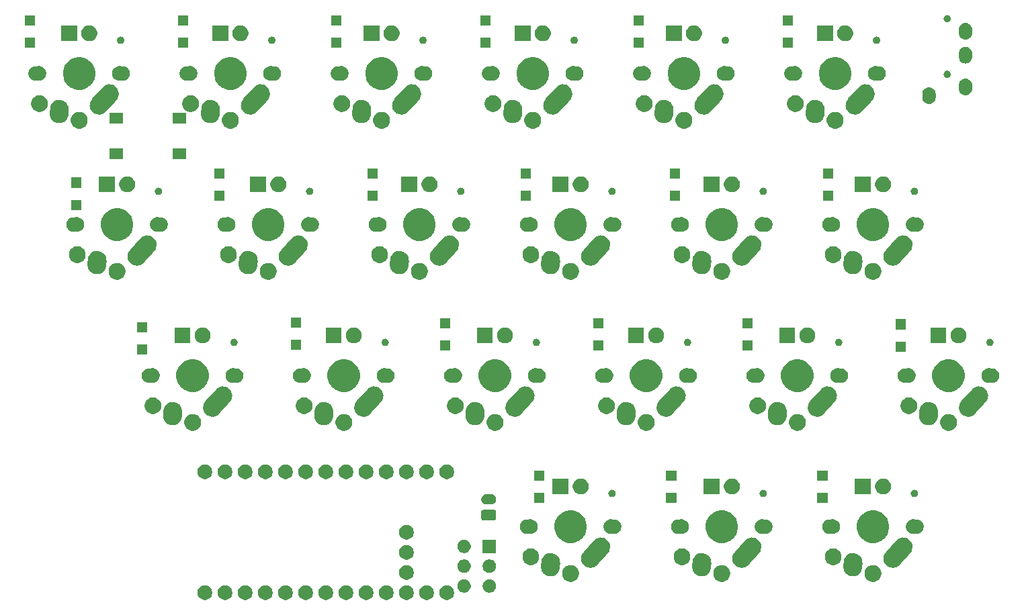
<source format=gbs>
G04 #@! TF.GenerationSoftware,KiCad,Pcbnew,(5.1.4)-1*
G04 #@! TF.CreationDate,2021-01-05T09:43:32-08:00*
G04 #@! TF.ProjectId,andante-classic,616e6461-6e74-4652-9d63-6c6173736963,rev?*
G04 #@! TF.SameCoordinates,Original*
G04 #@! TF.FileFunction,Soldermask,Bot*
G04 #@! TF.FilePolarity,Negative*
%FSLAX46Y46*%
G04 Gerber Fmt 4.6, Leading zero omitted, Abs format (unit mm)*
G04 Created by KiCad (PCBNEW (5.1.4)-1) date 2021-01-05 09:43:32*
%MOMM*%
%LPD*%
G04 APERTURE LIST*
%ADD10C,0.100000*%
G04 APERTURE END LIST*
D10*
G36*
X76161021Y-94136715D02*
G01*
X76329778Y-94206616D01*
X76481656Y-94308098D01*
X76610820Y-94437262D01*
X76712302Y-94589140D01*
X76782203Y-94757897D01*
X76817838Y-94937048D01*
X76817838Y-95119712D01*
X76782203Y-95298863D01*
X76712302Y-95467620D01*
X76610820Y-95619498D01*
X76481656Y-95748662D01*
X76329778Y-95850144D01*
X76161021Y-95920045D01*
X75981870Y-95955680D01*
X75799206Y-95955680D01*
X75620055Y-95920045D01*
X75451298Y-95850144D01*
X75299420Y-95748662D01*
X75170256Y-95619498D01*
X75068774Y-95467620D01*
X74998873Y-95298863D01*
X74963238Y-95119712D01*
X74963238Y-94937048D01*
X74998873Y-94757897D01*
X75068774Y-94589140D01*
X75170256Y-94437262D01*
X75299420Y-94308098D01*
X75451298Y-94206616D01*
X75620055Y-94136715D01*
X75799206Y-94101080D01*
X75981870Y-94101080D01*
X76161021Y-94136715D01*
X76161021Y-94136715D01*
G37*
G36*
X73621021Y-94136715D02*
G01*
X73789778Y-94206616D01*
X73941656Y-94308098D01*
X74070820Y-94437262D01*
X74172302Y-94589140D01*
X74242203Y-94757897D01*
X74277838Y-94937048D01*
X74277838Y-95119712D01*
X74242203Y-95298863D01*
X74172302Y-95467620D01*
X74070820Y-95619498D01*
X73941656Y-95748662D01*
X73789778Y-95850144D01*
X73621021Y-95920045D01*
X73441870Y-95955680D01*
X73259206Y-95955680D01*
X73080055Y-95920045D01*
X72911298Y-95850144D01*
X72759420Y-95748662D01*
X72630256Y-95619498D01*
X72528774Y-95467620D01*
X72458873Y-95298863D01*
X72423238Y-95119712D01*
X72423238Y-94937048D01*
X72458873Y-94757897D01*
X72528774Y-94589140D01*
X72630256Y-94437262D01*
X72759420Y-94308098D01*
X72911298Y-94206616D01*
X73080055Y-94136715D01*
X73259206Y-94101080D01*
X73441870Y-94101080D01*
X73621021Y-94136715D01*
X73621021Y-94136715D01*
G37*
G36*
X48221021Y-94136715D02*
G01*
X48389778Y-94206616D01*
X48541656Y-94308098D01*
X48670820Y-94437262D01*
X48772302Y-94589140D01*
X48842203Y-94757897D01*
X48877838Y-94937048D01*
X48877838Y-95119712D01*
X48842203Y-95298863D01*
X48772302Y-95467620D01*
X48670820Y-95619498D01*
X48541656Y-95748662D01*
X48389778Y-95850144D01*
X48221021Y-95920045D01*
X48041870Y-95955680D01*
X47859206Y-95955680D01*
X47680055Y-95920045D01*
X47511298Y-95850144D01*
X47359420Y-95748662D01*
X47230256Y-95619498D01*
X47128774Y-95467620D01*
X47058873Y-95298863D01*
X47023238Y-95119712D01*
X47023238Y-94937048D01*
X47058873Y-94757897D01*
X47128774Y-94589140D01*
X47230256Y-94437262D01*
X47359420Y-94308098D01*
X47511298Y-94206616D01*
X47680055Y-94136715D01*
X47859206Y-94101080D01*
X48041870Y-94101080D01*
X48221021Y-94136715D01*
X48221021Y-94136715D01*
G37*
G36*
X50761021Y-94136715D02*
G01*
X50929778Y-94206616D01*
X51081656Y-94308098D01*
X51210820Y-94437262D01*
X51312302Y-94589140D01*
X51382203Y-94757897D01*
X51417838Y-94937048D01*
X51417838Y-95119712D01*
X51382203Y-95298863D01*
X51312302Y-95467620D01*
X51210820Y-95619498D01*
X51081656Y-95748662D01*
X50929778Y-95850144D01*
X50761021Y-95920045D01*
X50581870Y-95955680D01*
X50399206Y-95955680D01*
X50220055Y-95920045D01*
X50051298Y-95850144D01*
X49899420Y-95748662D01*
X49770256Y-95619498D01*
X49668774Y-95467620D01*
X49598873Y-95298863D01*
X49563238Y-95119712D01*
X49563238Y-94937048D01*
X49598873Y-94757897D01*
X49668774Y-94589140D01*
X49770256Y-94437262D01*
X49899420Y-94308098D01*
X50051298Y-94206616D01*
X50220055Y-94136715D01*
X50399206Y-94101080D01*
X50581870Y-94101080D01*
X50761021Y-94136715D01*
X50761021Y-94136715D01*
G37*
G36*
X53301021Y-94136715D02*
G01*
X53469778Y-94206616D01*
X53621656Y-94308098D01*
X53750820Y-94437262D01*
X53852302Y-94589140D01*
X53922203Y-94757897D01*
X53957838Y-94937048D01*
X53957838Y-95119712D01*
X53922203Y-95298863D01*
X53852302Y-95467620D01*
X53750820Y-95619498D01*
X53621656Y-95748662D01*
X53469778Y-95850144D01*
X53301021Y-95920045D01*
X53121870Y-95955680D01*
X52939206Y-95955680D01*
X52760055Y-95920045D01*
X52591298Y-95850144D01*
X52439420Y-95748662D01*
X52310256Y-95619498D01*
X52208774Y-95467620D01*
X52138873Y-95298863D01*
X52103238Y-95119712D01*
X52103238Y-94937048D01*
X52138873Y-94757897D01*
X52208774Y-94589140D01*
X52310256Y-94437262D01*
X52439420Y-94308098D01*
X52591298Y-94206616D01*
X52760055Y-94136715D01*
X52939206Y-94101080D01*
X53121870Y-94101080D01*
X53301021Y-94136715D01*
X53301021Y-94136715D01*
G37*
G36*
X55841021Y-94136715D02*
G01*
X56009778Y-94206616D01*
X56161656Y-94308098D01*
X56290820Y-94437262D01*
X56392302Y-94589140D01*
X56462203Y-94757897D01*
X56497838Y-94937048D01*
X56497838Y-95119712D01*
X56462203Y-95298863D01*
X56392302Y-95467620D01*
X56290820Y-95619498D01*
X56161656Y-95748662D01*
X56009778Y-95850144D01*
X55841021Y-95920045D01*
X55661870Y-95955680D01*
X55479206Y-95955680D01*
X55300055Y-95920045D01*
X55131298Y-95850144D01*
X54979420Y-95748662D01*
X54850256Y-95619498D01*
X54748774Y-95467620D01*
X54678873Y-95298863D01*
X54643238Y-95119712D01*
X54643238Y-94937048D01*
X54678873Y-94757897D01*
X54748774Y-94589140D01*
X54850256Y-94437262D01*
X54979420Y-94308098D01*
X55131298Y-94206616D01*
X55300055Y-94136715D01*
X55479206Y-94101080D01*
X55661870Y-94101080D01*
X55841021Y-94136715D01*
X55841021Y-94136715D01*
G37*
G36*
X58381021Y-94136715D02*
G01*
X58549778Y-94206616D01*
X58701656Y-94308098D01*
X58830820Y-94437262D01*
X58932302Y-94589140D01*
X59002203Y-94757897D01*
X59037838Y-94937048D01*
X59037838Y-95119712D01*
X59002203Y-95298863D01*
X58932302Y-95467620D01*
X58830820Y-95619498D01*
X58701656Y-95748662D01*
X58549778Y-95850144D01*
X58381021Y-95920045D01*
X58201870Y-95955680D01*
X58019206Y-95955680D01*
X57840055Y-95920045D01*
X57671298Y-95850144D01*
X57519420Y-95748662D01*
X57390256Y-95619498D01*
X57288774Y-95467620D01*
X57218873Y-95298863D01*
X57183238Y-95119712D01*
X57183238Y-94937048D01*
X57218873Y-94757897D01*
X57288774Y-94589140D01*
X57390256Y-94437262D01*
X57519420Y-94308098D01*
X57671298Y-94206616D01*
X57840055Y-94136715D01*
X58019206Y-94101080D01*
X58201870Y-94101080D01*
X58381021Y-94136715D01*
X58381021Y-94136715D01*
G37*
G36*
X60921021Y-94136715D02*
G01*
X61089778Y-94206616D01*
X61241656Y-94308098D01*
X61370820Y-94437262D01*
X61472302Y-94589140D01*
X61542203Y-94757897D01*
X61577838Y-94937048D01*
X61577838Y-95119712D01*
X61542203Y-95298863D01*
X61472302Y-95467620D01*
X61370820Y-95619498D01*
X61241656Y-95748662D01*
X61089778Y-95850144D01*
X60921021Y-95920045D01*
X60741870Y-95955680D01*
X60559206Y-95955680D01*
X60380055Y-95920045D01*
X60211298Y-95850144D01*
X60059420Y-95748662D01*
X59930256Y-95619498D01*
X59828774Y-95467620D01*
X59758873Y-95298863D01*
X59723238Y-95119712D01*
X59723238Y-94937048D01*
X59758873Y-94757897D01*
X59828774Y-94589140D01*
X59930256Y-94437262D01*
X60059420Y-94308098D01*
X60211298Y-94206616D01*
X60380055Y-94136715D01*
X60559206Y-94101080D01*
X60741870Y-94101080D01*
X60921021Y-94136715D01*
X60921021Y-94136715D01*
G37*
G36*
X63461021Y-94136715D02*
G01*
X63629778Y-94206616D01*
X63781656Y-94308098D01*
X63910820Y-94437262D01*
X64012302Y-94589140D01*
X64082203Y-94757897D01*
X64117838Y-94937048D01*
X64117838Y-95119712D01*
X64082203Y-95298863D01*
X64012302Y-95467620D01*
X63910820Y-95619498D01*
X63781656Y-95748662D01*
X63629778Y-95850144D01*
X63461021Y-95920045D01*
X63281870Y-95955680D01*
X63099206Y-95955680D01*
X62920055Y-95920045D01*
X62751298Y-95850144D01*
X62599420Y-95748662D01*
X62470256Y-95619498D01*
X62368774Y-95467620D01*
X62298873Y-95298863D01*
X62263238Y-95119712D01*
X62263238Y-94937048D01*
X62298873Y-94757897D01*
X62368774Y-94589140D01*
X62470256Y-94437262D01*
X62599420Y-94308098D01*
X62751298Y-94206616D01*
X62920055Y-94136715D01*
X63099206Y-94101080D01*
X63281870Y-94101080D01*
X63461021Y-94136715D01*
X63461021Y-94136715D01*
G37*
G36*
X66001021Y-94136715D02*
G01*
X66169778Y-94206616D01*
X66321656Y-94308098D01*
X66450820Y-94437262D01*
X66552302Y-94589140D01*
X66622203Y-94757897D01*
X66657838Y-94937048D01*
X66657838Y-95119712D01*
X66622203Y-95298863D01*
X66552302Y-95467620D01*
X66450820Y-95619498D01*
X66321656Y-95748662D01*
X66169778Y-95850144D01*
X66001021Y-95920045D01*
X65821870Y-95955680D01*
X65639206Y-95955680D01*
X65460055Y-95920045D01*
X65291298Y-95850144D01*
X65139420Y-95748662D01*
X65010256Y-95619498D01*
X64908774Y-95467620D01*
X64838873Y-95298863D01*
X64803238Y-95119712D01*
X64803238Y-94937048D01*
X64838873Y-94757897D01*
X64908774Y-94589140D01*
X65010256Y-94437262D01*
X65139420Y-94308098D01*
X65291298Y-94206616D01*
X65460055Y-94136715D01*
X65639206Y-94101080D01*
X65821870Y-94101080D01*
X66001021Y-94136715D01*
X66001021Y-94136715D01*
G37*
G36*
X68541021Y-94136715D02*
G01*
X68709778Y-94206616D01*
X68861656Y-94308098D01*
X68990820Y-94437262D01*
X69092302Y-94589140D01*
X69162203Y-94757897D01*
X69197838Y-94937048D01*
X69197838Y-95119712D01*
X69162203Y-95298863D01*
X69092302Y-95467620D01*
X68990820Y-95619498D01*
X68861656Y-95748662D01*
X68709778Y-95850144D01*
X68541021Y-95920045D01*
X68361870Y-95955680D01*
X68179206Y-95955680D01*
X68000055Y-95920045D01*
X67831298Y-95850144D01*
X67679420Y-95748662D01*
X67550256Y-95619498D01*
X67448774Y-95467620D01*
X67378873Y-95298863D01*
X67343238Y-95119712D01*
X67343238Y-94937048D01*
X67378873Y-94757897D01*
X67448774Y-94589140D01*
X67550256Y-94437262D01*
X67679420Y-94308098D01*
X67831298Y-94206616D01*
X68000055Y-94136715D01*
X68179206Y-94101080D01*
X68361870Y-94101080D01*
X68541021Y-94136715D01*
X68541021Y-94136715D01*
G37*
G36*
X71081021Y-94136715D02*
G01*
X71249778Y-94206616D01*
X71401656Y-94308098D01*
X71530820Y-94437262D01*
X71632302Y-94589140D01*
X71702203Y-94757897D01*
X71737838Y-94937048D01*
X71737838Y-95119712D01*
X71702203Y-95298863D01*
X71632302Y-95467620D01*
X71530820Y-95619498D01*
X71401656Y-95748662D01*
X71249778Y-95850144D01*
X71081021Y-95920045D01*
X70901870Y-95955680D01*
X70719206Y-95955680D01*
X70540055Y-95920045D01*
X70371298Y-95850144D01*
X70219420Y-95748662D01*
X70090256Y-95619498D01*
X69988774Y-95467620D01*
X69918873Y-95298863D01*
X69883238Y-95119712D01*
X69883238Y-94937048D01*
X69918873Y-94757897D01*
X69988774Y-94589140D01*
X70090256Y-94437262D01*
X70219420Y-94308098D01*
X70371298Y-94206616D01*
X70540055Y-94136715D01*
X70719206Y-94101080D01*
X70901870Y-94101080D01*
X71081021Y-94136715D01*
X71081021Y-94136715D01*
G37*
G36*
X45681021Y-94136715D02*
G01*
X45849778Y-94206616D01*
X46001656Y-94308098D01*
X46130820Y-94437262D01*
X46232302Y-94589140D01*
X46302203Y-94757897D01*
X46337838Y-94937048D01*
X46337838Y-95119712D01*
X46302203Y-95298863D01*
X46232302Y-95467620D01*
X46130820Y-95619498D01*
X46001656Y-95748662D01*
X45849778Y-95850144D01*
X45681021Y-95920045D01*
X45501870Y-95955680D01*
X45319206Y-95955680D01*
X45140055Y-95920045D01*
X44971298Y-95850144D01*
X44819420Y-95748662D01*
X44690256Y-95619498D01*
X44588774Y-95467620D01*
X44518873Y-95298863D01*
X44483238Y-95119712D01*
X44483238Y-94937048D01*
X44518873Y-94757897D01*
X44588774Y-94589140D01*
X44690256Y-94437262D01*
X44819420Y-94308098D01*
X44971298Y-94206616D01*
X45140055Y-94136715D01*
X45319206Y-94101080D01*
X45501870Y-94101080D01*
X45681021Y-94136715D01*
X45681021Y-94136715D01*
G37*
G36*
X81512228Y-93370703D02*
G01*
X81667100Y-93434853D01*
X81806481Y-93527985D01*
X81925015Y-93646519D01*
X82018147Y-93785900D01*
X82082297Y-93940772D01*
X82115000Y-94105184D01*
X82115000Y-94272816D01*
X82082297Y-94437228D01*
X82018147Y-94592100D01*
X81925015Y-94731481D01*
X81806481Y-94850015D01*
X81667100Y-94943147D01*
X81512228Y-95007297D01*
X81347816Y-95040000D01*
X81180184Y-95040000D01*
X81015772Y-95007297D01*
X80860900Y-94943147D01*
X80721519Y-94850015D01*
X80602985Y-94731481D01*
X80509853Y-94592100D01*
X80445703Y-94437228D01*
X80413000Y-94272816D01*
X80413000Y-94105184D01*
X80445703Y-93940772D01*
X80509853Y-93785900D01*
X80602985Y-93646519D01*
X80721519Y-93527985D01*
X80860900Y-93434853D01*
X81015772Y-93370703D01*
X81180184Y-93338000D01*
X81347816Y-93338000D01*
X81512228Y-93370703D01*
X81512228Y-93370703D01*
G37*
G36*
X78312228Y-93370703D02*
G01*
X78467100Y-93434853D01*
X78606481Y-93527985D01*
X78725015Y-93646519D01*
X78818147Y-93785900D01*
X78882297Y-93940772D01*
X78915000Y-94105184D01*
X78915000Y-94272816D01*
X78882297Y-94437228D01*
X78818147Y-94592100D01*
X78725015Y-94731481D01*
X78606481Y-94850015D01*
X78467100Y-94943147D01*
X78312228Y-95007297D01*
X78147816Y-95040000D01*
X77980184Y-95040000D01*
X77815772Y-95007297D01*
X77660900Y-94943147D01*
X77521519Y-94850015D01*
X77402985Y-94731481D01*
X77309853Y-94592100D01*
X77245703Y-94437228D01*
X77213000Y-94272816D01*
X77213000Y-94105184D01*
X77245703Y-93940772D01*
X77309853Y-93785900D01*
X77402985Y-93646519D01*
X77521519Y-93527985D01*
X77660900Y-93434853D01*
X77815772Y-93370703D01*
X77980184Y-93338000D01*
X78147816Y-93338000D01*
X78312228Y-93370703D01*
X78312228Y-93370703D01*
G37*
G36*
X91794064Y-91601889D02*
G01*
X91974611Y-91676674D01*
X91985335Y-91681116D01*
X92157473Y-91796135D01*
X92303865Y-91942527D01*
X92409995Y-92101361D01*
X92418885Y-92114667D01*
X92498111Y-92305936D01*
X92538500Y-92508984D01*
X92538500Y-92716016D01*
X92498111Y-92919064D01*
X92431657Y-93079498D01*
X92418884Y-93110335D01*
X92303865Y-93282473D01*
X92157473Y-93428865D01*
X91985335Y-93543884D01*
X91985334Y-93543885D01*
X91985333Y-93543885D01*
X91794064Y-93623111D01*
X91591016Y-93663500D01*
X91383984Y-93663500D01*
X91180936Y-93623111D01*
X90989667Y-93543885D01*
X90989666Y-93543885D01*
X90989665Y-93543884D01*
X90817527Y-93428865D01*
X90671135Y-93282473D01*
X90556116Y-93110335D01*
X90543343Y-93079498D01*
X90476889Y-92919064D01*
X90436500Y-92716016D01*
X90436500Y-92508984D01*
X90476889Y-92305936D01*
X90556115Y-92114667D01*
X90565006Y-92101361D01*
X90671135Y-91942527D01*
X90817527Y-91796135D01*
X90989665Y-91681116D01*
X91000389Y-91676674D01*
X91180936Y-91601889D01*
X91383984Y-91561500D01*
X91591016Y-91561500D01*
X91794064Y-91601889D01*
X91794064Y-91601889D01*
G37*
G36*
X110844064Y-91601889D02*
G01*
X111024611Y-91676674D01*
X111035335Y-91681116D01*
X111207473Y-91796135D01*
X111353865Y-91942527D01*
X111459995Y-92101361D01*
X111468885Y-92114667D01*
X111548111Y-92305936D01*
X111588500Y-92508984D01*
X111588500Y-92716016D01*
X111548111Y-92919064D01*
X111481657Y-93079498D01*
X111468884Y-93110335D01*
X111353865Y-93282473D01*
X111207473Y-93428865D01*
X111035335Y-93543884D01*
X111035334Y-93543885D01*
X111035333Y-93543885D01*
X110844064Y-93623111D01*
X110641016Y-93663500D01*
X110433984Y-93663500D01*
X110230936Y-93623111D01*
X110039667Y-93543885D01*
X110039666Y-93543885D01*
X110039665Y-93543884D01*
X109867527Y-93428865D01*
X109721135Y-93282473D01*
X109606116Y-93110335D01*
X109593343Y-93079498D01*
X109526889Y-92919064D01*
X109486500Y-92716016D01*
X109486500Y-92508984D01*
X109526889Y-92305936D01*
X109606115Y-92114667D01*
X109615006Y-92101361D01*
X109721135Y-91942527D01*
X109867527Y-91796135D01*
X110039665Y-91681116D01*
X110050389Y-91676674D01*
X110230936Y-91601889D01*
X110433984Y-91561500D01*
X110641016Y-91561500D01*
X110844064Y-91601889D01*
X110844064Y-91601889D01*
G37*
G36*
X129894064Y-91601889D02*
G01*
X130074611Y-91676674D01*
X130085335Y-91681116D01*
X130257473Y-91796135D01*
X130403865Y-91942527D01*
X130509995Y-92101361D01*
X130518885Y-92114667D01*
X130598111Y-92305936D01*
X130638500Y-92508984D01*
X130638500Y-92716016D01*
X130598111Y-92919064D01*
X130531657Y-93079498D01*
X130518884Y-93110335D01*
X130403865Y-93282473D01*
X130257473Y-93428865D01*
X130085335Y-93543884D01*
X130085334Y-93543885D01*
X130085333Y-93543885D01*
X129894064Y-93623111D01*
X129691016Y-93663500D01*
X129483984Y-93663500D01*
X129280936Y-93623111D01*
X129089667Y-93543885D01*
X129089666Y-93543885D01*
X129089665Y-93543884D01*
X128917527Y-93428865D01*
X128771135Y-93282473D01*
X128656116Y-93110335D01*
X128643343Y-93079498D01*
X128576889Y-92919064D01*
X128536500Y-92716016D01*
X128536500Y-92508984D01*
X128576889Y-92305936D01*
X128656115Y-92114667D01*
X128665006Y-92101361D01*
X128771135Y-91942527D01*
X128917527Y-91796135D01*
X129089665Y-91681116D01*
X129100389Y-91676674D01*
X129280936Y-91601889D01*
X129483984Y-91561500D01*
X129691016Y-91561500D01*
X129894064Y-91601889D01*
X129894064Y-91601889D01*
G37*
G36*
X71081021Y-91596715D02*
G01*
X71249778Y-91666616D01*
X71401656Y-91768098D01*
X71530820Y-91897262D01*
X71632302Y-92049140D01*
X71702203Y-92217897D01*
X71737838Y-92397048D01*
X71737838Y-92579712D01*
X71702203Y-92758863D01*
X71632302Y-92927620D01*
X71530820Y-93079498D01*
X71401656Y-93208662D01*
X71249778Y-93310144D01*
X71081021Y-93380045D01*
X70901870Y-93415680D01*
X70719206Y-93415680D01*
X70540055Y-93380045D01*
X70371298Y-93310144D01*
X70219420Y-93208662D01*
X70090256Y-93079498D01*
X69988774Y-92927620D01*
X69918873Y-92758863D01*
X69883238Y-92579712D01*
X69883238Y-92397048D01*
X69918873Y-92217897D01*
X69988774Y-92049140D01*
X70090256Y-91897262D01*
X70219420Y-91768098D01*
X70371298Y-91666616D01*
X70540055Y-91596715D01*
X70719206Y-91561080D01*
X70901870Y-91561080D01*
X71081021Y-91596715D01*
X71081021Y-91596715D01*
G37*
G36*
X127396329Y-90071880D02*
G01*
X127396331Y-90071881D01*
X127396333Y-90071881D01*
X127497055Y-90110092D01*
X127612919Y-90154047D01*
X127809318Y-90276889D01*
X127977977Y-90435686D01*
X128112415Y-90624336D01*
X128207467Y-90835589D01*
X128207468Y-90835593D01*
X128259480Y-91061325D01*
X128261735Y-91136227D01*
X128264706Y-91234848D01*
X128223788Y-91835054D01*
X128223500Y-91843532D01*
X128223500Y-91908326D01*
X128207667Y-91987923D01*
X128207015Y-91991482D01*
X128188578Y-92101361D01*
X128188577Y-92101365D01*
X128184966Y-92110883D01*
X128179243Y-92130823D01*
X128178307Y-92135527D01*
X128147011Y-92211083D01*
X128145683Y-92214431D01*
X128106411Y-92317951D01*
X128101071Y-92326488D01*
X128091574Y-92344919D01*
X128089658Y-92349545D01*
X128089656Y-92349548D01*
X128043631Y-92418429D01*
X128041618Y-92421541D01*
X127983569Y-92514350D01*
X127976816Y-92521523D01*
X127963907Y-92537745D01*
X127960961Y-92542154D01*
X127901204Y-92601911D01*
X127898615Y-92604580D01*
X127824772Y-92683009D01*
X127817019Y-92688534D01*
X127801174Y-92701941D01*
X127797154Y-92705961D01*
X127750675Y-92737016D01*
X127725137Y-92754080D01*
X127722104Y-92756174D01*
X127636123Y-92817447D01*
X127627792Y-92821196D01*
X127609645Y-92831250D01*
X127604547Y-92834657D01*
X127604546Y-92834658D01*
X127604545Y-92834658D01*
X127522198Y-92868767D01*
X127518866Y-92870206D01*
X127424870Y-92912499D01*
X127416416Y-92914447D01*
X127396662Y-92920766D01*
X127390527Y-92923307D01*
X127300467Y-92941221D01*
X127296787Y-92942011D01*
X127199133Y-92964511D01*
X127190978Y-92964757D01*
X127170356Y-92967102D01*
X127163326Y-92968500D01*
X127068560Y-92968500D01*
X127064803Y-92968557D01*
X126967587Y-92971485D01*
X126960059Y-92970222D01*
X126939388Y-92968500D01*
X126931674Y-92968500D01*
X126835767Y-92949423D01*
X126832169Y-92948763D01*
X126739129Y-92933152D01*
X126732507Y-92930640D01*
X126712564Y-92924916D01*
X126704473Y-92923307D01*
X126611389Y-92884750D01*
X126608022Y-92883414D01*
X126522539Y-92850985D01*
X126522534Y-92850983D01*
X126516985Y-92847512D01*
X126498544Y-92838009D01*
X126490455Y-92834658D01*
X126404369Y-92777137D01*
X126401300Y-92775154D01*
X126326140Y-92728143D01*
X126321730Y-92723991D01*
X126305501Y-92711076D01*
X126297846Y-92705961D01*
X126222916Y-92631031D01*
X126220243Y-92628438D01*
X126157481Y-92569346D01*
X126154227Y-92564780D01*
X126140821Y-92548936D01*
X126134039Y-92542154D01*
X126074004Y-92452305D01*
X126071866Y-92449207D01*
X126067547Y-92443147D01*
X126023043Y-92380697D01*
X126020893Y-92375918D01*
X126010843Y-92357778D01*
X126005342Y-92349545D01*
X125963346Y-92248157D01*
X125961862Y-92244722D01*
X125948257Y-92214484D01*
X125927991Y-92169444D01*
X125926879Y-92164618D01*
X125920558Y-92144857D01*
X125916693Y-92135526D01*
X125895061Y-92026775D01*
X125894275Y-92023114D01*
X125875978Y-91943706D01*
X125875835Y-91938954D01*
X125873491Y-91918335D01*
X125871500Y-91908325D01*
X125871500Y-91796859D01*
X125871444Y-91793153D01*
X125870752Y-91770185D01*
X125871212Y-91763434D01*
X125871500Y-91754968D01*
X125871500Y-91676672D01*
X125878495Y-91641504D01*
X125880607Y-91625631D01*
X125918153Y-91074879D01*
X125946880Y-90903671D01*
X126029046Y-90687081D01*
X126151889Y-90490682D01*
X126310686Y-90322023D01*
X126499335Y-90187585D01*
X126710588Y-90092533D01*
X126936325Y-90040520D01*
X127059287Y-90036817D01*
X127167871Y-90033547D01*
X127396329Y-90071880D01*
X127396329Y-90071880D01*
G37*
G36*
X108346329Y-90071880D02*
G01*
X108346331Y-90071881D01*
X108346333Y-90071881D01*
X108447055Y-90110092D01*
X108562919Y-90154047D01*
X108759318Y-90276889D01*
X108927977Y-90435686D01*
X109062415Y-90624336D01*
X109157467Y-90835589D01*
X109157468Y-90835593D01*
X109209480Y-91061325D01*
X109211735Y-91136227D01*
X109214706Y-91234848D01*
X109173788Y-91835054D01*
X109173500Y-91843532D01*
X109173500Y-91908326D01*
X109157667Y-91987923D01*
X109157015Y-91991482D01*
X109138578Y-92101361D01*
X109138577Y-92101365D01*
X109134966Y-92110883D01*
X109129243Y-92130823D01*
X109128307Y-92135527D01*
X109097011Y-92211083D01*
X109095683Y-92214431D01*
X109056411Y-92317951D01*
X109051071Y-92326488D01*
X109041574Y-92344919D01*
X109039658Y-92349545D01*
X109039656Y-92349548D01*
X108993631Y-92418429D01*
X108991618Y-92421541D01*
X108933569Y-92514350D01*
X108926816Y-92521523D01*
X108913907Y-92537745D01*
X108910961Y-92542154D01*
X108851204Y-92601911D01*
X108848615Y-92604580D01*
X108774772Y-92683009D01*
X108767019Y-92688534D01*
X108751174Y-92701941D01*
X108747154Y-92705961D01*
X108700675Y-92737016D01*
X108675137Y-92754080D01*
X108672104Y-92756174D01*
X108586123Y-92817447D01*
X108577792Y-92821196D01*
X108559645Y-92831250D01*
X108554547Y-92834657D01*
X108554546Y-92834658D01*
X108554545Y-92834658D01*
X108472198Y-92868767D01*
X108468866Y-92870206D01*
X108374870Y-92912499D01*
X108366416Y-92914447D01*
X108346662Y-92920766D01*
X108340527Y-92923307D01*
X108250467Y-92941221D01*
X108246787Y-92942011D01*
X108149133Y-92964511D01*
X108140978Y-92964757D01*
X108120356Y-92967102D01*
X108113326Y-92968500D01*
X108018560Y-92968500D01*
X108014803Y-92968557D01*
X107917587Y-92971485D01*
X107910059Y-92970222D01*
X107889388Y-92968500D01*
X107881674Y-92968500D01*
X107785767Y-92949423D01*
X107782169Y-92948763D01*
X107689129Y-92933152D01*
X107682507Y-92930640D01*
X107662564Y-92924916D01*
X107654473Y-92923307D01*
X107561389Y-92884750D01*
X107558022Y-92883414D01*
X107472539Y-92850985D01*
X107472534Y-92850983D01*
X107466985Y-92847512D01*
X107448544Y-92838009D01*
X107440455Y-92834658D01*
X107354369Y-92777137D01*
X107351300Y-92775154D01*
X107276140Y-92728143D01*
X107271730Y-92723991D01*
X107255501Y-92711076D01*
X107247846Y-92705961D01*
X107172916Y-92631031D01*
X107170243Y-92628438D01*
X107107481Y-92569346D01*
X107104227Y-92564780D01*
X107090821Y-92548936D01*
X107084039Y-92542154D01*
X107024004Y-92452305D01*
X107021866Y-92449207D01*
X107017547Y-92443147D01*
X106973043Y-92380697D01*
X106970893Y-92375918D01*
X106960843Y-92357778D01*
X106955342Y-92349545D01*
X106913346Y-92248157D01*
X106911862Y-92244722D01*
X106898257Y-92214484D01*
X106877991Y-92169444D01*
X106876879Y-92164618D01*
X106870558Y-92144857D01*
X106866693Y-92135526D01*
X106845061Y-92026775D01*
X106844275Y-92023114D01*
X106825978Y-91943706D01*
X106825835Y-91938954D01*
X106823491Y-91918335D01*
X106821500Y-91908325D01*
X106821500Y-91796859D01*
X106821444Y-91793153D01*
X106820752Y-91770185D01*
X106821212Y-91763434D01*
X106821500Y-91754968D01*
X106821500Y-91676672D01*
X106828495Y-91641504D01*
X106830607Y-91625631D01*
X106868153Y-91074879D01*
X106896880Y-90903671D01*
X106979046Y-90687081D01*
X107101889Y-90490682D01*
X107260686Y-90322023D01*
X107449335Y-90187585D01*
X107660588Y-90092533D01*
X107886325Y-90040520D01*
X108009287Y-90036817D01*
X108117871Y-90033547D01*
X108346329Y-90071880D01*
X108346329Y-90071880D01*
G37*
G36*
X89296329Y-90071880D02*
G01*
X89296331Y-90071881D01*
X89296333Y-90071881D01*
X89397055Y-90110092D01*
X89512919Y-90154047D01*
X89709318Y-90276889D01*
X89877977Y-90435686D01*
X90012415Y-90624336D01*
X90107467Y-90835589D01*
X90107468Y-90835593D01*
X90159480Y-91061325D01*
X90161735Y-91136227D01*
X90164706Y-91234848D01*
X90123788Y-91835054D01*
X90123500Y-91843532D01*
X90123500Y-91908326D01*
X90107667Y-91987923D01*
X90107015Y-91991482D01*
X90088578Y-92101361D01*
X90088577Y-92101365D01*
X90084966Y-92110883D01*
X90079243Y-92130823D01*
X90078307Y-92135527D01*
X90047011Y-92211083D01*
X90045683Y-92214431D01*
X90006411Y-92317951D01*
X90001071Y-92326488D01*
X89991574Y-92344919D01*
X89989658Y-92349545D01*
X89989656Y-92349548D01*
X89943631Y-92418429D01*
X89941618Y-92421541D01*
X89883569Y-92514350D01*
X89876816Y-92521523D01*
X89863907Y-92537745D01*
X89860961Y-92542154D01*
X89801204Y-92601911D01*
X89798615Y-92604580D01*
X89724772Y-92683009D01*
X89717019Y-92688534D01*
X89701174Y-92701941D01*
X89697154Y-92705961D01*
X89650675Y-92737016D01*
X89625137Y-92754080D01*
X89622104Y-92756174D01*
X89536123Y-92817447D01*
X89527792Y-92821196D01*
X89509645Y-92831250D01*
X89504547Y-92834657D01*
X89504546Y-92834658D01*
X89504545Y-92834658D01*
X89422198Y-92868767D01*
X89418866Y-92870206D01*
X89324870Y-92912499D01*
X89316416Y-92914447D01*
X89296662Y-92920766D01*
X89290527Y-92923307D01*
X89200467Y-92941221D01*
X89196787Y-92942011D01*
X89099133Y-92964511D01*
X89090978Y-92964757D01*
X89070356Y-92967102D01*
X89063326Y-92968500D01*
X88968560Y-92968500D01*
X88964803Y-92968557D01*
X88867587Y-92971485D01*
X88860059Y-92970222D01*
X88839388Y-92968500D01*
X88831674Y-92968500D01*
X88735767Y-92949423D01*
X88732169Y-92948763D01*
X88639129Y-92933152D01*
X88632507Y-92930640D01*
X88612564Y-92924916D01*
X88604473Y-92923307D01*
X88511389Y-92884750D01*
X88508022Y-92883414D01*
X88422539Y-92850985D01*
X88422534Y-92850983D01*
X88416985Y-92847512D01*
X88398544Y-92838009D01*
X88390455Y-92834658D01*
X88304369Y-92777137D01*
X88301300Y-92775154D01*
X88226140Y-92728143D01*
X88221730Y-92723991D01*
X88205501Y-92711076D01*
X88197846Y-92705961D01*
X88122916Y-92631031D01*
X88120243Y-92628438D01*
X88057481Y-92569346D01*
X88054227Y-92564780D01*
X88040821Y-92548936D01*
X88034039Y-92542154D01*
X87974004Y-92452305D01*
X87971866Y-92449207D01*
X87967547Y-92443147D01*
X87923043Y-92380697D01*
X87920893Y-92375918D01*
X87910843Y-92357778D01*
X87905342Y-92349545D01*
X87863346Y-92248157D01*
X87861862Y-92244722D01*
X87848257Y-92214484D01*
X87827991Y-92169444D01*
X87826879Y-92164618D01*
X87820558Y-92144857D01*
X87816693Y-92135526D01*
X87795061Y-92026775D01*
X87794275Y-92023114D01*
X87775978Y-91943706D01*
X87775835Y-91938954D01*
X87773491Y-91918335D01*
X87771500Y-91908325D01*
X87771500Y-91796859D01*
X87771444Y-91793153D01*
X87770752Y-91770185D01*
X87771212Y-91763434D01*
X87771500Y-91754968D01*
X87771500Y-91676672D01*
X87778495Y-91641504D01*
X87780607Y-91625631D01*
X87818153Y-91074879D01*
X87846880Y-90903671D01*
X87929046Y-90687081D01*
X88051889Y-90490682D01*
X88210686Y-90322023D01*
X88399335Y-90187585D01*
X88610588Y-90092533D01*
X88836325Y-90040520D01*
X88959287Y-90036817D01*
X89067871Y-90033547D01*
X89296329Y-90071880D01*
X89296329Y-90071880D01*
G37*
G36*
X78312228Y-90870703D02*
G01*
X78467100Y-90934853D01*
X78606481Y-91027985D01*
X78725015Y-91146519D01*
X78818147Y-91285900D01*
X78882297Y-91440772D01*
X78915000Y-91605184D01*
X78915000Y-91772816D01*
X78882297Y-91937228D01*
X78818147Y-92092100D01*
X78725015Y-92231481D01*
X78606481Y-92350015D01*
X78467100Y-92443147D01*
X78312228Y-92507297D01*
X78147816Y-92540000D01*
X77980184Y-92540000D01*
X77815772Y-92507297D01*
X77660900Y-92443147D01*
X77521519Y-92350015D01*
X77402985Y-92231481D01*
X77309853Y-92092100D01*
X77245703Y-91937228D01*
X77213000Y-91772816D01*
X77213000Y-91605184D01*
X77245703Y-91440772D01*
X77309853Y-91285900D01*
X77402985Y-91146519D01*
X77521519Y-91027985D01*
X77660900Y-90934853D01*
X77815772Y-90870703D01*
X77980184Y-90838000D01*
X78147816Y-90838000D01*
X78312228Y-90870703D01*
X78312228Y-90870703D01*
G37*
G36*
X81512228Y-90870703D02*
G01*
X81667100Y-90934853D01*
X81806481Y-91027985D01*
X81925015Y-91146519D01*
X82018147Y-91285900D01*
X82082297Y-91440772D01*
X82115000Y-91605184D01*
X82115000Y-91772816D01*
X82082297Y-91937228D01*
X82018147Y-92092100D01*
X81925015Y-92231481D01*
X81806481Y-92350015D01*
X81667100Y-92443147D01*
X81512228Y-92507297D01*
X81347816Y-92540000D01*
X81180184Y-92540000D01*
X81015772Y-92507297D01*
X80860900Y-92443147D01*
X80721519Y-92350015D01*
X80602985Y-92231481D01*
X80509853Y-92092100D01*
X80445703Y-91937228D01*
X80413000Y-91772816D01*
X80413000Y-91605184D01*
X80445703Y-91440772D01*
X80509853Y-91285900D01*
X80602985Y-91146519D01*
X80721519Y-91027985D01*
X80860900Y-90934853D01*
X81015772Y-90870703D01*
X81180184Y-90838000D01*
X81347816Y-90838000D01*
X81512228Y-90870703D01*
X81512228Y-90870703D01*
G37*
G36*
X133565022Y-88082745D02*
G01*
X133790011Y-88137904D01*
X133987595Y-88230144D01*
X133999920Y-88235898D01*
X134087325Y-88300045D01*
X134186671Y-88372955D01*
X134343097Y-88543815D01*
X134463186Y-88741909D01*
X134535468Y-88940771D01*
X134542321Y-88959626D01*
X134577460Y-89188592D01*
X134577460Y-89188596D01*
X134567255Y-89420022D01*
X134512096Y-89645012D01*
X134446768Y-89784949D01*
X134414104Y-89854918D01*
X134380469Y-89900747D01*
X134311391Y-89994872D01*
X134311385Y-89994879D01*
X134311384Y-89994880D01*
X134058352Y-90276889D01*
X133102564Y-91342132D01*
X133024664Y-91428952D01*
X133013773Y-91442979D01*
X133000959Y-91462156D01*
X132944099Y-91519016D01*
X132939452Y-91523923D01*
X132924239Y-91540878D01*
X132902556Y-91560730D01*
X132898617Y-91564498D01*
X132837155Y-91625960D01*
X132823431Y-91635130D01*
X132808476Y-91646862D01*
X132796195Y-91658105D01*
X132721418Y-91703437D01*
X132716850Y-91706345D01*
X132644545Y-91754658D01*
X132629276Y-91760983D01*
X132612351Y-91769555D01*
X132598101Y-91778194D01*
X132515934Y-91808059D01*
X132510892Y-91810019D01*
X132430527Y-91843307D01*
X132414322Y-91846530D01*
X132396027Y-91851642D01*
X132380385Y-91857328D01*
X132294047Y-91870578D01*
X132288630Y-91871532D01*
X132203327Y-91888500D01*
X132186805Y-91888500D01*
X132167843Y-91889947D01*
X132151418Y-91892468D01*
X132151414Y-91892468D01*
X132064154Y-91888620D01*
X132058686Y-91888500D01*
X131971673Y-91888500D01*
X131955455Y-91885274D01*
X131936595Y-91882995D01*
X131919989Y-91882263D01*
X131835179Y-91861471D01*
X131829886Y-91860297D01*
X131760671Y-91846529D01*
X131744472Y-91843307D01*
X131729179Y-91836972D01*
X131711120Y-91831056D01*
X131694999Y-91827104D01*
X131615940Y-91790196D01*
X131610969Y-91788008D01*
X131530455Y-91754658D01*
X131516671Y-91745448D01*
X131500115Y-91736125D01*
X131485094Y-91729112D01*
X131414831Y-91677546D01*
X131410332Y-91674394D01*
X131337846Y-91625961D01*
X131326116Y-91614231D01*
X131311685Y-91601847D01*
X131298343Y-91592055D01*
X131298340Y-91592053D01*
X131239521Y-91527807D01*
X131235736Y-91523851D01*
X131174041Y-91462156D01*
X131164814Y-91448347D01*
X131153086Y-91433397D01*
X131141913Y-91421193D01*
X131096773Y-91346732D01*
X131093859Y-91342156D01*
X131045342Y-91269545D01*
X131038978Y-91254182D01*
X131030400Y-91237245D01*
X131021824Y-91223099D01*
X130992091Y-91141297D01*
X130990137Y-91136267D01*
X130956693Y-91055527D01*
X130953447Y-91039209D01*
X130948333Y-91020908D01*
X130942690Y-91005383D01*
X130929503Y-90919457D01*
X130928548Y-90914033D01*
X130911500Y-90828327D01*
X130911500Y-90811686D01*
X130910053Y-90792724D01*
X130907550Y-90776416D01*
X130907550Y-90776412D01*
X130911380Y-90689560D01*
X130911500Y-90684092D01*
X130911500Y-90596673D01*
X130914749Y-90580339D01*
X130917028Y-90561480D01*
X130917755Y-90544987D01*
X130938456Y-90460550D01*
X130939631Y-90455252D01*
X130956693Y-90369473D01*
X130963076Y-90354064D01*
X130968987Y-90336016D01*
X130972914Y-90319997D01*
X131009673Y-90241257D01*
X131011854Y-90236301D01*
X131045342Y-90155455D01*
X131054606Y-90141591D01*
X131063934Y-90125027D01*
X131070905Y-90110094D01*
X131083793Y-90092533D01*
X131122301Y-90040063D01*
X131125440Y-90035580D01*
X131174039Y-89962846D01*
X131231228Y-89905657D01*
X131235878Y-89900747D01*
X132560761Y-88424140D01*
X132560767Y-88424135D01*
X132560771Y-88424130D01*
X132688814Y-88306903D01*
X132886908Y-88186814D01*
X133104624Y-88107679D01*
X133180948Y-88095966D01*
X133333591Y-88072540D01*
X133333595Y-88072540D01*
X133565022Y-88082745D01*
X133565022Y-88082745D01*
G37*
G36*
X114515022Y-88082745D02*
G01*
X114740011Y-88137904D01*
X114937595Y-88230144D01*
X114949920Y-88235898D01*
X115037325Y-88300045D01*
X115136671Y-88372955D01*
X115293097Y-88543815D01*
X115413186Y-88741909D01*
X115485468Y-88940771D01*
X115492321Y-88959626D01*
X115527460Y-89188592D01*
X115527460Y-89188596D01*
X115517255Y-89420022D01*
X115462096Y-89645012D01*
X115396768Y-89784949D01*
X115364104Y-89854918D01*
X115330469Y-89900747D01*
X115261391Y-89994872D01*
X115261385Y-89994879D01*
X115261384Y-89994880D01*
X115008352Y-90276889D01*
X114052564Y-91342132D01*
X113974664Y-91428952D01*
X113963773Y-91442979D01*
X113950959Y-91462156D01*
X113894099Y-91519016D01*
X113889452Y-91523923D01*
X113874239Y-91540878D01*
X113852556Y-91560730D01*
X113848617Y-91564498D01*
X113787155Y-91625960D01*
X113773431Y-91635130D01*
X113758476Y-91646862D01*
X113746195Y-91658105D01*
X113671418Y-91703437D01*
X113666850Y-91706345D01*
X113594545Y-91754658D01*
X113579276Y-91760983D01*
X113562351Y-91769555D01*
X113548101Y-91778194D01*
X113465934Y-91808059D01*
X113460892Y-91810019D01*
X113380527Y-91843307D01*
X113364322Y-91846530D01*
X113346027Y-91851642D01*
X113330385Y-91857328D01*
X113244047Y-91870578D01*
X113238630Y-91871532D01*
X113153327Y-91888500D01*
X113136805Y-91888500D01*
X113117843Y-91889947D01*
X113101418Y-91892468D01*
X113101414Y-91892468D01*
X113014154Y-91888620D01*
X113008686Y-91888500D01*
X112921673Y-91888500D01*
X112905455Y-91885274D01*
X112886595Y-91882995D01*
X112869989Y-91882263D01*
X112785179Y-91861471D01*
X112779886Y-91860297D01*
X112710671Y-91846529D01*
X112694472Y-91843307D01*
X112679179Y-91836972D01*
X112661120Y-91831056D01*
X112644999Y-91827104D01*
X112565940Y-91790196D01*
X112560969Y-91788008D01*
X112480455Y-91754658D01*
X112466671Y-91745448D01*
X112450115Y-91736125D01*
X112435094Y-91729112D01*
X112364831Y-91677546D01*
X112360332Y-91674394D01*
X112287846Y-91625961D01*
X112276116Y-91614231D01*
X112261685Y-91601847D01*
X112248343Y-91592055D01*
X112248340Y-91592053D01*
X112189521Y-91527807D01*
X112185736Y-91523851D01*
X112124041Y-91462156D01*
X112114814Y-91448347D01*
X112103086Y-91433397D01*
X112091913Y-91421193D01*
X112046773Y-91346732D01*
X112043859Y-91342156D01*
X111995342Y-91269545D01*
X111988978Y-91254182D01*
X111980400Y-91237245D01*
X111971824Y-91223099D01*
X111942091Y-91141297D01*
X111940137Y-91136267D01*
X111906693Y-91055527D01*
X111903447Y-91039209D01*
X111898333Y-91020908D01*
X111892690Y-91005383D01*
X111879503Y-90919457D01*
X111878548Y-90914033D01*
X111861500Y-90828327D01*
X111861500Y-90811686D01*
X111860053Y-90792724D01*
X111857550Y-90776416D01*
X111857550Y-90776412D01*
X111861380Y-90689560D01*
X111861500Y-90684092D01*
X111861500Y-90596673D01*
X111864749Y-90580339D01*
X111867028Y-90561480D01*
X111867755Y-90544987D01*
X111888456Y-90460550D01*
X111889631Y-90455252D01*
X111906693Y-90369473D01*
X111913076Y-90354064D01*
X111918987Y-90336016D01*
X111922914Y-90319997D01*
X111959673Y-90241257D01*
X111961854Y-90236301D01*
X111995342Y-90155455D01*
X112004606Y-90141591D01*
X112013934Y-90125027D01*
X112020905Y-90110094D01*
X112033793Y-90092533D01*
X112072301Y-90040063D01*
X112075440Y-90035580D01*
X112124039Y-89962846D01*
X112181228Y-89905657D01*
X112185878Y-89900747D01*
X113510761Y-88424140D01*
X113510767Y-88424135D01*
X113510771Y-88424130D01*
X113638814Y-88306903D01*
X113836908Y-88186814D01*
X114054624Y-88107679D01*
X114130948Y-88095966D01*
X114283591Y-88072540D01*
X114283595Y-88072540D01*
X114515022Y-88082745D01*
X114515022Y-88082745D01*
G37*
G36*
X95465022Y-88082745D02*
G01*
X95690011Y-88137904D01*
X95887595Y-88230144D01*
X95899920Y-88235898D01*
X95987325Y-88300045D01*
X96086671Y-88372955D01*
X96243097Y-88543815D01*
X96363186Y-88741909D01*
X96435468Y-88940771D01*
X96442321Y-88959626D01*
X96477460Y-89188592D01*
X96477460Y-89188596D01*
X96467255Y-89420022D01*
X96412096Y-89645012D01*
X96346768Y-89784949D01*
X96314104Y-89854918D01*
X96280469Y-89900747D01*
X96211391Y-89994872D01*
X96211385Y-89994879D01*
X96211384Y-89994880D01*
X95958352Y-90276889D01*
X95002564Y-91342132D01*
X94924664Y-91428952D01*
X94913773Y-91442979D01*
X94900959Y-91462156D01*
X94844099Y-91519016D01*
X94839452Y-91523923D01*
X94824239Y-91540878D01*
X94802556Y-91560730D01*
X94798617Y-91564498D01*
X94737155Y-91625960D01*
X94723431Y-91635130D01*
X94708476Y-91646862D01*
X94696195Y-91658105D01*
X94621418Y-91703437D01*
X94616850Y-91706345D01*
X94544545Y-91754658D01*
X94529276Y-91760983D01*
X94512351Y-91769555D01*
X94498101Y-91778194D01*
X94415934Y-91808059D01*
X94410892Y-91810019D01*
X94330527Y-91843307D01*
X94314322Y-91846530D01*
X94296027Y-91851642D01*
X94280385Y-91857328D01*
X94194047Y-91870578D01*
X94188630Y-91871532D01*
X94103327Y-91888500D01*
X94086805Y-91888500D01*
X94067843Y-91889947D01*
X94051418Y-91892468D01*
X94051414Y-91892468D01*
X93964154Y-91888620D01*
X93958686Y-91888500D01*
X93871673Y-91888500D01*
X93855455Y-91885274D01*
X93836595Y-91882995D01*
X93819989Y-91882263D01*
X93735179Y-91861471D01*
X93729886Y-91860297D01*
X93660671Y-91846529D01*
X93644472Y-91843307D01*
X93629179Y-91836972D01*
X93611120Y-91831056D01*
X93594999Y-91827104D01*
X93515940Y-91790196D01*
X93510969Y-91788008D01*
X93430455Y-91754658D01*
X93416671Y-91745448D01*
X93400115Y-91736125D01*
X93385094Y-91729112D01*
X93314831Y-91677546D01*
X93310332Y-91674394D01*
X93237846Y-91625961D01*
X93226116Y-91614231D01*
X93211685Y-91601847D01*
X93198343Y-91592055D01*
X93198340Y-91592053D01*
X93139521Y-91527807D01*
X93135736Y-91523851D01*
X93074041Y-91462156D01*
X93064814Y-91448347D01*
X93053086Y-91433397D01*
X93041913Y-91421193D01*
X92996773Y-91346732D01*
X92993859Y-91342156D01*
X92945342Y-91269545D01*
X92938978Y-91254182D01*
X92930400Y-91237245D01*
X92921824Y-91223099D01*
X92892091Y-91141297D01*
X92890137Y-91136267D01*
X92856693Y-91055527D01*
X92853447Y-91039209D01*
X92848333Y-91020908D01*
X92842690Y-91005383D01*
X92829503Y-90919457D01*
X92828548Y-90914033D01*
X92811500Y-90828327D01*
X92811500Y-90811686D01*
X92810053Y-90792724D01*
X92807550Y-90776416D01*
X92807550Y-90776412D01*
X92811380Y-90689560D01*
X92811500Y-90684092D01*
X92811500Y-90596673D01*
X92814749Y-90580339D01*
X92817028Y-90561480D01*
X92817755Y-90544987D01*
X92838456Y-90460550D01*
X92839631Y-90455252D01*
X92856693Y-90369473D01*
X92863076Y-90354064D01*
X92868987Y-90336016D01*
X92872914Y-90319997D01*
X92909673Y-90241257D01*
X92911854Y-90236301D01*
X92945342Y-90155455D01*
X92954606Y-90141591D01*
X92963934Y-90125027D01*
X92970905Y-90110094D01*
X92983793Y-90092533D01*
X93022301Y-90040063D01*
X93025440Y-90035580D01*
X93074039Y-89962846D01*
X93131228Y-89905657D01*
X93135878Y-89900747D01*
X94460761Y-88424140D01*
X94460767Y-88424135D01*
X94460771Y-88424130D01*
X94588814Y-88306903D01*
X94786908Y-88186814D01*
X95004624Y-88107679D01*
X95080948Y-88095966D01*
X95233591Y-88072540D01*
X95233595Y-88072540D01*
X95465022Y-88082745D01*
X95465022Y-88082745D01*
G37*
G36*
X105844064Y-89501889D02*
G01*
X106035333Y-89581115D01*
X106035335Y-89581116D01*
X106207473Y-89696135D01*
X106353865Y-89842527D01*
X106463960Y-90007295D01*
X106468885Y-90014667D01*
X106548111Y-90205936D01*
X106588500Y-90408984D01*
X106588500Y-90616016D01*
X106548111Y-90819064D01*
X106470936Y-91005381D01*
X106468884Y-91010335D01*
X106353865Y-91182473D01*
X106207473Y-91328865D01*
X106035335Y-91443884D01*
X106035334Y-91443885D01*
X106035333Y-91443885D01*
X105844064Y-91523111D01*
X105641016Y-91563500D01*
X105433984Y-91563500D01*
X105230936Y-91523111D01*
X105039667Y-91443885D01*
X105039666Y-91443885D01*
X105039665Y-91443884D01*
X104867527Y-91328865D01*
X104721135Y-91182473D01*
X104606116Y-91010335D01*
X104604064Y-91005381D01*
X104526889Y-90819064D01*
X104486500Y-90616016D01*
X104486500Y-90408984D01*
X104526889Y-90205936D01*
X104606115Y-90014667D01*
X104611041Y-90007295D01*
X104721135Y-89842527D01*
X104867527Y-89696135D01*
X105039665Y-89581116D01*
X105039667Y-89581115D01*
X105230936Y-89501889D01*
X105433984Y-89461500D01*
X105641016Y-89461500D01*
X105844064Y-89501889D01*
X105844064Y-89501889D01*
G37*
G36*
X124894064Y-89501889D02*
G01*
X125085333Y-89581115D01*
X125085335Y-89581116D01*
X125257473Y-89696135D01*
X125403865Y-89842527D01*
X125513960Y-90007295D01*
X125518885Y-90014667D01*
X125598111Y-90205936D01*
X125638500Y-90408984D01*
X125638500Y-90616016D01*
X125598111Y-90819064D01*
X125520936Y-91005381D01*
X125518884Y-91010335D01*
X125403865Y-91182473D01*
X125257473Y-91328865D01*
X125085335Y-91443884D01*
X125085334Y-91443885D01*
X125085333Y-91443885D01*
X124894064Y-91523111D01*
X124691016Y-91563500D01*
X124483984Y-91563500D01*
X124280936Y-91523111D01*
X124089667Y-91443885D01*
X124089666Y-91443885D01*
X124089665Y-91443884D01*
X123917527Y-91328865D01*
X123771135Y-91182473D01*
X123656116Y-91010335D01*
X123654064Y-91005381D01*
X123576889Y-90819064D01*
X123536500Y-90616016D01*
X123536500Y-90408984D01*
X123576889Y-90205936D01*
X123656115Y-90014667D01*
X123661041Y-90007295D01*
X123771135Y-89842527D01*
X123917527Y-89696135D01*
X124089665Y-89581116D01*
X124089667Y-89581115D01*
X124280936Y-89501889D01*
X124483984Y-89461500D01*
X124691016Y-89461500D01*
X124894064Y-89501889D01*
X124894064Y-89501889D01*
G37*
G36*
X86794064Y-89501889D02*
G01*
X86985333Y-89581115D01*
X86985335Y-89581116D01*
X87157473Y-89696135D01*
X87303865Y-89842527D01*
X87413960Y-90007295D01*
X87418885Y-90014667D01*
X87498111Y-90205936D01*
X87538500Y-90408984D01*
X87538500Y-90616016D01*
X87498111Y-90819064D01*
X87420936Y-91005381D01*
X87418884Y-91010335D01*
X87303865Y-91182473D01*
X87157473Y-91328865D01*
X86985335Y-91443884D01*
X86985334Y-91443885D01*
X86985333Y-91443885D01*
X86794064Y-91523111D01*
X86591016Y-91563500D01*
X86383984Y-91563500D01*
X86180936Y-91523111D01*
X85989667Y-91443885D01*
X85989666Y-91443885D01*
X85989665Y-91443884D01*
X85817527Y-91328865D01*
X85671135Y-91182473D01*
X85556116Y-91010335D01*
X85554064Y-91005381D01*
X85476889Y-90819064D01*
X85436500Y-90616016D01*
X85436500Y-90408984D01*
X85476889Y-90205936D01*
X85556115Y-90014667D01*
X85561041Y-90007295D01*
X85671135Y-89842527D01*
X85817527Y-89696135D01*
X85989665Y-89581116D01*
X85989667Y-89581115D01*
X86180936Y-89501889D01*
X86383984Y-89461500D01*
X86591016Y-89461500D01*
X86794064Y-89501889D01*
X86794064Y-89501889D01*
G37*
G36*
X71081021Y-89056715D02*
G01*
X71249778Y-89126616D01*
X71401656Y-89228098D01*
X71530820Y-89357262D01*
X71632302Y-89509140D01*
X71702203Y-89677897D01*
X71737838Y-89857048D01*
X71737838Y-90039712D01*
X71702203Y-90218863D01*
X71632302Y-90387620D01*
X71530820Y-90539498D01*
X71401656Y-90668662D01*
X71249778Y-90770144D01*
X71081021Y-90840045D01*
X70901870Y-90875680D01*
X70719206Y-90875680D01*
X70540055Y-90840045D01*
X70371298Y-90770144D01*
X70219420Y-90668662D01*
X70090256Y-90539498D01*
X69988774Y-90387620D01*
X69918873Y-90218863D01*
X69883238Y-90039712D01*
X69883238Y-89857048D01*
X69918873Y-89677897D01*
X69988774Y-89509140D01*
X70090256Y-89357262D01*
X70219420Y-89228098D01*
X70371298Y-89126616D01*
X70540055Y-89056715D01*
X70719206Y-89021080D01*
X70901870Y-89021080D01*
X71081021Y-89056715D01*
X71081021Y-89056715D01*
G37*
G36*
X82115000Y-90040000D02*
G01*
X80413000Y-90040000D01*
X80413000Y-88338000D01*
X82115000Y-88338000D01*
X82115000Y-90040000D01*
X82115000Y-90040000D01*
G37*
G36*
X78312228Y-88370703D02*
G01*
X78467100Y-88434853D01*
X78606481Y-88527985D01*
X78725015Y-88646519D01*
X78818147Y-88785900D01*
X78882297Y-88940772D01*
X78915000Y-89105184D01*
X78915000Y-89272816D01*
X78882297Y-89437228D01*
X78818147Y-89592100D01*
X78725015Y-89731481D01*
X78606481Y-89850015D01*
X78467100Y-89943147D01*
X78312228Y-90007297D01*
X78147816Y-90040000D01*
X77980184Y-90040000D01*
X77815772Y-90007297D01*
X77660900Y-89943147D01*
X77521519Y-89850015D01*
X77402985Y-89731481D01*
X77309853Y-89592100D01*
X77245703Y-89437228D01*
X77213000Y-89272816D01*
X77213000Y-89105184D01*
X77245703Y-88940772D01*
X77309853Y-88785900D01*
X77402985Y-88646519D01*
X77521519Y-88527985D01*
X77660900Y-88434853D01*
X77815772Y-88370703D01*
X77980184Y-88338000D01*
X78147816Y-88338000D01*
X78312228Y-88370703D01*
X78312228Y-88370703D01*
G37*
G36*
X92083974Y-84746184D02*
G01*
X92227112Y-84805474D01*
X92456123Y-84900333D01*
X92791048Y-85124123D01*
X93075877Y-85408952D01*
X93299667Y-85743877D01*
X93332062Y-85822086D01*
X93453816Y-86116026D01*
X93532400Y-86511094D01*
X93532400Y-86913906D01*
X93453816Y-87308974D01*
X93402951Y-87431772D01*
X93299667Y-87681123D01*
X93075877Y-88016048D01*
X92791048Y-88300877D01*
X92456123Y-88524667D01*
X92409895Y-88543815D01*
X92083974Y-88678816D01*
X91688906Y-88757400D01*
X91286094Y-88757400D01*
X90891026Y-88678816D01*
X90565105Y-88543815D01*
X90518877Y-88524667D01*
X90183952Y-88300877D01*
X89899123Y-88016048D01*
X89675333Y-87681123D01*
X89572049Y-87431772D01*
X89521184Y-87308974D01*
X89442600Y-86913906D01*
X89442600Y-86511094D01*
X89521184Y-86116026D01*
X89642938Y-85822086D01*
X89675333Y-85743877D01*
X89899123Y-85408952D01*
X90183952Y-85124123D01*
X90518877Y-84900333D01*
X90747888Y-84805474D01*
X90891026Y-84746184D01*
X91286094Y-84667600D01*
X91688906Y-84667600D01*
X92083974Y-84746184D01*
X92083974Y-84746184D01*
G37*
G36*
X130183974Y-84746184D02*
G01*
X130327112Y-84805474D01*
X130556123Y-84900333D01*
X130891048Y-85124123D01*
X131175877Y-85408952D01*
X131399667Y-85743877D01*
X131432062Y-85822086D01*
X131553816Y-86116026D01*
X131632400Y-86511094D01*
X131632400Y-86913906D01*
X131553816Y-87308974D01*
X131502951Y-87431772D01*
X131399667Y-87681123D01*
X131175877Y-88016048D01*
X130891048Y-88300877D01*
X130556123Y-88524667D01*
X130509895Y-88543815D01*
X130183974Y-88678816D01*
X129788906Y-88757400D01*
X129386094Y-88757400D01*
X128991026Y-88678816D01*
X128665105Y-88543815D01*
X128618877Y-88524667D01*
X128283952Y-88300877D01*
X127999123Y-88016048D01*
X127775333Y-87681123D01*
X127672049Y-87431772D01*
X127621184Y-87308974D01*
X127542600Y-86913906D01*
X127542600Y-86511094D01*
X127621184Y-86116026D01*
X127742938Y-85822086D01*
X127775333Y-85743877D01*
X127999123Y-85408952D01*
X128283952Y-85124123D01*
X128618877Y-84900333D01*
X128847888Y-84805474D01*
X128991026Y-84746184D01*
X129386094Y-84667600D01*
X129788906Y-84667600D01*
X130183974Y-84746184D01*
X130183974Y-84746184D01*
G37*
G36*
X111133974Y-84746184D02*
G01*
X111277112Y-84805474D01*
X111506123Y-84900333D01*
X111841048Y-85124123D01*
X112125877Y-85408952D01*
X112349667Y-85743877D01*
X112382062Y-85822086D01*
X112503816Y-86116026D01*
X112582400Y-86511094D01*
X112582400Y-86913906D01*
X112503816Y-87308974D01*
X112452951Y-87431772D01*
X112349667Y-87681123D01*
X112125877Y-88016048D01*
X111841048Y-88300877D01*
X111506123Y-88524667D01*
X111459895Y-88543815D01*
X111133974Y-88678816D01*
X110738906Y-88757400D01*
X110336094Y-88757400D01*
X109941026Y-88678816D01*
X109615105Y-88543815D01*
X109568877Y-88524667D01*
X109233952Y-88300877D01*
X108949123Y-88016048D01*
X108725333Y-87681123D01*
X108622049Y-87431772D01*
X108571184Y-87308974D01*
X108492600Y-86913906D01*
X108492600Y-86511094D01*
X108571184Y-86116026D01*
X108692938Y-85822086D01*
X108725333Y-85743877D01*
X108949123Y-85408952D01*
X109233952Y-85124123D01*
X109568877Y-84900333D01*
X109797888Y-84805474D01*
X109941026Y-84746184D01*
X110336094Y-84667600D01*
X110738906Y-84667600D01*
X111133974Y-84746184D01*
X111133974Y-84746184D01*
G37*
G36*
X71081021Y-86516715D02*
G01*
X71249778Y-86586616D01*
X71401656Y-86688098D01*
X71530820Y-86817262D01*
X71632302Y-86969140D01*
X71702203Y-87137897D01*
X71737838Y-87317048D01*
X71737838Y-87499712D01*
X71702203Y-87678863D01*
X71632302Y-87847620D01*
X71530820Y-87999498D01*
X71401656Y-88128662D01*
X71249778Y-88230144D01*
X71081021Y-88300045D01*
X70901870Y-88335680D01*
X70719206Y-88335680D01*
X70540055Y-88300045D01*
X70371298Y-88230144D01*
X70219420Y-88128662D01*
X70090256Y-87999498D01*
X69988774Y-87847620D01*
X69918873Y-87678863D01*
X69883238Y-87499712D01*
X69883238Y-87317048D01*
X69918873Y-87137897D01*
X69988774Y-86969140D01*
X70090256Y-86817262D01*
X70219420Y-86688098D01*
X70371298Y-86586616D01*
X70540055Y-86516715D01*
X70719206Y-86481080D01*
X70901870Y-86481080D01*
X71081021Y-86516715D01*
X71081021Y-86516715D01*
G37*
G36*
X134917200Y-85818026D02*
G01*
X134941571Y-85820427D01*
X134965950Y-85818026D01*
X134998759Y-85811500D01*
X135176242Y-85811500D01*
X135191399Y-85814515D01*
X135350312Y-85846124D01*
X135514284Y-85914044D01*
X135661854Y-86012647D01*
X135787353Y-86138146D01*
X135885956Y-86285716D01*
X135953876Y-86449688D01*
X135988500Y-86623759D01*
X135988500Y-86801241D01*
X135953876Y-86975312D01*
X135885956Y-87139284D01*
X135787353Y-87286854D01*
X135661854Y-87412353D01*
X135514284Y-87510956D01*
X135350312Y-87578876D01*
X135209045Y-87606975D01*
X135176242Y-87613500D01*
X134998759Y-87613500D01*
X134965950Y-87606974D01*
X134941574Y-87604573D01*
X134917200Y-87606974D01*
X134758703Y-87638500D01*
X134576297Y-87638500D01*
X134397396Y-87602915D01*
X134228874Y-87533111D01*
X134077209Y-87431772D01*
X133948228Y-87302791D01*
X133846889Y-87151126D01*
X133777085Y-86982604D01*
X133741500Y-86803703D01*
X133741500Y-86621297D01*
X133777085Y-86442396D01*
X133846889Y-86273874D01*
X133948228Y-86122209D01*
X134077209Y-85993228D01*
X134228874Y-85891889D01*
X134397396Y-85822085D01*
X134576297Y-85786500D01*
X134758703Y-85786500D01*
X134917200Y-85818026D01*
X134917200Y-85818026D01*
G37*
G36*
X105727604Y-85822085D02*
G01*
X105896126Y-85891889D01*
X106047791Y-85993228D01*
X106176772Y-86122209D01*
X106278111Y-86273874D01*
X106347915Y-86442396D01*
X106383500Y-86621297D01*
X106383500Y-86803703D01*
X106347915Y-86982604D01*
X106278111Y-87151126D01*
X106176772Y-87302791D01*
X106047791Y-87431772D01*
X105896126Y-87533111D01*
X105727604Y-87602915D01*
X105548703Y-87638500D01*
X105366297Y-87638500D01*
X105207800Y-87606974D01*
X105183429Y-87604573D01*
X105159050Y-87606974D01*
X105126241Y-87613500D01*
X104948758Y-87613500D01*
X104915955Y-87606975D01*
X104774688Y-87578876D01*
X104610716Y-87510956D01*
X104463146Y-87412353D01*
X104337647Y-87286854D01*
X104239044Y-87139284D01*
X104171124Y-86975312D01*
X104136500Y-86801241D01*
X104136500Y-86623759D01*
X104171124Y-86449688D01*
X104239044Y-86285716D01*
X104337647Y-86138146D01*
X104463146Y-86012647D01*
X104610716Y-85914044D01*
X104774688Y-85846124D01*
X104933601Y-85814515D01*
X104948758Y-85811500D01*
X105126241Y-85811500D01*
X105159050Y-85818026D01*
X105183426Y-85820427D01*
X105207800Y-85818026D01*
X105366297Y-85786500D01*
X105548703Y-85786500D01*
X105727604Y-85822085D01*
X105727604Y-85822085D01*
G37*
G36*
X115867200Y-85818026D02*
G01*
X115891571Y-85820427D01*
X115915950Y-85818026D01*
X115948759Y-85811500D01*
X116126242Y-85811500D01*
X116141399Y-85814515D01*
X116300312Y-85846124D01*
X116464284Y-85914044D01*
X116611854Y-86012647D01*
X116737353Y-86138146D01*
X116835956Y-86285716D01*
X116903876Y-86449688D01*
X116938500Y-86623759D01*
X116938500Y-86801241D01*
X116903876Y-86975312D01*
X116835956Y-87139284D01*
X116737353Y-87286854D01*
X116611854Y-87412353D01*
X116464284Y-87510956D01*
X116300312Y-87578876D01*
X116159045Y-87606975D01*
X116126242Y-87613500D01*
X115948759Y-87613500D01*
X115915950Y-87606974D01*
X115891574Y-87604573D01*
X115867200Y-87606974D01*
X115708703Y-87638500D01*
X115526297Y-87638500D01*
X115347396Y-87602915D01*
X115178874Y-87533111D01*
X115027209Y-87431772D01*
X114898228Y-87302791D01*
X114796889Y-87151126D01*
X114727085Y-86982604D01*
X114691500Y-86803703D01*
X114691500Y-86621297D01*
X114727085Y-86442396D01*
X114796889Y-86273874D01*
X114898228Y-86122209D01*
X115027209Y-85993228D01*
X115178874Y-85891889D01*
X115347396Y-85822085D01*
X115526297Y-85786500D01*
X115708703Y-85786500D01*
X115867200Y-85818026D01*
X115867200Y-85818026D01*
G37*
G36*
X124777604Y-85822085D02*
G01*
X124946126Y-85891889D01*
X125097791Y-85993228D01*
X125226772Y-86122209D01*
X125328111Y-86273874D01*
X125397915Y-86442396D01*
X125433500Y-86621297D01*
X125433500Y-86803703D01*
X125397915Y-86982604D01*
X125328111Y-87151126D01*
X125226772Y-87302791D01*
X125097791Y-87431772D01*
X124946126Y-87533111D01*
X124777604Y-87602915D01*
X124598703Y-87638500D01*
X124416297Y-87638500D01*
X124257800Y-87606974D01*
X124233429Y-87604573D01*
X124209050Y-87606974D01*
X124176241Y-87613500D01*
X123998758Y-87613500D01*
X123965955Y-87606975D01*
X123824688Y-87578876D01*
X123660716Y-87510956D01*
X123513146Y-87412353D01*
X123387647Y-87286854D01*
X123289044Y-87139284D01*
X123221124Y-86975312D01*
X123186500Y-86801241D01*
X123186500Y-86623759D01*
X123221124Y-86449688D01*
X123289044Y-86285716D01*
X123387647Y-86138146D01*
X123513146Y-86012647D01*
X123660716Y-85914044D01*
X123824688Y-85846124D01*
X123983601Y-85814515D01*
X123998758Y-85811500D01*
X124176241Y-85811500D01*
X124209050Y-85818026D01*
X124233426Y-85820427D01*
X124257800Y-85818026D01*
X124416297Y-85786500D01*
X124598703Y-85786500D01*
X124777604Y-85822085D01*
X124777604Y-85822085D01*
G37*
G36*
X96817200Y-85818026D02*
G01*
X96841571Y-85820427D01*
X96865950Y-85818026D01*
X96898759Y-85811500D01*
X97076242Y-85811500D01*
X97091399Y-85814515D01*
X97250312Y-85846124D01*
X97414284Y-85914044D01*
X97561854Y-86012647D01*
X97687353Y-86138146D01*
X97785956Y-86285716D01*
X97853876Y-86449688D01*
X97888500Y-86623759D01*
X97888500Y-86801241D01*
X97853876Y-86975312D01*
X97785956Y-87139284D01*
X97687353Y-87286854D01*
X97561854Y-87412353D01*
X97414284Y-87510956D01*
X97250312Y-87578876D01*
X97109045Y-87606975D01*
X97076242Y-87613500D01*
X96898759Y-87613500D01*
X96865950Y-87606974D01*
X96841574Y-87604573D01*
X96817200Y-87606974D01*
X96658703Y-87638500D01*
X96476297Y-87638500D01*
X96297396Y-87602915D01*
X96128874Y-87533111D01*
X95977209Y-87431772D01*
X95848228Y-87302791D01*
X95746889Y-87151126D01*
X95677085Y-86982604D01*
X95641500Y-86803703D01*
X95641500Y-86621297D01*
X95677085Y-86442396D01*
X95746889Y-86273874D01*
X95848228Y-86122209D01*
X95977209Y-85993228D01*
X96128874Y-85891889D01*
X96297396Y-85822085D01*
X96476297Y-85786500D01*
X96658703Y-85786500D01*
X96817200Y-85818026D01*
X96817200Y-85818026D01*
G37*
G36*
X86677604Y-85822085D02*
G01*
X86846126Y-85891889D01*
X86997791Y-85993228D01*
X87126772Y-86122209D01*
X87228111Y-86273874D01*
X87297915Y-86442396D01*
X87333500Y-86621297D01*
X87333500Y-86803703D01*
X87297915Y-86982604D01*
X87228111Y-87151126D01*
X87126772Y-87302791D01*
X86997791Y-87431772D01*
X86846126Y-87533111D01*
X86677604Y-87602915D01*
X86498703Y-87638500D01*
X86316297Y-87638500D01*
X86157800Y-87606974D01*
X86133429Y-87604573D01*
X86109050Y-87606974D01*
X86076241Y-87613500D01*
X85898758Y-87613500D01*
X85865955Y-87606975D01*
X85724688Y-87578876D01*
X85560716Y-87510956D01*
X85413146Y-87412353D01*
X85287647Y-87286854D01*
X85189044Y-87139284D01*
X85121124Y-86975312D01*
X85086500Y-86801241D01*
X85086500Y-86623759D01*
X85121124Y-86449688D01*
X85189044Y-86285716D01*
X85287647Y-86138146D01*
X85413146Y-86012647D01*
X85560716Y-85914044D01*
X85724688Y-85846124D01*
X85883601Y-85814515D01*
X85898758Y-85811500D01*
X86076241Y-85811500D01*
X86109050Y-85818026D01*
X86133426Y-85820427D01*
X86157800Y-85818026D01*
X86316297Y-85786500D01*
X86498703Y-85786500D01*
X86677604Y-85822085D01*
X86677604Y-85822085D01*
G37*
G36*
X81934992Y-84605404D02*
G01*
X81972087Y-84616657D01*
X82006265Y-84634925D01*
X82036231Y-84659519D01*
X82060825Y-84689485D01*
X82079093Y-84723663D01*
X82090346Y-84760758D01*
X82094750Y-84805474D01*
X82094750Y-85698526D01*
X82090346Y-85743242D01*
X82079093Y-85780337D01*
X82060825Y-85814515D01*
X82036231Y-85844481D01*
X82006265Y-85869075D01*
X81972087Y-85887343D01*
X81934992Y-85898596D01*
X81890276Y-85903000D01*
X80447224Y-85903000D01*
X80402508Y-85898596D01*
X80365413Y-85887343D01*
X80331235Y-85869075D01*
X80301269Y-85844481D01*
X80276675Y-85814515D01*
X80258407Y-85780337D01*
X80247154Y-85743242D01*
X80242750Y-85698526D01*
X80242750Y-84805474D01*
X80247154Y-84760758D01*
X80258407Y-84723663D01*
X80276675Y-84689485D01*
X80301269Y-84659519D01*
X80331235Y-84634925D01*
X80365413Y-84616657D01*
X80402508Y-84605404D01*
X80447224Y-84601000D01*
X81890276Y-84601000D01*
X81934992Y-84605404D01*
X81934992Y-84605404D01*
G37*
G36*
X81507605Y-82604140D02*
G01*
X81571368Y-82610420D01*
X81655694Y-82636000D01*
X81694086Y-82647646D01*
X81807175Y-82708094D01*
X81906304Y-82789446D01*
X81987656Y-82888575D01*
X82048104Y-83001664D01*
X82048105Y-83001668D01*
X82085330Y-83124382D01*
X82097899Y-83252000D01*
X82085330Y-83379618D01*
X82057790Y-83470404D01*
X82048104Y-83502336D01*
X81987656Y-83615425D01*
X81906304Y-83714554D01*
X81807175Y-83795906D01*
X81694086Y-83856354D01*
X81662154Y-83866040D01*
X81571368Y-83893580D01*
X81507605Y-83899860D01*
X81475724Y-83903000D01*
X80861776Y-83903000D01*
X80829895Y-83899860D01*
X80766132Y-83893580D01*
X80675346Y-83866040D01*
X80643414Y-83856354D01*
X80530325Y-83795906D01*
X80431196Y-83714554D01*
X80349844Y-83615425D01*
X80289396Y-83502336D01*
X80279710Y-83470404D01*
X80252170Y-83379618D01*
X80239601Y-83252000D01*
X80252170Y-83124382D01*
X80289395Y-83001668D01*
X80289396Y-83001664D01*
X80349844Y-82888575D01*
X80431196Y-82789446D01*
X80530325Y-82708094D01*
X80643414Y-82647646D01*
X80681806Y-82636000D01*
X80766132Y-82610420D01*
X80829895Y-82604140D01*
X80861776Y-82601000D01*
X81475724Y-82601000D01*
X81507605Y-82604140D01*
X81507605Y-82604140D01*
G37*
G36*
X104838500Y-83715000D02*
G01*
X103536500Y-83715000D01*
X103536500Y-82413000D01*
X104838500Y-82413000D01*
X104838500Y-83715000D01*
X104838500Y-83715000D01*
G37*
G36*
X88169750Y-83715000D02*
G01*
X86867750Y-83715000D01*
X86867750Y-82413000D01*
X88169750Y-82413000D01*
X88169750Y-83715000D01*
X88169750Y-83715000D01*
G37*
G36*
X123888500Y-83715000D02*
G01*
X122586500Y-83715000D01*
X122586500Y-82413000D01*
X123888500Y-82413000D01*
X123888500Y-83715000D01*
X123888500Y-83715000D01*
G37*
G36*
X134939052Y-82078831D02*
G01*
X135009075Y-82107836D01*
X135021129Y-82112829D01*
X135058313Y-82137675D01*
X135094995Y-82162185D01*
X135157815Y-82225005D01*
X135207172Y-82298873D01*
X135241169Y-82380948D01*
X135258500Y-82468079D01*
X135258500Y-82556921D01*
X135241169Y-82644052D01*
X135207172Y-82726127D01*
X135164864Y-82789446D01*
X135157814Y-82799996D01*
X135094996Y-82862814D01*
X135021129Y-82912171D01*
X135021128Y-82912172D01*
X135021127Y-82912172D01*
X134939052Y-82946169D01*
X134851921Y-82963500D01*
X134763079Y-82963500D01*
X134675948Y-82946169D01*
X134593873Y-82912172D01*
X134593872Y-82912172D01*
X134593871Y-82912171D01*
X134520004Y-82862814D01*
X134457186Y-82799996D01*
X134450137Y-82789446D01*
X134407828Y-82726127D01*
X134373831Y-82644052D01*
X134356500Y-82556921D01*
X134356500Y-82468079D01*
X134373831Y-82380948D01*
X134407828Y-82298873D01*
X134457185Y-82225005D01*
X134520005Y-82162185D01*
X134556687Y-82137675D01*
X134593871Y-82112829D01*
X134605925Y-82107836D01*
X134675948Y-82078831D01*
X134763079Y-82061500D01*
X134851921Y-82061500D01*
X134939052Y-82078831D01*
X134939052Y-82078831D01*
G37*
G36*
X96839052Y-82078831D02*
G01*
X96909075Y-82107836D01*
X96921129Y-82112829D01*
X96958313Y-82137675D01*
X96994995Y-82162185D01*
X97057815Y-82225005D01*
X97107172Y-82298873D01*
X97141169Y-82380948D01*
X97158500Y-82468079D01*
X97158500Y-82556921D01*
X97141169Y-82644052D01*
X97107172Y-82726127D01*
X97064864Y-82789446D01*
X97057814Y-82799996D01*
X96994996Y-82862814D01*
X96921129Y-82912171D01*
X96921128Y-82912172D01*
X96921127Y-82912172D01*
X96839052Y-82946169D01*
X96751921Y-82963500D01*
X96663079Y-82963500D01*
X96575948Y-82946169D01*
X96493873Y-82912172D01*
X96493872Y-82912172D01*
X96493871Y-82912171D01*
X96420004Y-82862814D01*
X96357186Y-82799996D01*
X96350137Y-82789446D01*
X96307828Y-82726127D01*
X96273831Y-82644052D01*
X96256500Y-82556921D01*
X96256500Y-82468079D01*
X96273831Y-82380948D01*
X96307828Y-82298873D01*
X96357185Y-82225005D01*
X96420005Y-82162185D01*
X96456687Y-82137675D01*
X96493871Y-82112829D01*
X96505925Y-82107836D01*
X96575948Y-82078831D01*
X96663079Y-82061500D01*
X96751921Y-82061500D01*
X96839052Y-82078831D01*
X96839052Y-82078831D01*
G37*
G36*
X115889052Y-82078831D02*
G01*
X115959075Y-82107836D01*
X115971129Y-82112829D01*
X116008313Y-82137675D01*
X116044995Y-82162185D01*
X116107815Y-82225005D01*
X116157172Y-82298873D01*
X116191169Y-82380948D01*
X116208500Y-82468079D01*
X116208500Y-82556921D01*
X116191169Y-82644052D01*
X116157172Y-82726127D01*
X116114864Y-82789446D01*
X116107814Y-82799996D01*
X116044996Y-82862814D01*
X115971129Y-82912171D01*
X115971128Y-82912172D01*
X115971127Y-82912172D01*
X115889052Y-82946169D01*
X115801921Y-82963500D01*
X115713079Y-82963500D01*
X115625948Y-82946169D01*
X115543873Y-82912172D01*
X115543872Y-82912172D01*
X115543871Y-82912171D01*
X115470004Y-82862814D01*
X115407186Y-82799996D01*
X115400137Y-82789446D01*
X115357828Y-82726127D01*
X115323831Y-82644052D01*
X115306500Y-82556921D01*
X115306500Y-82468079D01*
X115323831Y-82380948D01*
X115357828Y-82298873D01*
X115407185Y-82225005D01*
X115470005Y-82162185D01*
X115506687Y-82137675D01*
X115543871Y-82112829D01*
X115555925Y-82107836D01*
X115625948Y-82078831D01*
X115713079Y-82061500D01*
X115801921Y-82061500D01*
X115889052Y-82078831D01*
X115889052Y-82078831D01*
G37*
G36*
X91221000Y-82636000D02*
G01*
X89214000Y-82636000D01*
X89214000Y-80629000D01*
X91221000Y-80629000D01*
X91221000Y-82636000D01*
X91221000Y-82636000D01*
G37*
G36*
X111933925Y-80634488D02*
G01*
X112100210Y-80667563D01*
X112282836Y-80743209D01*
X112447194Y-80853030D01*
X112586970Y-80992806D01*
X112696791Y-81157164D01*
X112772437Y-81339790D01*
X112811000Y-81533664D01*
X112811000Y-81731336D01*
X112772437Y-81925210D01*
X112696791Y-82107836D01*
X112586970Y-82272194D01*
X112447194Y-82411970D01*
X112282836Y-82521791D01*
X112100210Y-82597437D01*
X111933925Y-82630512D01*
X111906337Y-82636000D01*
X111708663Y-82636000D01*
X111681075Y-82630512D01*
X111514790Y-82597437D01*
X111332164Y-82521791D01*
X111167806Y-82411970D01*
X111028030Y-82272194D01*
X110918209Y-82107836D01*
X110842563Y-81925210D01*
X110804000Y-81731336D01*
X110804000Y-81533664D01*
X110842563Y-81339790D01*
X110918209Y-81157164D01*
X111028030Y-80992806D01*
X111167806Y-80853030D01*
X111332164Y-80743209D01*
X111514790Y-80667563D01*
X111681075Y-80634488D01*
X111708663Y-80629000D01*
X111906337Y-80629000D01*
X111933925Y-80634488D01*
X111933925Y-80634488D01*
G37*
G36*
X110271000Y-82636000D02*
G01*
X108264000Y-82636000D01*
X108264000Y-80629000D01*
X110271000Y-80629000D01*
X110271000Y-82636000D01*
X110271000Y-82636000D01*
G37*
G36*
X130983925Y-80634488D02*
G01*
X131150210Y-80667563D01*
X131332836Y-80743209D01*
X131497194Y-80853030D01*
X131636970Y-80992806D01*
X131746791Y-81157164D01*
X131822437Y-81339790D01*
X131861000Y-81533664D01*
X131861000Y-81731336D01*
X131822437Y-81925210D01*
X131746791Y-82107836D01*
X131636970Y-82272194D01*
X131497194Y-82411970D01*
X131332836Y-82521791D01*
X131150210Y-82597437D01*
X130983925Y-82630512D01*
X130956337Y-82636000D01*
X130758663Y-82636000D01*
X130731075Y-82630512D01*
X130564790Y-82597437D01*
X130382164Y-82521791D01*
X130217806Y-82411970D01*
X130078030Y-82272194D01*
X129968209Y-82107836D01*
X129892563Y-81925210D01*
X129854000Y-81731336D01*
X129854000Y-81533664D01*
X129892563Y-81339790D01*
X129968209Y-81157164D01*
X130078030Y-80992806D01*
X130217806Y-80853030D01*
X130382164Y-80743209D01*
X130564790Y-80667563D01*
X130731075Y-80634488D01*
X130758663Y-80629000D01*
X130956337Y-80629000D01*
X130983925Y-80634488D01*
X130983925Y-80634488D01*
G37*
G36*
X92883925Y-80634488D02*
G01*
X93050210Y-80667563D01*
X93232836Y-80743209D01*
X93397194Y-80853030D01*
X93536970Y-80992806D01*
X93646791Y-81157164D01*
X93722437Y-81339790D01*
X93761000Y-81533664D01*
X93761000Y-81731336D01*
X93722437Y-81925210D01*
X93646791Y-82107836D01*
X93536970Y-82272194D01*
X93397194Y-82411970D01*
X93232836Y-82521791D01*
X93050210Y-82597437D01*
X92883925Y-82630512D01*
X92856337Y-82636000D01*
X92658663Y-82636000D01*
X92631075Y-82630512D01*
X92464790Y-82597437D01*
X92282164Y-82521791D01*
X92117806Y-82411970D01*
X91978030Y-82272194D01*
X91868209Y-82107836D01*
X91792563Y-81925210D01*
X91754000Y-81731336D01*
X91754000Y-81533664D01*
X91792563Y-81339790D01*
X91868209Y-81157164D01*
X91978030Y-80992806D01*
X92117806Y-80853030D01*
X92282164Y-80743209D01*
X92464790Y-80667563D01*
X92631075Y-80634488D01*
X92658663Y-80629000D01*
X92856337Y-80629000D01*
X92883925Y-80634488D01*
X92883925Y-80634488D01*
G37*
G36*
X129321000Y-82636000D02*
G01*
X127314000Y-82636000D01*
X127314000Y-80629000D01*
X129321000Y-80629000D01*
X129321000Y-82636000D01*
X129321000Y-82636000D01*
G37*
G36*
X88169750Y-80915000D02*
G01*
X86867750Y-80915000D01*
X86867750Y-79613000D01*
X88169750Y-79613000D01*
X88169750Y-80915000D01*
X88169750Y-80915000D01*
G37*
G36*
X123888500Y-80915000D02*
G01*
X122586500Y-80915000D01*
X122586500Y-79613000D01*
X123888500Y-79613000D01*
X123888500Y-80915000D01*
X123888500Y-80915000D01*
G37*
G36*
X104838500Y-80915000D02*
G01*
X103536500Y-80915000D01*
X103536500Y-79613000D01*
X104838500Y-79613000D01*
X104838500Y-80915000D01*
X104838500Y-80915000D01*
G37*
G36*
X76161021Y-78896715D02*
G01*
X76329778Y-78966616D01*
X76481656Y-79068098D01*
X76610820Y-79197262D01*
X76712302Y-79349140D01*
X76782203Y-79517897D01*
X76817838Y-79697048D01*
X76817838Y-79879712D01*
X76782203Y-80058863D01*
X76712302Y-80227620D01*
X76610820Y-80379498D01*
X76481656Y-80508662D01*
X76329778Y-80610144D01*
X76161021Y-80680045D01*
X75981870Y-80715680D01*
X75799206Y-80715680D01*
X75620055Y-80680045D01*
X75451298Y-80610144D01*
X75299420Y-80508662D01*
X75170256Y-80379498D01*
X75068774Y-80227620D01*
X74998873Y-80058863D01*
X74963238Y-79879712D01*
X74963238Y-79697048D01*
X74998873Y-79517897D01*
X75068774Y-79349140D01*
X75170256Y-79197262D01*
X75299420Y-79068098D01*
X75451298Y-78966616D01*
X75620055Y-78896715D01*
X75799206Y-78861080D01*
X75981870Y-78861080D01*
X76161021Y-78896715D01*
X76161021Y-78896715D01*
G37*
G36*
X45681021Y-78896715D02*
G01*
X45849778Y-78966616D01*
X46001656Y-79068098D01*
X46130820Y-79197262D01*
X46232302Y-79349140D01*
X46302203Y-79517897D01*
X46337838Y-79697048D01*
X46337838Y-79879712D01*
X46302203Y-80058863D01*
X46232302Y-80227620D01*
X46130820Y-80379498D01*
X46001656Y-80508662D01*
X45849778Y-80610144D01*
X45681021Y-80680045D01*
X45501870Y-80715680D01*
X45319206Y-80715680D01*
X45140055Y-80680045D01*
X44971298Y-80610144D01*
X44819420Y-80508662D01*
X44690256Y-80379498D01*
X44588774Y-80227620D01*
X44518873Y-80058863D01*
X44483238Y-79879712D01*
X44483238Y-79697048D01*
X44518873Y-79517897D01*
X44588774Y-79349140D01*
X44690256Y-79197262D01*
X44819420Y-79068098D01*
X44971298Y-78966616D01*
X45140055Y-78896715D01*
X45319206Y-78861080D01*
X45501870Y-78861080D01*
X45681021Y-78896715D01*
X45681021Y-78896715D01*
G37*
G36*
X48221021Y-78896715D02*
G01*
X48389778Y-78966616D01*
X48541656Y-79068098D01*
X48670820Y-79197262D01*
X48772302Y-79349140D01*
X48842203Y-79517897D01*
X48877838Y-79697048D01*
X48877838Y-79879712D01*
X48842203Y-80058863D01*
X48772302Y-80227620D01*
X48670820Y-80379498D01*
X48541656Y-80508662D01*
X48389778Y-80610144D01*
X48221021Y-80680045D01*
X48041870Y-80715680D01*
X47859206Y-80715680D01*
X47680055Y-80680045D01*
X47511298Y-80610144D01*
X47359420Y-80508662D01*
X47230256Y-80379498D01*
X47128774Y-80227620D01*
X47058873Y-80058863D01*
X47023238Y-79879712D01*
X47023238Y-79697048D01*
X47058873Y-79517897D01*
X47128774Y-79349140D01*
X47230256Y-79197262D01*
X47359420Y-79068098D01*
X47511298Y-78966616D01*
X47680055Y-78896715D01*
X47859206Y-78861080D01*
X48041870Y-78861080D01*
X48221021Y-78896715D01*
X48221021Y-78896715D01*
G37*
G36*
X50761021Y-78896715D02*
G01*
X50929778Y-78966616D01*
X51081656Y-79068098D01*
X51210820Y-79197262D01*
X51312302Y-79349140D01*
X51382203Y-79517897D01*
X51417838Y-79697048D01*
X51417838Y-79879712D01*
X51382203Y-80058863D01*
X51312302Y-80227620D01*
X51210820Y-80379498D01*
X51081656Y-80508662D01*
X50929778Y-80610144D01*
X50761021Y-80680045D01*
X50581870Y-80715680D01*
X50399206Y-80715680D01*
X50220055Y-80680045D01*
X50051298Y-80610144D01*
X49899420Y-80508662D01*
X49770256Y-80379498D01*
X49668774Y-80227620D01*
X49598873Y-80058863D01*
X49563238Y-79879712D01*
X49563238Y-79697048D01*
X49598873Y-79517897D01*
X49668774Y-79349140D01*
X49770256Y-79197262D01*
X49899420Y-79068098D01*
X50051298Y-78966616D01*
X50220055Y-78896715D01*
X50399206Y-78861080D01*
X50581870Y-78861080D01*
X50761021Y-78896715D01*
X50761021Y-78896715D01*
G37*
G36*
X53301021Y-78896715D02*
G01*
X53469778Y-78966616D01*
X53621656Y-79068098D01*
X53750820Y-79197262D01*
X53852302Y-79349140D01*
X53922203Y-79517897D01*
X53957838Y-79697048D01*
X53957838Y-79879712D01*
X53922203Y-80058863D01*
X53852302Y-80227620D01*
X53750820Y-80379498D01*
X53621656Y-80508662D01*
X53469778Y-80610144D01*
X53301021Y-80680045D01*
X53121870Y-80715680D01*
X52939206Y-80715680D01*
X52760055Y-80680045D01*
X52591298Y-80610144D01*
X52439420Y-80508662D01*
X52310256Y-80379498D01*
X52208774Y-80227620D01*
X52138873Y-80058863D01*
X52103238Y-79879712D01*
X52103238Y-79697048D01*
X52138873Y-79517897D01*
X52208774Y-79349140D01*
X52310256Y-79197262D01*
X52439420Y-79068098D01*
X52591298Y-78966616D01*
X52760055Y-78896715D01*
X52939206Y-78861080D01*
X53121870Y-78861080D01*
X53301021Y-78896715D01*
X53301021Y-78896715D01*
G37*
G36*
X73621021Y-78896715D02*
G01*
X73789778Y-78966616D01*
X73941656Y-79068098D01*
X74070820Y-79197262D01*
X74172302Y-79349140D01*
X74242203Y-79517897D01*
X74277838Y-79697048D01*
X74277838Y-79879712D01*
X74242203Y-80058863D01*
X74172302Y-80227620D01*
X74070820Y-80379498D01*
X73941656Y-80508662D01*
X73789778Y-80610144D01*
X73621021Y-80680045D01*
X73441870Y-80715680D01*
X73259206Y-80715680D01*
X73080055Y-80680045D01*
X72911298Y-80610144D01*
X72759420Y-80508662D01*
X72630256Y-80379498D01*
X72528774Y-80227620D01*
X72458873Y-80058863D01*
X72423238Y-79879712D01*
X72423238Y-79697048D01*
X72458873Y-79517897D01*
X72528774Y-79349140D01*
X72630256Y-79197262D01*
X72759420Y-79068098D01*
X72911298Y-78966616D01*
X73080055Y-78896715D01*
X73259206Y-78861080D01*
X73441870Y-78861080D01*
X73621021Y-78896715D01*
X73621021Y-78896715D01*
G37*
G36*
X55841021Y-78896715D02*
G01*
X56009778Y-78966616D01*
X56161656Y-79068098D01*
X56290820Y-79197262D01*
X56392302Y-79349140D01*
X56462203Y-79517897D01*
X56497838Y-79697048D01*
X56497838Y-79879712D01*
X56462203Y-80058863D01*
X56392302Y-80227620D01*
X56290820Y-80379498D01*
X56161656Y-80508662D01*
X56009778Y-80610144D01*
X55841021Y-80680045D01*
X55661870Y-80715680D01*
X55479206Y-80715680D01*
X55300055Y-80680045D01*
X55131298Y-80610144D01*
X54979420Y-80508662D01*
X54850256Y-80379498D01*
X54748774Y-80227620D01*
X54678873Y-80058863D01*
X54643238Y-79879712D01*
X54643238Y-79697048D01*
X54678873Y-79517897D01*
X54748774Y-79349140D01*
X54850256Y-79197262D01*
X54979420Y-79068098D01*
X55131298Y-78966616D01*
X55300055Y-78896715D01*
X55479206Y-78861080D01*
X55661870Y-78861080D01*
X55841021Y-78896715D01*
X55841021Y-78896715D01*
G37*
G36*
X68541021Y-78896715D02*
G01*
X68709778Y-78966616D01*
X68861656Y-79068098D01*
X68990820Y-79197262D01*
X69092302Y-79349140D01*
X69162203Y-79517897D01*
X69197838Y-79697048D01*
X69197838Y-79879712D01*
X69162203Y-80058863D01*
X69092302Y-80227620D01*
X68990820Y-80379498D01*
X68861656Y-80508662D01*
X68709778Y-80610144D01*
X68541021Y-80680045D01*
X68361870Y-80715680D01*
X68179206Y-80715680D01*
X68000055Y-80680045D01*
X67831298Y-80610144D01*
X67679420Y-80508662D01*
X67550256Y-80379498D01*
X67448774Y-80227620D01*
X67378873Y-80058863D01*
X67343238Y-79879712D01*
X67343238Y-79697048D01*
X67378873Y-79517897D01*
X67448774Y-79349140D01*
X67550256Y-79197262D01*
X67679420Y-79068098D01*
X67831298Y-78966616D01*
X68000055Y-78896715D01*
X68179206Y-78861080D01*
X68361870Y-78861080D01*
X68541021Y-78896715D01*
X68541021Y-78896715D01*
G37*
G36*
X66001021Y-78896715D02*
G01*
X66169778Y-78966616D01*
X66321656Y-79068098D01*
X66450820Y-79197262D01*
X66552302Y-79349140D01*
X66622203Y-79517897D01*
X66657838Y-79697048D01*
X66657838Y-79879712D01*
X66622203Y-80058863D01*
X66552302Y-80227620D01*
X66450820Y-80379498D01*
X66321656Y-80508662D01*
X66169778Y-80610144D01*
X66001021Y-80680045D01*
X65821870Y-80715680D01*
X65639206Y-80715680D01*
X65460055Y-80680045D01*
X65291298Y-80610144D01*
X65139420Y-80508662D01*
X65010256Y-80379498D01*
X64908774Y-80227620D01*
X64838873Y-80058863D01*
X64803238Y-79879712D01*
X64803238Y-79697048D01*
X64838873Y-79517897D01*
X64908774Y-79349140D01*
X65010256Y-79197262D01*
X65139420Y-79068098D01*
X65291298Y-78966616D01*
X65460055Y-78896715D01*
X65639206Y-78861080D01*
X65821870Y-78861080D01*
X66001021Y-78896715D01*
X66001021Y-78896715D01*
G37*
G36*
X63461021Y-78896715D02*
G01*
X63629778Y-78966616D01*
X63781656Y-79068098D01*
X63910820Y-79197262D01*
X64012302Y-79349140D01*
X64082203Y-79517897D01*
X64117838Y-79697048D01*
X64117838Y-79879712D01*
X64082203Y-80058863D01*
X64012302Y-80227620D01*
X63910820Y-80379498D01*
X63781656Y-80508662D01*
X63629778Y-80610144D01*
X63461021Y-80680045D01*
X63281870Y-80715680D01*
X63099206Y-80715680D01*
X62920055Y-80680045D01*
X62751298Y-80610144D01*
X62599420Y-80508662D01*
X62470256Y-80379498D01*
X62368774Y-80227620D01*
X62298873Y-80058863D01*
X62263238Y-79879712D01*
X62263238Y-79697048D01*
X62298873Y-79517897D01*
X62368774Y-79349140D01*
X62470256Y-79197262D01*
X62599420Y-79068098D01*
X62751298Y-78966616D01*
X62920055Y-78896715D01*
X63099206Y-78861080D01*
X63281870Y-78861080D01*
X63461021Y-78896715D01*
X63461021Y-78896715D01*
G37*
G36*
X60921021Y-78896715D02*
G01*
X61089778Y-78966616D01*
X61241656Y-79068098D01*
X61370820Y-79197262D01*
X61472302Y-79349140D01*
X61542203Y-79517897D01*
X61577838Y-79697048D01*
X61577838Y-79879712D01*
X61542203Y-80058863D01*
X61472302Y-80227620D01*
X61370820Y-80379498D01*
X61241656Y-80508662D01*
X61089778Y-80610144D01*
X60921021Y-80680045D01*
X60741870Y-80715680D01*
X60559206Y-80715680D01*
X60380055Y-80680045D01*
X60211298Y-80610144D01*
X60059420Y-80508662D01*
X59930256Y-80379498D01*
X59828774Y-80227620D01*
X59758873Y-80058863D01*
X59723238Y-79879712D01*
X59723238Y-79697048D01*
X59758873Y-79517897D01*
X59828774Y-79349140D01*
X59930256Y-79197262D01*
X60059420Y-79068098D01*
X60211298Y-78966616D01*
X60380055Y-78896715D01*
X60559206Y-78861080D01*
X60741870Y-78861080D01*
X60921021Y-78896715D01*
X60921021Y-78896715D01*
G37*
G36*
X58381021Y-78896715D02*
G01*
X58549778Y-78966616D01*
X58701656Y-79068098D01*
X58830820Y-79197262D01*
X58932302Y-79349140D01*
X59002203Y-79517897D01*
X59037838Y-79697048D01*
X59037838Y-79879712D01*
X59002203Y-80058863D01*
X58932302Y-80227620D01*
X58830820Y-80379498D01*
X58701656Y-80508662D01*
X58549778Y-80610144D01*
X58381021Y-80680045D01*
X58201870Y-80715680D01*
X58019206Y-80715680D01*
X57840055Y-80680045D01*
X57671298Y-80610144D01*
X57519420Y-80508662D01*
X57390256Y-80379498D01*
X57288774Y-80227620D01*
X57218873Y-80058863D01*
X57183238Y-79879712D01*
X57183238Y-79697048D01*
X57218873Y-79517897D01*
X57288774Y-79349140D01*
X57390256Y-79197262D01*
X57519420Y-79068098D01*
X57671298Y-78966616D01*
X57840055Y-78896715D01*
X58019206Y-78861080D01*
X58201870Y-78861080D01*
X58381021Y-78896715D01*
X58381021Y-78896715D01*
G37*
G36*
X71081021Y-78896715D02*
G01*
X71249778Y-78966616D01*
X71401656Y-79068098D01*
X71530820Y-79197262D01*
X71632302Y-79349140D01*
X71702203Y-79517897D01*
X71737838Y-79697048D01*
X71737838Y-79879712D01*
X71702203Y-80058863D01*
X71632302Y-80227620D01*
X71530820Y-80379498D01*
X71401656Y-80508662D01*
X71249778Y-80610144D01*
X71081021Y-80680045D01*
X70901870Y-80715680D01*
X70719206Y-80715680D01*
X70540055Y-80680045D01*
X70371298Y-80610144D01*
X70219420Y-80508662D01*
X70090256Y-80379498D01*
X69988774Y-80227620D01*
X69918873Y-80058863D01*
X69883238Y-79879712D01*
X69883238Y-79697048D01*
X69918873Y-79517897D01*
X69988774Y-79349140D01*
X70090256Y-79197262D01*
X70219420Y-79068098D01*
X70371298Y-78966616D01*
X70540055Y-78896715D01*
X70719206Y-78861080D01*
X70901870Y-78861080D01*
X71081021Y-78896715D01*
X71081021Y-78896715D01*
G37*
G36*
X120369064Y-72551889D02*
G01*
X120549611Y-72626674D01*
X120560335Y-72631116D01*
X120732473Y-72746135D01*
X120878865Y-72892527D01*
X120984995Y-73051361D01*
X120993885Y-73064667D01*
X121073111Y-73255936D01*
X121113500Y-73458984D01*
X121113500Y-73666016D01*
X121073111Y-73869064D01*
X120993885Y-74060333D01*
X120993884Y-74060335D01*
X120878865Y-74232473D01*
X120732473Y-74378865D01*
X120560335Y-74493884D01*
X120560334Y-74493885D01*
X120560333Y-74493885D01*
X120369064Y-74573111D01*
X120166016Y-74613500D01*
X119958984Y-74613500D01*
X119755936Y-74573111D01*
X119564667Y-74493885D01*
X119564666Y-74493885D01*
X119564665Y-74493884D01*
X119392527Y-74378865D01*
X119246135Y-74232473D01*
X119131116Y-74060335D01*
X119131115Y-74060333D01*
X119051889Y-73869064D01*
X119011500Y-73666016D01*
X119011500Y-73458984D01*
X119051889Y-73255936D01*
X119131115Y-73064667D01*
X119140006Y-73051361D01*
X119246135Y-72892527D01*
X119392527Y-72746135D01*
X119564665Y-72631116D01*
X119575389Y-72626674D01*
X119755936Y-72551889D01*
X119958984Y-72511500D01*
X120166016Y-72511500D01*
X120369064Y-72551889D01*
X120369064Y-72551889D01*
G37*
G36*
X101319064Y-72551889D02*
G01*
X101499611Y-72626674D01*
X101510335Y-72631116D01*
X101682473Y-72746135D01*
X101828865Y-72892527D01*
X101934995Y-73051361D01*
X101943885Y-73064667D01*
X102023111Y-73255936D01*
X102063500Y-73458984D01*
X102063500Y-73666016D01*
X102023111Y-73869064D01*
X101943885Y-74060333D01*
X101943884Y-74060335D01*
X101828865Y-74232473D01*
X101682473Y-74378865D01*
X101510335Y-74493884D01*
X101510334Y-74493885D01*
X101510333Y-74493885D01*
X101319064Y-74573111D01*
X101116016Y-74613500D01*
X100908984Y-74613500D01*
X100705936Y-74573111D01*
X100514667Y-74493885D01*
X100514666Y-74493885D01*
X100514665Y-74493884D01*
X100342527Y-74378865D01*
X100196135Y-74232473D01*
X100081116Y-74060335D01*
X100081115Y-74060333D01*
X100001889Y-73869064D01*
X99961500Y-73666016D01*
X99961500Y-73458984D01*
X100001889Y-73255936D01*
X100081115Y-73064667D01*
X100090006Y-73051361D01*
X100196135Y-72892527D01*
X100342527Y-72746135D01*
X100514665Y-72631116D01*
X100525389Y-72626674D01*
X100705936Y-72551889D01*
X100908984Y-72511500D01*
X101116016Y-72511500D01*
X101319064Y-72551889D01*
X101319064Y-72551889D01*
G37*
G36*
X82269064Y-72551889D02*
G01*
X82449611Y-72626674D01*
X82460335Y-72631116D01*
X82632473Y-72746135D01*
X82778865Y-72892527D01*
X82884995Y-73051361D01*
X82893885Y-73064667D01*
X82973111Y-73255936D01*
X83013500Y-73458984D01*
X83013500Y-73666016D01*
X82973111Y-73869064D01*
X82893885Y-74060333D01*
X82893884Y-74060335D01*
X82778865Y-74232473D01*
X82632473Y-74378865D01*
X82460335Y-74493884D01*
X82460334Y-74493885D01*
X82460333Y-74493885D01*
X82269064Y-74573111D01*
X82066016Y-74613500D01*
X81858984Y-74613500D01*
X81655936Y-74573111D01*
X81464667Y-74493885D01*
X81464666Y-74493885D01*
X81464665Y-74493884D01*
X81292527Y-74378865D01*
X81146135Y-74232473D01*
X81031116Y-74060335D01*
X81031115Y-74060333D01*
X80951889Y-73869064D01*
X80911500Y-73666016D01*
X80911500Y-73458984D01*
X80951889Y-73255936D01*
X81031115Y-73064667D01*
X81040006Y-73051361D01*
X81146135Y-72892527D01*
X81292527Y-72746135D01*
X81464665Y-72631116D01*
X81475389Y-72626674D01*
X81655936Y-72551889D01*
X81858984Y-72511500D01*
X82066016Y-72511500D01*
X82269064Y-72551889D01*
X82269064Y-72551889D01*
G37*
G36*
X44169064Y-72551889D02*
G01*
X44349611Y-72626674D01*
X44360335Y-72631116D01*
X44532473Y-72746135D01*
X44678865Y-72892527D01*
X44784995Y-73051361D01*
X44793885Y-73064667D01*
X44873111Y-73255936D01*
X44913500Y-73458984D01*
X44913500Y-73666016D01*
X44873111Y-73869064D01*
X44793885Y-74060333D01*
X44793884Y-74060335D01*
X44678865Y-74232473D01*
X44532473Y-74378865D01*
X44360335Y-74493884D01*
X44360334Y-74493885D01*
X44360333Y-74493885D01*
X44169064Y-74573111D01*
X43966016Y-74613500D01*
X43758984Y-74613500D01*
X43555936Y-74573111D01*
X43364667Y-74493885D01*
X43364666Y-74493885D01*
X43364665Y-74493884D01*
X43192527Y-74378865D01*
X43046135Y-74232473D01*
X42931116Y-74060335D01*
X42931115Y-74060333D01*
X42851889Y-73869064D01*
X42811500Y-73666016D01*
X42811500Y-73458984D01*
X42851889Y-73255936D01*
X42931115Y-73064667D01*
X42940006Y-73051361D01*
X43046135Y-72892527D01*
X43192527Y-72746135D01*
X43364665Y-72631116D01*
X43375389Y-72626674D01*
X43555936Y-72551889D01*
X43758984Y-72511500D01*
X43966016Y-72511500D01*
X44169064Y-72551889D01*
X44169064Y-72551889D01*
G37*
G36*
X139419064Y-72551889D02*
G01*
X139599611Y-72626674D01*
X139610335Y-72631116D01*
X139782473Y-72746135D01*
X139928865Y-72892527D01*
X140034995Y-73051361D01*
X140043885Y-73064667D01*
X140123111Y-73255936D01*
X140163500Y-73458984D01*
X140163500Y-73666016D01*
X140123111Y-73869064D01*
X140043885Y-74060333D01*
X140043884Y-74060335D01*
X139928865Y-74232473D01*
X139782473Y-74378865D01*
X139610335Y-74493884D01*
X139610334Y-74493885D01*
X139610333Y-74493885D01*
X139419064Y-74573111D01*
X139216016Y-74613500D01*
X139008984Y-74613500D01*
X138805936Y-74573111D01*
X138614667Y-74493885D01*
X138614666Y-74493885D01*
X138614665Y-74493884D01*
X138442527Y-74378865D01*
X138296135Y-74232473D01*
X138181116Y-74060335D01*
X138181115Y-74060333D01*
X138101889Y-73869064D01*
X138061500Y-73666016D01*
X138061500Y-73458984D01*
X138101889Y-73255936D01*
X138181115Y-73064667D01*
X138190006Y-73051361D01*
X138296135Y-72892527D01*
X138442527Y-72746135D01*
X138614665Y-72631116D01*
X138625389Y-72626674D01*
X138805936Y-72551889D01*
X139008984Y-72511500D01*
X139216016Y-72511500D01*
X139419064Y-72551889D01*
X139419064Y-72551889D01*
G37*
G36*
X63219064Y-72551889D02*
G01*
X63399611Y-72626674D01*
X63410335Y-72631116D01*
X63582473Y-72746135D01*
X63728865Y-72892527D01*
X63834995Y-73051361D01*
X63843885Y-73064667D01*
X63923111Y-73255936D01*
X63963500Y-73458984D01*
X63963500Y-73666016D01*
X63923111Y-73869064D01*
X63843885Y-74060333D01*
X63843884Y-74060335D01*
X63728865Y-74232473D01*
X63582473Y-74378865D01*
X63410335Y-74493884D01*
X63410334Y-74493885D01*
X63410333Y-74493885D01*
X63219064Y-74573111D01*
X63016016Y-74613500D01*
X62808984Y-74613500D01*
X62605936Y-74573111D01*
X62414667Y-74493885D01*
X62414666Y-74493885D01*
X62414665Y-74493884D01*
X62242527Y-74378865D01*
X62096135Y-74232473D01*
X61981116Y-74060335D01*
X61981115Y-74060333D01*
X61901889Y-73869064D01*
X61861500Y-73666016D01*
X61861500Y-73458984D01*
X61901889Y-73255936D01*
X61981115Y-73064667D01*
X61990006Y-73051361D01*
X62096135Y-72892527D01*
X62242527Y-72746135D01*
X62414665Y-72631116D01*
X62425389Y-72626674D01*
X62605936Y-72551889D01*
X62808984Y-72511500D01*
X63016016Y-72511500D01*
X63219064Y-72551889D01*
X63219064Y-72551889D01*
G37*
G36*
X117871329Y-71021880D02*
G01*
X117871331Y-71021881D01*
X117871333Y-71021881D01*
X117972055Y-71060092D01*
X118087919Y-71104047D01*
X118284318Y-71226889D01*
X118452977Y-71385686D01*
X118587415Y-71574336D01*
X118682467Y-71785589D01*
X118682468Y-71785593D01*
X118734480Y-72011325D01*
X118736735Y-72086227D01*
X118739706Y-72184848D01*
X118698788Y-72785054D01*
X118698500Y-72793532D01*
X118698500Y-72858326D01*
X118682667Y-72937923D01*
X118682015Y-72941482D01*
X118663578Y-73051361D01*
X118663577Y-73051365D01*
X118659966Y-73060883D01*
X118654243Y-73080823D01*
X118653307Y-73085527D01*
X118622011Y-73161083D01*
X118620683Y-73164431D01*
X118581411Y-73267951D01*
X118576071Y-73276488D01*
X118566574Y-73294919D01*
X118564658Y-73299545D01*
X118564656Y-73299548D01*
X118518631Y-73368429D01*
X118516618Y-73371541D01*
X118458569Y-73464350D01*
X118451816Y-73471523D01*
X118438907Y-73487745D01*
X118435961Y-73492154D01*
X118376204Y-73551911D01*
X118373615Y-73554580D01*
X118299772Y-73633009D01*
X118292019Y-73638534D01*
X118276174Y-73651941D01*
X118272154Y-73655961D01*
X118225675Y-73687016D01*
X118200137Y-73704080D01*
X118197104Y-73706174D01*
X118111123Y-73767447D01*
X118102792Y-73771196D01*
X118084645Y-73781250D01*
X118079547Y-73784657D01*
X118079546Y-73784658D01*
X118079545Y-73784658D01*
X117997198Y-73818767D01*
X117993866Y-73820206D01*
X117899870Y-73862499D01*
X117891416Y-73864447D01*
X117871662Y-73870766D01*
X117865527Y-73873307D01*
X117775467Y-73891221D01*
X117771787Y-73892011D01*
X117674133Y-73914511D01*
X117665978Y-73914757D01*
X117645356Y-73917102D01*
X117638326Y-73918500D01*
X117543560Y-73918500D01*
X117539803Y-73918557D01*
X117442587Y-73921485D01*
X117435059Y-73920222D01*
X117414388Y-73918500D01*
X117406674Y-73918500D01*
X117310767Y-73899423D01*
X117307169Y-73898763D01*
X117214129Y-73883152D01*
X117207507Y-73880640D01*
X117187564Y-73874916D01*
X117179473Y-73873307D01*
X117086389Y-73834750D01*
X117083022Y-73833414D01*
X116997539Y-73800985D01*
X116997534Y-73800983D01*
X116991985Y-73797512D01*
X116973544Y-73788009D01*
X116965455Y-73784658D01*
X116879369Y-73727137D01*
X116876300Y-73725154D01*
X116801140Y-73678143D01*
X116796730Y-73673991D01*
X116780501Y-73661076D01*
X116772846Y-73655961D01*
X116697916Y-73581031D01*
X116695243Y-73578438D01*
X116632481Y-73519346D01*
X116629227Y-73514780D01*
X116615821Y-73498936D01*
X116609039Y-73492154D01*
X116549004Y-73402305D01*
X116546866Y-73399207D01*
X116498043Y-73330697D01*
X116495893Y-73325918D01*
X116485843Y-73307778D01*
X116480342Y-73299545D01*
X116438346Y-73198157D01*
X116436862Y-73194722D01*
X116423257Y-73164484D01*
X116402991Y-73119444D01*
X116401879Y-73114618D01*
X116395558Y-73094857D01*
X116391693Y-73085526D01*
X116370061Y-72976775D01*
X116369275Y-72973114D01*
X116350978Y-72893706D01*
X116350835Y-72888954D01*
X116348491Y-72868335D01*
X116346500Y-72858325D01*
X116346500Y-72746859D01*
X116346444Y-72743153D01*
X116345752Y-72720185D01*
X116346212Y-72713434D01*
X116346500Y-72704968D01*
X116346500Y-72626672D01*
X116353495Y-72591504D01*
X116355607Y-72575631D01*
X116393153Y-72024879D01*
X116421880Y-71853671D01*
X116504046Y-71637081D01*
X116626889Y-71440682D01*
X116785686Y-71272023D01*
X116974335Y-71137585D01*
X117185588Y-71042533D01*
X117411325Y-70990520D01*
X117534287Y-70986817D01*
X117642871Y-70983547D01*
X117871329Y-71021880D01*
X117871329Y-71021880D01*
G37*
G36*
X136921329Y-71021880D02*
G01*
X136921331Y-71021881D01*
X136921333Y-71021881D01*
X137022055Y-71060092D01*
X137137919Y-71104047D01*
X137334318Y-71226889D01*
X137502977Y-71385686D01*
X137637415Y-71574336D01*
X137732467Y-71785589D01*
X137732468Y-71785593D01*
X137784480Y-72011325D01*
X137786735Y-72086227D01*
X137789706Y-72184848D01*
X137748788Y-72785054D01*
X137748500Y-72793532D01*
X137748500Y-72858326D01*
X137732667Y-72937923D01*
X137732015Y-72941482D01*
X137713578Y-73051361D01*
X137713577Y-73051365D01*
X137709966Y-73060883D01*
X137704243Y-73080823D01*
X137703307Y-73085527D01*
X137672011Y-73161083D01*
X137670683Y-73164431D01*
X137631411Y-73267951D01*
X137626071Y-73276488D01*
X137616574Y-73294919D01*
X137614658Y-73299545D01*
X137614656Y-73299548D01*
X137568631Y-73368429D01*
X137566618Y-73371541D01*
X137508569Y-73464350D01*
X137501816Y-73471523D01*
X137488907Y-73487745D01*
X137485961Y-73492154D01*
X137426204Y-73551911D01*
X137423615Y-73554580D01*
X137349772Y-73633009D01*
X137342019Y-73638534D01*
X137326174Y-73651941D01*
X137322154Y-73655961D01*
X137275675Y-73687016D01*
X137250137Y-73704080D01*
X137247104Y-73706174D01*
X137161123Y-73767447D01*
X137152792Y-73771196D01*
X137134645Y-73781250D01*
X137129547Y-73784657D01*
X137129546Y-73784658D01*
X137129545Y-73784658D01*
X137047198Y-73818767D01*
X137043866Y-73820206D01*
X136949870Y-73862499D01*
X136941416Y-73864447D01*
X136921662Y-73870766D01*
X136915527Y-73873307D01*
X136825467Y-73891221D01*
X136821787Y-73892011D01*
X136724133Y-73914511D01*
X136715978Y-73914757D01*
X136695356Y-73917102D01*
X136688326Y-73918500D01*
X136593560Y-73918500D01*
X136589803Y-73918557D01*
X136492587Y-73921485D01*
X136485059Y-73920222D01*
X136464388Y-73918500D01*
X136456674Y-73918500D01*
X136360767Y-73899423D01*
X136357169Y-73898763D01*
X136264129Y-73883152D01*
X136257507Y-73880640D01*
X136237564Y-73874916D01*
X136229473Y-73873307D01*
X136136389Y-73834750D01*
X136133022Y-73833414D01*
X136047539Y-73800985D01*
X136047534Y-73800983D01*
X136041985Y-73797512D01*
X136023544Y-73788009D01*
X136015455Y-73784658D01*
X135929369Y-73727137D01*
X135926300Y-73725154D01*
X135851140Y-73678143D01*
X135846730Y-73673991D01*
X135830501Y-73661076D01*
X135822846Y-73655961D01*
X135747916Y-73581031D01*
X135745243Y-73578438D01*
X135682481Y-73519346D01*
X135679227Y-73514780D01*
X135665821Y-73498936D01*
X135659039Y-73492154D01*
X135599004Y-73402305D01*
X135596866Y-73399207D01*
X135548043Y-73330697D01*
X135545893Y-73325918D01*
X135535843Y-73307778D01*
X135530342Y-73299545D01*
X135488346Y-73198157D01*
X135486862Y-73194722D01*
X135473257Y-73164484D01*
X135452991Y-73119444D01*
X135451879Y-73114618D01*
X135445558Y-73094857D01*
X135441693Y-73085526D01*
X135420061Y-72976775D01*
X135419275Y-72973114D01*
X135400978Y-72893706D01*
X135400835Y-72888954D01*
X135398491Y-72868335D01*
X135396500Y-72858325D01*
X135396500Y-72746859D01*
X135396444Y-72743153D01*
X135395752Y-72720185D01*
X135396212Y-72713434D01*
X135396500Y-72704968D01*
X135396500Y-72626672D01*
X135403495Y-72591504D01*
X135405607Y-72575631D01*
X135443153Y-72024879D01*
X135471880Y-71853671D01*
X135554046Y-71637081D01*
X135676889Y-71440682D01*
X135835686Y-71272023D01*
X136024335Y-71137585D01*
X136235588Y-71042533D01*
X136461325Y-70990520D01*
X136584287Y-70986817D01*
X136692871Y-70983547D01*
X136921329Y-71021880D01*
X136921329Y-71021880D01*
G37*
G36*
X60721329Y-71021880D02*
G01*
X60721331Y-71021881D01*
X60721333Y-71021881D01*
X60822055Y-71060092D01*
X60937919Y-71104047D01*
X61134318Y-71226889D01*
X61302977Y-71385686D01*
X61437415Y-71574336D01*
X61532467Y-71785589D01*
X61532468Y-71785593D01*
X61584480Y-72011325D01*
X61586735Y-72086227D01*
X61589706Y-72184848D01*
X61548788Y-72785054D01*
X61548500Y-72793532D01*
X61548500Y-72858326D01*
X61532667Y-72937923D01*
X61532015Y-72941482D01*
X61513578Y-73051361D01*
X61513577Y-73051365D01*
X61509966Y-73060883D01*
X61504243Y-73080823D01*
X61503307Y-73085527D01*
X61472011Y-73161083D01*
X61470683Y-73164431D01*
X61431411Y-73267951D01*
X61426071Y-73276488D01*
X61416574Y-73294919D01*
X61414658Y-73299545D01*
X61414656Y-73299548D01*
X61368631Y-73368429D01*
X61366618Y-73371541D01*
X61308569Y-73464350D01*
X61301816Y-73471523D01*
X61288907Y-73487745D01*
X61285961Y-73492154D01*
X61226204Y-73551911D01*
X61223615Y-73554580D01*
X61149772Y-73633009D01*
X61142019Y-73638534D01*
X61126174Y-73651941D01*
X61122154Y-73655961D01*
X61075675Y-73687016D01*
X61050137Y-73704080D01*
X61047104Y-73706174D01*
X60961123Y-73767447D01*
X60952792Y-73771196D01*
X60934645Y-73781250D01*
X60929547Y-73784657D01*
X60929546Y-73784658D01*
X60929545Y-73784658D01*
X60847198Y-73818767D01*
X60843866Y-73820206D01*
X60749870Y-73862499D01*
X60741416Y-73864447D01*
X60721662Y-73870766D01*
X60715527Y-73873307D01*
X60625467Y-73891221D01*
X60621787Y-73892011D01*
X60524133Y-73914511D01*
X60515978Y-73914757D01*
X60495356Y-73917102D01*
X60488326Y-73918500D01*
X60393560Y-73918500D01*
X60389803Y-73918557D01*
X60292587Y-73921485D01*
X60285059Y-73920222D01*
X60264388Y-73918500D01*
X60256674Y-73918500D01*
X60160767Y-73899423D01*
X60157169Y-73898763D01*
X60064129Y-73883152D01*
X60057507Y-73880640D01*
X60037564Y-73874916D01*
X60029473Y-73873307D01*
X59936389Y-73834750D01*
X59933022Y-73833414D01*
X59847539Y-73800985D01*
X59847534Y-73800983D01*
X59841985Y-73797512D01*
X59823544Y-73788009D01*
X59815455Y-73784658D01*
X59729369Y-73727137D01*
X59726300Y-73725154D01*
X59651140Y-73678143D01*
X59646730Y-73673991D01*
X59630501Y-73661076D01*
X59622846Y-73655961D01*
X59547916Y-73581031D01*
X59545243Y-73578438D01*
X59482481Y-73519346D01*
X59479227Y-73514780D01*
X59465821Y-73498936D01*
X59459039Y-73492154D01*
X59399004Y-73402305D01*
X59396866Y-73399207D01*
X59348043Y-73330697D01*
X59345893Y-73325918D01*
X59335843Y-73307778D01*
X59330342Y-73299545D01*
X59288346Y-73198157D01*
X59286862Y-73194722D01*
X59273257Y-73164484D01*
X59252991Y-73119444D01*
X59251879Y-73114618D01*
X59245558Y-73094857D01*
X59241693Y-73085526D01*
X59220061Y-72976775D01*
X59219275Y-72973114D01*
X59200978Y-72893706D01*
X59200835Y-72888954D01*
X59198491Y-72868335D01*
X59196500Y-72858325D01*
X59196500Y-72746859D01*
X59196444Y-72743153D01*
X59195752Y-72720185D01*
X59196212Y-72713434D01*
X59196500Y-72704968D01*
X59196500Y-72626672D01*
X59203495Y-72591504D01*
X59205607Y-72575631D01*
X59243153Y-72024879D01*
X59271880Y-71853671D01*
X59354046Y-71637081D01*
X59476889Y-71440682D01*
X59635686Y-71272023D01*
X59824335Y-71137585D01*
X60035588Y-71042533D01*
X60261325Y-70990520D01*
X60384287Y-70986817D01*
X60492871Y-70983547D01*
X60721329Y-71021880D01*
X60721329Y-71021880D01*
G37*
G36*
X98821329Y-71021880D02*
G01*
X98821331Y-71021881D01*
X98821333Y-71021881D01*
X98922055Y-71060092D01*
X99037919Y-71104047D01*
X99234318Y-71226889D01*
X99402977Y-71385686D01*
X99537415Y-71574336D01*
X99632467Y-71785589D01*
X99632468Y-71785593D01*
X99684480Y-72011325D01*
X99686735Y-72086227D01*
X99689706Y-72184848D01*
X99648788Y-72785054D01*
X99648500Y-72793532D01*
X99648500Y-72858326D01*
X99632667Y-72937923D01*
X99632015Y-72941482D01*
X99613578Y-73051361D01*
X99613577Y-73051365D01*
X99609966Y-73060883D01*
X99604243Y-73080823D01*
X99603307Y-73085527D01*
X99572011Y-73161083D01*
X99570683Y-73164431D01*
X99531411Y-73267951D01*
X99526071Y-73276488D01*
X99516574Y-73294919D01*
X99514658Y-73299545D01*
X99514656Y-73299548D01*
X99468631Y-73368429D01*
X99466618Y-73371541D01*
X99408569Y-73464350D01*
X99401816Y-73471523D01*
X99388907Y-73487745D01*
X99385961Y-73492154D01*
X99326204Y-73551911D01*
X99323615Y-73554580D01*
X99249772Y-73633009D01*
X99242019Y-73638534D01*
X99226174Y-73651941D01*
X99222154Y-73655961D01*
X99175675Y-73687016D01*
X99150137Y-73704080D01*
X99147104Y-73706174D01*
X99061123Y-73767447D01*
X99052792Y-73771196D01*
X99034645Y-73781250D01*
X99029547Y-73784657D01*
X99029546Y-73784658D01*
X99029545Y-73784658D01*
X98947198Y-73818767D01*
X98943866Y-73820206D01*
X98849870Y-73862499D01*
X98841416Y-73864447D01*
X98821662Y-73870766D01*
X98815527Y-73873307D01*
X98725467Y-73891221D01*
X98721787Y-73892011D01*
X98624133Y-73914511D01*
X98615978Y-73914757D01*
X98595356Y-73917102D01*
X98588326Y-73918500D01*
X98493560Y-73918500D01*
X98489803Y-73918557D01*
X98392587Y-73921485D01*
X98385059Y-73920222D01*
X98364388Y-73918500D01*
X98356674Y-73918500D01*
X98260767Y-73899423D01*
X98257169Y-73898763D01*
X98164129Y-73883152D01*
X98157507Y-73880640D01*
X98137564Y-73874916D01*
X98129473Y-73873307D01*
X98036389Y-73834750D01*
X98033022Y-73833414D01*
X97947539Y-73800985D01*
X97947534Y-73800983D01*
X97941985Y-73797512D01*
X97923544Y-73788009D01*
X97915455Y-73784658D01*
X97829369Y-73727137D01*
X97826300Y-73725154D01*
X97751140Y-73678143D01*
X97746730Y-73673991D01*
X97730501Y-73661076D01*
X97722846Y-73655961D01*
X97647916Y-73581031D01*
X97645243Y-73578438D01*
X97582481Y-73519346D01*
X97579227Y-73514780D01*
X97565821Y-73498936D01*
X97559039Y-73492154D01*
X97499004Y-73402305D01*
X97496866Y-73399207D01*
X97448043Y-73330697D01*
X97445893Y-73325918D01*
X97435843Y-73307778D01*
X97430342Y-73299545D01*
X97388346Y-73198157D01*
X97386862Y-73194722D01*
X97373257Y-73164484D01*
X97352991Y-73119444D01*
X97351879Y-73114618D01*
X97345558Y-73094857D01*
X97341693Y-73085526D01*
X97320061Y-72976775D01*
X97319275Y-72973114D01*
X97300978Y-72893706D01*
X97300835Y-72888954D01*
X97298491Y-72868335D01*
X97296500Y-72858325D01*
X97296500Y-72746859D01*
X97296444Y-72743153D01*
X97295752Y-72720185D01*
X97296212Y-72713434D01*
X97296500Y-72704968D01*
X97296500Y-72626672D01*
X97303495Y-72591504D01*
X97305607Y-72575631D01*
X97343153Y-72024879D01*
X97371880Y-71853671D01*
X97454046Y-71637081D01*
X97576889Y-71440682D01*
X97735686Y-71272023D01*
X97924335Y-71137585D01*
X98135588Y-71042533D01*
X98361325Y-70990520D01*
X98484287Y-70986817D01*
X98592871Y-70983547D01*
X98821329Y-71021880D01*
X98821329Y-71021880D01*
G37*
G36*
X79771329Y-71021880D02*
G01*
X79771331Y-71021881D01*
X79771333Y-71021881D01*
X79872055Y-71060092D01*
X79987919Y-71104047D01*
X80184318Y-71226889D01*
X80352977Y-71385686D01*
X80487415Y-71574336D01*
X80582467Y-71785589D01*
X80582468Y-71785593D01*
X80634480Y-72011325D01*
X80636735Y-72086227D01*
X80639706Y-72184848D01*
X80598788Y-72785054D01*
X80598500Y-72793532D01*
X80598500Y-72858326D01*
X80582667Y-72937923D01*
X80582015Y-72941482D01*
X80563578Y-73051361D01*
X80563577Y-73051365D01*
X80559966Y-73060883D01*
X80554243Y-73080823D01*
X80553307Y-73085527D01*
X80522011Y-73161083D01*
X80520683Y-73164431D01*
X80481411Y-73267951D01*
X80476071Y-73276488D01*
X80466574Y-73294919D01*
X80464658Y-73299545D01*
X80464656Y-73299548D01*
X80418631Y-73368429D01*
X80416618Y-73371541D01*
X80358569Y-73464350D01*
X80351816Y-73471523D01*
X80338907Y-73487745D01*
X80335961Y-73492154D01*
X80276204Y-73551911D01*
X80273615Y-73554580D01*
X80199772Y-73633009D01*
X80192019Y-73638534D01*
X80176174Y-73651941D01*
X80172154Y-73655961D01*
X80125675Y-73687016D01*
X80100137Y-73704080D01*
X80097104Y-73706174D01*
X80011123Y-73767447D01*
X80002792Y-73771196D01*
X79984645Y-73781250D01*
X79979547Y-73784657D01*
X79979546Y-73784658D01*
X79979545Y-73784658D01*
X79897198Y-73818767D01*
X79893866Y-73820206D01*
X79799870Y-73862499D01*
X79791416Y-73864447D01*
X79771662Y-73870766D01*
X79765527Y-73873307D01*
X79675467Y-73891221D01*
X79671787Y-73892011D01*
X79574133Y-73914511D01*
X79565978Y-73914757D01*
X79545356Y-73917102D01*
X79538326Y-73918500D01*
X79443560Y-73918500D01*
X79439803Y-73918557D01*
X79342587Y-73921485D01*
X79335059Y-73920222D01*
X79314388Y-73918500D01*
X79306674Y-73918500D01*
X79210767Y-73899423D01*
X79207169Y-73898763D01*
X79114129Y-73883152D01*
X79107507Y-73880640D01*
X79087564Y-73874916D01*
X79079473Y-73873307D01*
X78986389Y-73834750D01*
X78983022Y-73833414D01*
X78897539Y-73800985D01*
X78897534Y-73800983D01*
X78891985Y-73797512D01*
X78873544Y-73788009D01*
X78865455Y-73784658D01*
X78779369Y-73727137D01*
X78776300Y-73725154D01*
X78701140Y-73678143D01*
X78696730Y-73673991D01*
X78680501Y-73661076D01*
X78672846Y-73655961D01*
X78597916Y-73581031D01*
X78595243Y-73578438D01*
X78532481Y-73519346D01*
X78529227Y-73514780D01*
X78515821Y-73498936D01*
X78509039Y-73492154D01*
X78449004Y-73402305D01*
X78446866Y-73399207D01*
X78398043Y-73330697D01*
X78395893Y-73325918D01*
X78385843Y-73307778D01*
X78380342Y-73299545D01*
X78338346Y-73198157D01*
X78336862Y-73194722D01*
X78323257Y-73164484D01*
X78302991Y-73119444D01*
X78301879Y-73114618D01*
X78295558Y-73094857D01*
X78291693Y-73085526D01*
X78270061Y-72976775D01*
X78269275Y-72973114D01*
X78250978Y-72893706D01*
X78250835Y-72888954D01*
X78248491Y-72868335D01*
X78246500Y-72858325D01*
X78246500Y-72746859D01*
X78246444Y-72743153D01*
X78245752Y-72720185D01*
X78246212Y-72713434D01*
X78246500Y-72704968D01*
X78246500Y-72626672D01*
X78253495Y-72591504D01*
X78255607Y-72575631D01*
X78293153Y-72024879D01*
X78321880Y-71853671D01*
X78404046Y-71637081D01*
X78526889Y-71440682D01*
X78685686Y-71272023D01*
X78874335Y-71137585D01*
X79085588Y-71042533D01*
X79311325Y-70990520D01*
X79434287Y-70986817D01*
X79542871Y-70983547D01*
X79771329Y-71021880D01*
X79771329Y-71021880D01*
G37*
G36*
X41671329Y-71021880D02*
G01*
X41671331Y-71021881D01*
X41671333Y-71021881D01*
X41772055Y-71060092D01*
X41887919Y-71104047D01*
X42084318Y-71226889D01*
X42252977Y-71385686D01*
X42387415Y-71574336D01*
X42482467Y-71785589D01*
X42482468Y-71785593D01*
X42534480Y-72011325D01*
X42536735Y-72086227D01*
X42539706Y-72184848D01*
X42498788Y-72785054D01*
X42498500Y-72793532D01*
X42498500Y-72858326D01*
X42482667Y-72937923D01*
X42482015Y-72941482D01*
X42463578Y-73051361D01*
X42463577Y-73051365D01*
X42459966Y-73060883D01*
X42454243Y-73080823D01*
X42453307Y-73085527D01*
X42422011Y-73161083D01*
X42420683Y-73164431D01*
X42381411Y-73267951D01*
X42376071Y-73276488D01*
X42366574Y-73294919D01*
X42364658Y-73299545D01*
X42364656Y-73299548D01*
X42318631Y-73368429D01*
X42316618Y-73371541D01*
X42258569Y-73464350D01*
X42251816Y-73471523D01*
X42238907Y-73487745D01*
X42235961Y-73492154D01*
X42176204Y-73551911D01*
X42173615Y-73554580D01*
X42099772Y-73633009D01*
X42092019Y-73638534D01*
X42076174Y-73651941D01*
X42072154Y-73655961D01*
X42025675Y-73687016D01*
X42000137Y-73704080D01*
X41997104Y-73706174D01*
X41911123Y-73767447D01*
X41902792Y-73771196D01*
X41884645Y-73781250D01*
X41879547Y-73784657D01*
X41879546Y-73784658D01*
X41879545Y-73784658D01*
X41797198Y-73818767D01*
X41793866Y-73820206D01*
X41699870Y-73862499D01*
X41691416Y-73864447D01*
X41671662Y-73870766D01*
X41665527Y-73873307D01*
X41575467Y-73891221D01*
X41571787Y-73892011D01*
X41474133Y-73914511D01*
X41465978Y-73914757D01*
X41445356Y-73917102D01*
X41438326Y-73918500D01*
X41343560Y-73918500D01*
X41339803Y-73918557D01*
X41242587Y-73921485D01*
X41235059Y-73920222D01*
X41214388Y-73918500D01*
X41206674Y-73918500D01*
X41110767Y-73899423D01*
X41107169Y-73898763D01*
X41014129Y-73883152D01*
X41007507Y-73880640D01*
X40987564Y-73874916D01*
X40979473Y-73873307D01*
X40886389Y-73834750D01*
X40883022Y-73833414D01*
X40797539Y-73800985D01*
X40797534Y-73800983D01*
X40791985Y-73797512D01*
X40773544Y-73788009D01*
X40765455Y-73784658D01*
X40679369Y-73727137D01*
X40676300Y-73725154D01*
X40601140Y-73678143D01*
X40596730Y-73673991D01*
X40580501Y-73661076D01*
X40572846Y-73655961D01*
X40497916Y-73581031D01*
X40495243Y-73578438D01*
X40432481Y-73519346D01*
X40429227Y-73514780D01*
X40415821Y-73498936D01*
X40409039Y-73492154D01*
X40349004Y-73402305D01*
X40346866Y-73399207D01*
X40298043Y-73330697D01*
X40295893Y-73325918D01*
X40285843Y-73307778D01*
X40280342Y-73299545D01*
X40238346Y-73198157D01*
X40236862Y-73194722D01*
X40223257Y-73164484D01*
X40202991Y-73119444D01*
X40201879Y-73114618D01*
X40195558Y-73094857D01*
X40191693Y-73085526D01*
X40170061Y-72976775D01*
X40169275Y-72973114D01*
X40150978Y-72893706D01*
X40150835Y-72888954D01*
X40148491Y-72868335D01*
X40146500Y-72858325D01*
X40146500Y-72746859D01*
X40146444Y-72743153D01*
X40145752Y-72720185D01*
X40146212Y-72713434D01*
X40146500Y-72704968D01*
X40146500Y-72626672D01*
X40153495Y-72591504D01*
X40155607Y-72575631D01*
X40193153Y-72024879D01*
X40221880Y-71853671D01*
X40304046Y-71637081D01*
X40426889Y-71440682D01*
X40585686Y-71272023D01*
X40774335Y-71137585D01*
X40985588Y-71042533D01*
X41211325Y-70990520D01*
X41334287Y-70986817D01*
X41442871Y-70983547D01*
X41671329Y-71021880D01*
X41671329Y-71021880D01*
G37*
G36*
X47840022Y-69032745D02*
G01*
X48065011Y-69087904D01*
X48169779Y-69136814D01*
X48274920Y-69185898D01*
X48363458Y-69250877D01*
X48461671Y-69322955D01*
X48618097Y-69493815D01*
X48738186Y-69691909D01*
X48817321Y-69909625D01*
X48817321Y-69909626D01*
X48852460Y-70138592D01*
X48852460Y-70138596D01*
X48842255Y-70370022D01*
X48787096Y-70595012D01*
X48721768Y-70734949D01*
X48689104Y-70804918D01*
X48655469Y-70850747D01*
X48586391Y-70944872D01*
X48586385Y-70944879D01*
X48586384Y-70944880D01*
X48333352Y-71226889D01*
X47377564Y-72292132D01*
X47299664Y-72378952D01*
X47288773Y-72392979D01*
X47275959Y-72412156D01*
X47219099Y-72469016D01*
X47214452Y-72473923D01*
X47199239Y-72490878D01*
X47177556Y-72510730D01*
X47173617Y-72514498D01*
X47112155Y-72575960D01*
X47098431Y-72585130D01*
X47083476Y-72596862D01*
X47071195Y-72608105D01*
X46996418Y-72653437D01*
X46991850Y-72656345D01*
X46919545Y-72704658D01*
X46904276Y-72710983D01*
X46887351Y-72719555D01*
X46873101Y-72728194D01*
X46790934Y-72758059D01*
X46785892Y-72760019D01*
X46705527Y-72793307D01*
X46689322Y-72796530D01*
X46671027Y-72801642D01*
X46655385Y-72807328D01*
X46569047Y-72820578D01*
X46563630Y-72821532D01*
X46478327Y-72838500D01*
X46461805Y-72838500D01*
X46442843Y-72839947D01*
X46426418Y-72842468D01*
X46426414Y-72842468D01*
X46339154Y-72838620D01*
X46333686Y-72838500D01*
X46246673Y-72838500D01*
X46230455Y-72835274D01*
X46211595Y-72832995D01*
X46194989Y-72832263D01*
X46110179Y-72811471D01*
X46104886Y-72810297D01*
X46035671Y-72796529D01*
X46019472Y-72793307D01*
X46004179Y-72786972D01*
X45986120Y-72781056D01*
X45969999Y-72777104D01*
X45890940Y-72740196D01*
X45885969Y-72738008D01*
X45805455Y-72704658D01*
X45791671Y-72695448D01*
X45775115Y-72686125D01*
X45760094Y-72679112D01*
X45689831Y-72627546D01*
X45685332Y-72624394D01*
X45612846Y-72575961D01*
X45601116Y-72564231D01*
X45586685Y-72551847D01*
X45573343Y-72542055D01*
X45573340Y-72542053D01*
X45514521Y-72477807D01*
X45510736Y-72473851D01*
X45449041Y-72412156D01*
X45439814Y-72398347D01*
X45428086Y-72383397D01*
X45416913Y-72371193D01*
X45371773Y-72296732D01*
X45368859Y-72292156D01*
X45320342Y-72219545D01*
X45313978Y-72204182D01*
X45305400Y-72187245D01*
X45296824Y-72173099D01*
X45267091Y-72091297D01*
X45265137Y-72086267D01*
X45231693Y-72005527D01*
X45228447Y-71989209D01*
X45223333Y-71970908D01*
X45217690Y-71955383D01*
X45204503Y-71869457D01*
X45203548Y-71864033D01*
X45186500Y-71778327D01*
X45186500Y-71761686D01*
X45185053Y-71742724D01*
X45182550Y-71726416D01*
X45183700Y-71700342D01*
X45186380Y-71639560D01*
X45186500Y-71634092D01*
X45186500Y-71546673D01*
X45189749Y-71530339D01*
X45192028Y-71511480D01*
X45192755Y-71494987D01*
X45213456Y-71410550D01*
X45214631Y-71405252D01*
X45231693Y-71319473D01*
X45238076Y-71304064D01*
X45243987Y-71286016D01*
X45247914Y-71269997D01*
X45284673Y-71191257D01*
X45286854Y-71186301D01*
X45320342Y-71105455D01*
X45329606Y-71091591D01*
X45338934Y-71075027D01*
X45345905Y-71060094D01*
X45358793Y-71042533D01*
X45397301Y-70990063D01*
X45400440Y-70985580D01*
X45449039Y-70912846D01*
X45506228Y-70855657D01*
X45510878Y-70850747D01*
X46835761Y-69374140D01*
X46835767Y-69374135D01*
X46835771Y-69374130D01*
X46963814Y-69256903D01*
X47161908Y-69136814D01*
X47379624Y-69057679D01*
X47455948Y-69045966D01*
X47608591Y-69022540D01*
X47608595Y-69022540D01*
X47840022Y-69032745D01*
X47840022Y-69032745D01*
G37*
G36*
X66890022Y-69032745D02*
G01*
X67115011Y-69087904D01*
X67219779Y-69136814D01*
X67324920Y-69185898D01*
X67413458Y-69250877D01*
X67511671Y-69322955D01*
X67668097Y-69493815D01*
X67788186Y-69691909D01*
X67867321Y-69909625D01*
X67867321Y-69909626D01*
X67902460Y-70138592D01*
X67902460Y-70138596D01*
X67892255Y-70370022D01*
X67837096Y-70595012D01*
X67771768Y-70734949D01*
X67739104Y-70804918D01*
X67705469Y-70850747D01*
X67636391Y-70944872D01*
X67636385Y-70944879D01*
X67636384Y-70944880D01*
X67383352Y-71226889D01*
X66427564Y-72292132D01*
X66349664Y-72378952D01*
X66338773Y-72392979D01*
X66325959Y-72412156D01*
X66269099Y-72469016D01*
X66264452Y-72473923D01*
X66249239Y-72490878D01*
X66227556Y-72510730D01*
X66223617Y-72514498D01*
X66162155Y-72575960D01*
X66148431Y-72585130D01*
X66133476Y-72596862D01*
X66121195Y-72608105D01*
X66046418Y-72653437D01*
X66041850Y-72656345D01*
X65969545Y-72704658D01*
X65954276Y-72710983D01*
X65937351Y-72719555D01*
X65923101Y-72728194D01*
X65840934Y-72758059D01*
X65835892Y-72760019D01*
X65755527Y-72793307D01*
X65739322Y-72796530D01*
X65721027Y-72801642D01*
X65705385Y-72807328D01*
X65619047Y-72820578D01*
X65613630Y-72821532D01*
X65528327Y-72838500D01*
X65511805Y-72838500D01*
X65492843Y-72839947D01*
X65476418Y-72842468D01*
X65476414Y-72842468D01*
X65389154Y-72838620D01*
X65383686Y-72838500D01*
X65296673Y-72838500D01*
X65280455Y-72835274D01*
X65261595Y-72832995D01*
X65244989Y-72832263D01*
X65160179Y-72811471D01*
X65154886Y-72810297D01*
X65085671Y-72796529D01*
X65069472Y-72793307D01*
X65054179Y-72786972D01*
X65036120Y-72781056D01*
X65019999Y-72777104D01*
X64940940Y-72740196D01*
X64935969Y-72738008D01*
X64855455Y-72704658D01*
X64841671Y-72695448D01*
X64825115Y-72686125D01*
X64810094Y-72679112D01*
X64739831Y-72627546D01*
X64735332Y-72624394D01*
X64662846Y-72575961D01*
X64651116Y-72564231D01*
X64636685Y-72551847D01*
X64623343Y-72542055D01*
X64623340Y-72542053D01*
X64564521Y-72477807D01*
X64560736Y-72473851D01*
X64499041Y-72412156D01*
X64489814Y-72398347D01*
X64478086Y-72383397D01*
X64466913Y-72371193D01*
X64421773Y-72296732D01*
X64418859Y-72292156D01*
X64370342Y-72219545D01*
X64363978Y-72204182D01*
X64355400Y-72187245D01*
X64346824Y-72173099D01*
X64317091Y-72091297D01*
X64315137Y-72086267D01*
X64281693Y-72005527D01*
X64278447Y-71989209D01*
X64273333Y-71970908D01*
X64267690Y-71955383D01*
X64254503Y-71869457D01*
X64253548Y-71864033D01*
X64236500Y-71778327D01*
X64236500Y-71761686D01*
X64235053Y-71742724D01*
X64232550Y-71726416D01*
X64233700Y-71700342D01*
X64236380Y-71639560D01*
X64236500Y-71634092D01*
X64236500Y-71546673D01*
X64239749Y-71530339D01*
X64242028Y-71511480D01*
X64242755Y-71494987D01*
X64263456Y-71410550D01*
X64264631Y-71405252D01*
X64281693Y-71319473D01*
X64288076Y-71304064D01*
X64293987Y-71286016D01*
X64297914Y-71269997D01*
X64334673Y-71191257D01*
X64336854Y-71186301D01*
X64370342Y-71105455D01*
X64379606Y-71091591D01*
X64388934Y-71075027D01*
X64395905Y-71060094D01*
X64408793Y-71042533D01*
X64447301Y-70990063D01*
X64450440Y-70985580D01*
X64499039Y-70912846D01*
X64556228Y-70855657D01*
X64560878Y-70850747D01*
X65885761Y-69374140D01*
X65885767Y-69374135D01*
X65885771Y-69374130D01*
X66013814Y-69256903D01*
X66211908Y-69136814D01*
X66429624Y-69057679D01*
X66505948Y-69045966D01*
X66658591Y-69022540D01*
X66658595Y-69022540D01*
X66890022Y-69032745D01*
X66890022Y-69032745D01*
G37*
G36*
X104990022Y-69032745D02*
G01*
X105215011Y-69087904D01*
X105319779Y-69136814D01*
X105424920Y-69185898D01*
X105513458Y-69250877D01*
X105611671Y-69322955D01*
X105768097Y-69493815D01*
X105888186Y-69691909D01*
X105967321Y-69909625D01*
X105967321Y-69909626D01*
X106002460Y-70138592D01*
X106002460Y-70138596D01*
X105992255Y-70370022D01*
X105937096Y-70595012D01*
X105871768Y-70734949D01*
X105839104Y-70804918D01*
X105805469Y-70850747D01*
X105736391Y-70944872D01*
X105736385Y-70944879D01*
X105736384Y-70944880D01*
X105483352Y-71226889D01*
X104527564Y-72292132D01*
X104449664Y-72378952D01*
X104438773Y-72392979D01*
X104425959Y-72412156D01*
X104369099Y-72469016D01*
X104364452Y-72473923D01*
X104349239Y-72490878D01*
X104327556Y-72510730D01*
X104323617Y-72514498D01*
X104262155Y-72575960D01*
X104248431Y-72585130D01*
X104233476Y-72596862D01*
X104221195Y-72608105D01*
X104146418Y-72653437D01*
X104141850Y-72656345D01*
X104069545Y-72704658D01*
X104054276Y-72710983D01*
X104037351Y-72719555D01*
X104023101Y-72728194D01*
X103940934Y-72758059D01*
X103935892Y-72760019D01*
X103855527Y-72793307D01*
X103839322Y-72796530D01*
X103821027Y-72801642D01*
X103805385Y-72807328D01*
X103719047Y-72820578D01*
X103713630Y-72821532D01*
X103628327Y-72838500D01*
X103611805Y-72838500D01*
X103592843Y-72839947D01*
X103576418Y-72842468D01*
X103576414Y-72842468D01*
X103489154Y-72838620D01*
X103483686Y-72838500D01*
X103396673Y-72838500D01*
X103380455Y-72835274D01*
X103361595Y-72832995D01*
X103344989Y-72832263D01*
X103260179Y-72811471D01*
X103254886Y-72810297D01*
X103185671Y-72796529D01*
X103169472Y-72793307D01*
X103154179Y-72786972D01*
X103136120Y-72781056D01*
X103119999Y-72777104D01*
X103040940Y-72740196D01*
X103035969Y-72738008D01*
X102955455Y-72704658D01*
X102941671Y-72695448D01*
X102925115Y-72686125D01*
X102910094Y-72679112D01*
X102839831Y-72627546D01*
X102835332Y-72624394D01*
X102762846Y-72575961D01*
X102751116Y-72564231D01*
X102736685Y-72551847D01*
X102723343Y-72542055D01*
X102723340Y-72542053D01*
X102664521Y-72477807D01*
X102660736Y-72473851D01*
X102599041Y-72412156D01*
X102589814Y-72398347D01*
X102578086Y-72383397D01*
X102566913Y-72371193D01*
X102521773Y-72296732D01*
X102518859Y-72292156D01*
X102470342Y-72219545D01*
X102463978Y-72204182D01*
X102455400Y-72187245D01*
X102446824Y-72173099D01*
X102417091Y-72091297D01*
X102415137Y-72086267D01*
X102381693Y-72005527D01*
X102378447Y-71989209D01*
X102373333Y-71970908D01*
X102367690Y-71955383D01*
X102354503Y-71869457D01*
X102353548Y-71864033D01*
X102336500Y-71778327D01*
X102336500Y-71761686D01*
X102335053Y-71742724D01*
X102332550Y-71726416D01*
X102333700Y-71700342D01*
X102336380Y-71639560D01*
X102336500Y-71634092D01*
X102336500Y-71546673D01*
X102339749Y-71530339D01*
X102342028Y-71511480D01*
X102342755Y-71494987D01*
X102363456Y-71410550D01*
X102364631Y-71405252D01*
X102381693Y-71319473D01*
X102388076Y-71304064D01*
X102393987Y-71286016D01*
X102397914Y-71269997D01*
X102434673Y-71191257D01*
X102436854Y-71186301D01*
X102470342Y-71105455D01*
X102479606Y-71091591D01*
X102488934Y-71075027D01*
X102495905Y-71060094D01*
X102508793Y-71042533D01*
X102547301Y-70990063D01*
X102550440Y-70985580D01*
X102599039Y-70912846D01*
X102656228Y-70855657D01*
X102660878Y-70850747D01*
X103985761Y-69374140D01*
X103985767Y-69374135D01*
X103985771Y-69374130D01*
X104113814Y-69256903D01*
X104311908Y-69136814D01*
X104529624Y-69057679D01*
X104605948Y-69045966D01*
X104758591Y-69022540D01*
X104758595Y-69022540D01*
X104990022Y-69032745D01*
X104990022Y-69032745D01*
G37*
G36*
X143090022Y-69032745D02*
G01*
X143315011Y-69087904D01*
X143419779Y-69136814D01*
X143524920Y-69185898D01*
X143613458Y-69250877D01*
X143711671Y-69322955D01*
X143868097Y-69493815D01*
X143988186Y-69691909D01*
X144067321Y-69909625D01*
X144067321Y-69909626D01*
X144102460Y-70138592D01*
X144102460Y-70138596D01*
X144092255Y-70370022D01*
X144037096Y-70595012D01*
X143971768Y-70734949D01*
X143939104Y-70804918D01*
X143905469Y-70850747D01*
X143836391Y-70944872D01*
X143836385Y-70944879D01*
X143836384Y-70944880D01*
X143583352Y-71226889D01*
X142627564Y-72292132D01*
X142549664Y-72378952D01*
X142538773Y-72392979D01*
X142525959Y-72412156D01*
X142469099Y-72469016D01*
X142464452Y-72473923D01*
X142449239Y-72490878D01*
X142427556Y-72510730D01*
X142423617Y-72514498D01*
X142362155Y-72575960D01*
X142348431Y-72585130D01*
X142333476Y-72596862D01*
X142321195Y-72608105D01*
X142246418Y-72653437D01*
X142241850Y-72656345D01*
X142169545Y-72704658D01*
X142154276Y-72710983D01*
X142137351Y-72719555D01*
X142123101Y-72728194D01*
X142040934Y-72758059D01*
X142035892Y-72760019D01*
X141955527Y-72793307D01*
X141939322Y-72796530D01*
X141921027Y-72801642D01*
X141905385Y-72807328D01*
X141819047Y-72820578D01*
X141813630Y-72821532D01*
X141728327Y-72838500D01*
X141711805Y-72838500D01*
X141692843Y-72839947D01*
X141676418Y-72842468D01*
X141676414Y-72842468D01*
X141589154Y-72838620D01*
X141583686Y-72838500D01*
X141496673Y-72838500D01*
X141480455Y-72835274D01*
X141461595Y-72832995D01*
X141444989Y-72832263D01*
X141360179Y-72811471D01*
X141354886Y-72810297D01*
X141285671Y-72796529D01*
X141269472Y-72793307D01*
X141254179Y-72786972D01*
X141236120Y-72781056D01*
X141219999Y-72777104D01*
X141140940Y-72740196D01*
X141135969Y-72738008D01*
X141055455Y-72704658D01*
X141041671Y-72695448D01*
X141025115Y-72686125D01*
X141010094Y-72679112D01*
X140939831Y-72627546D01*
X140935332Y-72624394D01*
X140862846Y-72575961D01*
X140851116Y-72564231D01*
X140836685Y-72551847D01*
X140823343Y-72542055D01*
X140823340Y-72542053D01*
X140764521Y-72477807D01*
X140760736Y-72473851D01*
X140699041Y-72412156D01*
X140689814Y-72398347D01*
X140678086Y-72383397D01*
X140666913Y-72371193D01*
X140621773Y-72296732D01*
X140618859Y-72292156D01*
X140570342Y-72219545D01*
X140563978Y-72204182D01*
X140555400Y-72187245D01*
X140546824Y-72173099D01*
X140517091Y-72091297D01*
X140515137Y-72086267D01*
X140481693Y-72005527D01*
X140478447Y-71989209D01*
X140473333Y-71970908D01*
X140467690Y-71955383D01*
X140454503Y-71869457D01*
X140453548Y-71864033D01*
X140436500Y-71778327D01*
X140436500Y-71761686D01*
X140435053Y-71742724D01*
X140432550Y-71726416D01*
X140433700Y-71700342D01*
X140436380Y-71639560D01*
X140436500Y-71634092D01*
X140436500Y-71546673D01*
X140439749Y-71530339D01*
X140442028Y-71511480D01*
X140442755Y-71494987D01*
X140463456Y-71410550D01*
X140464631Y-71405252D01*
X140481693Y-71319473D01*
X140488076Y-71304064D01*
X140493987Y-71286016D01*
X140497914Y-71269997D01*
X140534673Y-71191257D01*
X140536854Y-71186301D01*
X140570342Y-71105455D01*
X140579606Y-71091591D01*
X140588934Y-71075027D01*
X140595905Y-71060094D01*
X140608793Y-71042533D01*
X140647301Y-70990063D01*
X140650440Y-70985580D01*
X140699039Y-70912846D01*
X140756228Y-70855657D01*
X140760878Y-70850747D01*
X142085761Y-69374140D01*
X142085767Y-69374135D01*
X142085771Y-69374130D01*
X142213814Y-69256903D01*
X142411908Y-69136814D01*
X142629624Y-69057679D01*
X142705948Y-69045966D01*
X142858591Y-69022540D01*
X142858595Y-69022540D01*
X143090022Y-69032745D01*
X143090022Y-69032745D01*
G37*
G36*
X85940022Y-69032745D02*
G01*
X86165011Y-69087904D01*
X86269779Y-69136814D01*
X86374920Y-69185898D01*
X86463458Y-69250877D01*
X86561671Y-69322955D01*
X86718097Y-69493815D01*
X86838186Y-69691909D01*
X86917321Y-69909625D01*
X86917321Y-69909626D01*
X86952460Y-70138592D01*
X86952460Y-70138596D01*
X86942255Y-70370022D01*
X86887096Y-70595012D01*
X86821768Y-70734949D01*
X86789104Y-70804918D01*
X86755469Y-70850747D01*
X86686391Y-70944872D01*
X86686385Y-70944879D01*
X86686384Y-70944880D01*
X86433352Y-71226889D01*
X85477564Y-72292132D01*
X85399664Y-72378952D01*
X85388773Y-72392979D01*
X85375959Y-72412156D01*
X85319099Y-72469016D01*
X85314452Y-72473923D01*
X85299239Y-72490878D01*
X85277556Y-72510730D01*
X85273617Y-72514498D01*
X85212155Y-72575960D01*
X85198431Y-72585130D01*
X85183476Y-72596862D01*
X85171195Y-72608105D01*
X85096418Y-72653437D01*
X85091850Y-72656345D01*
X85019545Y-72704658D01*
X85004276Y-72710983D01*
X84987351Y-72719555D01*
X84973101Y-72728194D01*
X84890934Y-72758059D01*
X84885892Y-72760019D01*
X84805527Y-72793307D01*
X84789322Y-72796530D01*
X84771027Y-72801642D01*
X84755385Y-72807328D01*
X84669047Y-72820578D01*
X84663630Y-72821532D01*
X84578327Y-72838500D01*
X84561805Y-72838500D01*
X84542843Y-72839947D01*
X84526418Y-72842468D01*
X84526414Y-72842468D01*
X84439154Y-72838620D01*
X84433686Y-72838500D01*
X84346673Y-72838500D01*
X84330455Y-72835274D01*
X84311595Y-72832995D01*
X84294989Y-72832263D01*
X84210179Y-72811471D01*
X84204886Y-72810297D01*
X84135671Y-72796529D01*
X84119472Y-72793307D01*
X84104179Y-72786972D01*
X84086120Y-72781056D01*
X84069999Y-72777104D01*
X83990940Y-72740196D01*
X83985969Y-72738008D01*
X83905455Y-72704658D01*
X83891671Y-72695448D01*
X83875115Y-72686125D01*
X83860094Y-72679112D01*
X83789831Y-72627546D01*
X83785332Y-72624394D01*
X83712846Y-72575961D01*
X83701116Y-72564231D01*
X83686685Y-72551847D01*
X83673343Y-72542055D01*
X83673340Y-72542053D01*
X83614521Y-72477807D01*
X83610736Y-72473851D01*
X83549041Y-72412156D01*
X83539814Y-72398347D01*
X83528086Y-72383397D01*
X83516913Y-72371193D01*
X83471773Y-72296732D01*
X83468859Y-72292156D01*
X83420342Y-72219545D01*
X83413978Y-72204182D01*
X83405400Y-72187245D01*
X83396824Y-72173099D01*
X83367091Y-72091297D01*
X83365137Y-72086267D01*
X83331693Y-72005527D01*
X83328447Y-71989209D01*
X83323333Y-71970908D01*
X83317690Y-71955383D01*
X83304503Y-71869457D01*
X83303548Y-71864033D01*
X83286500Y-71778327D01*
X83286500Y-71761686D01*
X83285053Y-71742724D01*
X83282550Y-71726416D01*
X83283700Y-71700342D01*
X83286380Y-71639560D01*
X83286500Y-71634092D01*
X83286500Y-71546673D01*
X83289749Y-71530339D01*
X83292028Y-71511480D01*
X83292755Y-71494987D01*
X83313456Y-71410550D01*
X83314631Y-71405252D01*
X83331693Y-71319473D01*
X83338076Y-71304064D01*
X83343987Y-71286016D01*
X83347914Y-71269997D01*
X83384673Y-71191257D01*
X83386854Y-71186301D01*
X83420342Y-71105455D01*
X83429606Y-71091591D01*
X83438934Y-71075027D01*
X83445905Y-71060094D01*
X83458793Y-71042533D01*
X83497301Y-70990063D01*
X83500440Y-70985580D01*
X83549039Y-70912846D01*
X83606228Y-70855657D01*
X83610878Y-70850747D01*
X84935761Y-69374140D01*
X84935767Y-69374135D01*
X84935771Y-69374130D01*
X85063814Y-69256903D01*
X85261908Y-69136814D01*
X85479624Y-69057679D01*
X85555948Y-69045966D01*
X85708591Y-69022540D01*
X85708595Y-69022540D01*
X85940022Y-69032745D01*
X85940022Y-69032745D01*
G37*
G36*
X124040022Y-69032745D02*
G01*
X124265011Y-69087904D01*
X124369779Y-69136814D01*
X124474920Y-69185898D01*
X124563458Y-69250877D01*
X124661671Y-69322955D01*
X124818097Y-69493815D01*
X124938186Y-69691909D01*
X125017321Y-69909625D01*
X125017321Y-69909626D01*
X125052460Y-70138592D01*
X125052460Y-70138596D01*
X125042255Y-70370022D01*
X124987096Y-70595012D01*
X124921768Y-70734949D01*
X124889104Y-70804918D01*
X124855469Y-70850747D01*
X124786391Y-70944872D01*
X124786385Y-70944879D01*
X124786384Y-70944880D01*
X124533352Y-71226889D01*
X123577564Y-72292132D01*
X123499664Y-72378952D01*
X123488773Y-72392979D01*
X123475959Y-72412156D01*
X123419099Y-72469016D01*
X123414452Y-72473923D01*
X123399239Y-72490878D01*
X123377556Y-72510730D01*
X123373617Y-72514498D01*
X123312155Y-72575960D01*
X123298431Y-72585130D01*
X123283476Y-72596862D01*
X123271195Y-72608105D01*
X123196418Y-72653437D01*
X123191850Y-72656345D01*
X123119545Y-72704658D01*
X123104276Y-72710983D01*
X123087351Y-72719555D01*
X123073101Y-72728194D01*
X122990934Y-72758059D01*
X122985892Y-72760019D01*
X122905527Y-72793307D01*
X122889322Y-72796530D01*
X122871027Y-72801642D01*
X122855385Y-72807328D01*
X122769047Y-72820578D01*
X122763630Y-72821532D01*
X122678327Y-72838500D01*
X122661805Y-72838500D01*
X122642843Y-72839947D01*
X122626418Y-72842468D01*
X122626414Y-72842468D01*
X122539154Y-72838620D01*
X122533686Y-72838500D01*
X122446673Y-72838500D01*
X122430455Y-72835274D01*
X122411595Y-72832995D01*
X122394989Y-72832263D01*
X122310179Y-72811471D01*
X122304886Y-72810297D01*
X122235671Y-72796529D01*
X122219472Y-72793307D01*
X122204179Y-72786972D01*
X122186120Y-72781056D01*
X122169999Y-72777104D01*
X122090940Y-72740196D01*
X122085969Y-72738008D01*
X122005455Y-72704658D01*
X121991671Y-72695448D01*
X121975115Y-72686125D01*
X121960094Y-72679112D01*
X121889831Y-72627546D01*
X121885332Y-72624394D01*
X121812846Y-72575961D01*
X121801116Y-72564231D01*
X121786685Y-72551847D01*
X121773343Y-72542055D01*
X121773340Y-72542053D01*
X121714521Y-72477807D01*
X121710736Y-72473851D01*
X121649041Y-72412156D01*
X121639814Y-72398347D01*
X121628086Y-72383397D01*
X121616913Y-72371193D01*
X121571773Y-72296732D01*
X121568859Y-72292156D01*
X121520342Y-72219545D01*
X121513978Y-72204182D01*
X121505400Y-72187245D01*
X121496824Y-72173099D01*
X121467091Y-72091297D01*
X121465137Y-72086267D01*
X121431693Y-72005527D01*
X121428447Y-71989209D01*
X121423333Y-71970908D01*
X121417690Y-71955383D01*
X121404503Y-71869457D01*
X121403548Y-71864033D01*
X121386500Y-71778327D01*
X121386500Y-71761686D01*
X121385053Y-71742724D01*
X121382550Y-71726416D01*
X121383700Y-71700342D01*
X121386380Y-71639560D01*
X121386500Y-71634092D01*
X121386500Y-71546673D01*
X121389749Y-71530339D01*
X121392028Y-71511480D01*
X121392755Y-71494987D01*
X121413456Y-71410550D01*
X121414631Y-71405252D01*
X121431693Y-71319473D01*
X121438076Y-71304064D01*
X121443987Y-71286016D01*
X121447914Y-71269997D01*
X121484673Y-71191257D01*
X121486854Y-71186301D01*
X121520342Y-71105455D01*
X121529606Y-71091591D01*
X121538934Y-71075027D01*
X121545905Y-71060094D01*
X121558793Y-71042533D01*
X121597301Y-70990063D01*
X121600440Y-70985580D01*
X121649039Y-70912846D01*
X121706228Y-70855657D01*
X121710878Y-70850747D01*
X123035761Y-69374140D01*
X123035767Y-69374135D01*
X123035771Y-69374130D01*
X123163814Y-69256903D01*
X123361908Y-69136814D01*
X123579624Y-69057679D01*
X123655948Y-69045966D01*
X123808591Y-69022540D01*
X123808595Y-69022540D01*
X124040022Y-69032745D01*
X124040022Y-69032745D01*
G37*
G36*
X39169064Y-70451889D02*
G01*
X39360333Y-70531115D01*
X39360335Y-70531116D01*
X39532473Y-70646135D01*
X39678865Y-70792527D01*
X39780659Y-70944872D01*
X39793885Y-70964667D01*
X39873111Y-71155936D01*
X39913500Y-71358984D01*
X39913500Y-71566016D01*
X39873111Y-71769064D01*
X39831527Y-71869457D01*
X39793884Y-71960335D01*
X39678865Y-72132473D01*
X39532473Y-72278865D01*
X39360335Y-72393884D01*
X39360334Y-72393885D01*
X39360333Y-72393885D01*
X39169064Y-72473111D01*
X38966016Y-72513500D01*
X38758984Y-72513500D01*
X38555936Y-72473111D01*
X38364667Y-72393885D01*
X38364666Y-72393885D01*
X38364665Y-72393884D01*
X38192527Y-72278865D01*
X38046135Y-72132473D01*
X37931116Y-71960335D01*
X37893473Y-71869457D01*
X37851889Y-71769064D01*
X37811500Y-71566016D01*
X37811500Y-71358984D01*
X37851889Y-71155936D01*
X37931115Y-70964667D01*
X37944342Y-70944872D01*
X38046135Y-70792527D01*
X38192527Y-70646135D01*
X38364665Y-70531116D01*
X38364667Y-70531115D01*
X38555936Y-70451889D01*
X38758984Y-70411500D01*
X38966016Y-70411500D01*
X39169064Y-70451889D01*
X39169064Y-70451889D01*
G37*
G36*
X134419064Y-70451889D02*
G01*
X134610333Y-70531115D01*
X134610335Y-70531116D01*
X134782473Y-70646135D01*
X134928865Y-70792527D01*
X135030659Y-70944872D01*
X135043885Y-70964667D01*
X135123111Y-71155936D01*
X135163500Y-71358984D01*
X135163500Y-71566016D01*
X135123111Y-71769064D01*
X135081527Y-71869457D01*
X135043884Y-71960335D01*
X134928865Y-72132473D01*
X134782473Y-72278865D01*
X134610335Y-72393884D01*
X134610334Y-72393885D01*
X134610333Y-72393885D01*
X134419064Y-72473111D01*
X134216016Y-72513500D01*
X134008984Y-72513500D01*
X133805936Y-72473111D01*
X133614667Y-72393885D01*
X133614666Y-72393885D01*
X133614665Y-72393884D01*
X133442527Y-72278865D01*
X133296135Y-72132473D01*
X133181116Y-71960335D01*
X133143473Y-71869457D01*
X133101889Y-71769064D01*
X133061500Y-71566016D01*
X133061500Y-71358984D01*
X133101889Y-71155936D01*
X133181115Y-70964667D01*
X133194342Y-70944872D01*
X133296135Y-70792527D01*
X133442527Y-70646135D01*
X133614665Y-70531116D01*
X133614667Y-70531115D01*
X133805936Y-70451889D01*
X134008984Y-70411500D01*
X134216016Y-70411500D01*
X134419064Y-70451889D01*
X134419064Y-70451889D01*
G37*
G36*
X115369064Y-70451889D02*
G01*
X115560333Y-70531115D01*
X115560335Y-70531116D01*
X115732473Y-70646135D01*
X115878865Y-70792527D01*
X115980659Y-70944872D01*
X115993885Y-70964667D01*
X116073111Y-71155936D01*
X116113500Y-71358984D01*
X116113500Y-71566016D01*
X116073111Y-71769064D01*
X116031527Y-71869457D01*
X115993884Y-71960335D01*
X115878865Y-72132473D01*
X115732473Y-72278865D01*
X115560335Y-72393884D01*
X115560334Y-72393885D01*
X115560333Y-72393885D01*
X115369064Y-72473111D01*
X115166016Y-72513500D01*
X114958984Y-72513500D01*
X114755936Y-72473111D01*
X114564667Y-72393885D01*
X114564666Y-72393885D01*
X114564665Y-72393884D01*
X114392527Y-72278865D01*
X114246135Y-72132473D01*
X114131116Y-71960335D01*
X114093473Y-71869457D01*
X114051889Y-71769064D01*
X114011500Y-71566016D01*
X114011500Y-71358984D01*
X114051889Y-71155936D01*
X114131115Y-70964667D01*
X114144342Y-70944872D01*
X114246135Y-70792527D01*
X114392527Y-70646135D01*
X114564665Y-70531116D01*
X114564667Y-70531115D01*
X114755936Y-70451889D01*
X114958984Y-70411500D01*
X115166016Y-70411500D01*
X115369064Y-70451889D01*
X115369064Y-70451889D01*
G37*
G36*
X58219064Y-70451889D02*
G01*
X58410333Y-70531115D01*
X58410335Y-70531116D01*
X58582473Y-70646135D01*
X58728865Y-70792527D01*
X58830659Y-70944872D01*
X58843885Y-70964667D01*
X58923111Y-71155936D01*
X58963500Y-71358984D01*
X58963500Y-71566016D01*
X58923111Y-71769064D01*
X58881527Y-71869457D01*
X58843884Y-71960335D01*
X58728865Y-72132473D01*
X58582473Y-72278865D01*
X58410335Y-72393884D01*
X58410334Y-72393885D01*
X58410333Y-72393885D01*
X58219064Y-72473111D01*
X58016016Y-72513500D01*
X57808984Y-72513500D01*
X57605936Y-72473111D01*
X57414667Y-72393885D01*
X57414666Y-72393885D01*
X57414665Y-72393884D01*
X57242527Y-72278865D01*
X57096135Y-72132473D01*
X56981116Y-71960335D01*
X56943473Y-71869457D01*
X56901889Y-71769064D01*
X56861500Y-71566016D01*
X56861500Y-71358984D01*
X56901889Y-71155936D01*
X56981115Y-70964667D01*
X56994342Y-70944872D01*
X57096135Y-70792527D01*
X57242527Y-70646135D01*
X57414665Y-70531116D01*
X57414667Y-70531115D01*
X57605936Y-70451889D01*
X57808984Y-70411500D01*
X58016016Y-70411500D01*
X58219064Y-70451889D01*
X58219064Y-70451889D01*
G37*
G36*
X96319064Y-70451889D02*
G01*
X96510333Y-70531115D01*
X96510335Y-70531116D01*
X96682473Y-70646135D01*
X96828865Y-70792527D01*
X96930659Y-70944872D01*
X96943885Y-70964667D01*
X97023111Y-71155936D01*
X97063500Y-71358984D01*
X97063500Y-71566016D01*
X97023111Y-71769064D01*
X96981527Y-71869457D01*
X96943884Y-71960335D01*
X96828865Y-72132473D01*
X96682473Y-72278865D01*
X96510335Y-72393884D01*
X96510334Y-72393885D01*
X96510333Y-72393885D01*
X96319064Y-72473111D01*
X96116016Y-72513500D01*
X95908984Y-72513500D01*
X95705936Y-72473111D01*
X95514667Y-72393885D01*
X95514666Y-72393885D01*
X95514665Y-72393884D01*
X95342527Y-72278865D01*
X95196135Y-72132473D01*
X95081116Y-71960335D01*
X95043473Y-71869457D01*
X95001889Y-71769064D01*
X94961500Y-71566016D01*
X94961500Y-71358984D01*
X95001889Y-71155936D01*
X95081115Y-70964667D01*
X95094342Y-70944872D01*
X95196135Y-70792527D01*
X95342527Y-70646135D01*
X95514665Y-70531116D01*
X95514667Y-70531115D01*
X95705936Y-70451889D01*
X95908984Y-70411500D01*
X96116016Y-70411500D01*
X96319064Y-70451889D01*
X96319064Y-70451889D01*
G37*
G36*
X77269064Y-70451889D02*
G01*
X77460333Y-70531115D01*
X77460335Y-70531116D01*
X77632473Y-70646135D01*
X77778865Y-70792527D01*
X77880659Y-70944872D01*
X77893885Y-70964667D01*
X77973111Y-71155936D01*
X78013500Y-71358984D01*
X78013500Y-71566016D01*
X77973111Y-71769064D01*
X77931527Y-71869457D01*
X77893884Y-71960335D01*
X77778865Y-72132473D01*
X77632473Y-72278865D01*
X77460335Y-72393884D01*
X77460334Y-72393885D01*
X77460333Y-72393885D01*
X77269064Y-72473111D01*
X77066016Y-72513500D01*
X76858984Y-72513500D01*
X76655936Y-72473111D01*
X76464667Y-72393885D01*
X76464666Y-72393885D01*
X76464665Y-72393884D01*
X76292527Y-72278865D01*
X76146135Y-72132473D01*
X76031116Y-71960335D01*
X75993473Y-71869457D01*
X75951889Y-71769064D01*
X75911500Y-71566016D01*
X75911500Y-71358984D01*
X75951889Y-71155936D01*
X76031115Y-70964667D01*
X76044342Y-70944872D01*
X76146135Y-70792527D01*
X76292527Y-70646135D01*
X76464665Y-70531116D01*
X76464667Y-70531115D01*
X76655936Y-70451889D01*
X76858984Y-70411500D01*
X77066016Y-70411500D01*
X77269064Y-70451889D01*
X77269064Y-70451889D01*
G37*
G36*
X101608974Y-65696184D02*
G01*
X101826974Y-65786483D01*
X101981123Y-65850333D01*
X102316048Y-66074123D01*
X102600877Y-66358952D01*
X102824667Y-66693877D01*
X102857062Y-66772086D01*
X102978816Y-67066026D01*
X103057400Y-67461094D01*
X103057400Y-67863906D01*
X102978816Y-68258974D01*
X102927951Y-68381772D01*
X102824667Y-68631123D01*
X102600877Y-68966048D01*
X102316048Y-69250877D01*
X101981123Y-69474667D01*
X101934895Y-69493815D01*
X101608974Y-69628816D01*
X101213906Y-69707400D01*
X100811094Y-69707400D01*
X100416026Y-69628816D01*
X100090105Y-69493815D01*
X100043877Y-69474667D01*
X99708952Y-69250877D01*
X99424123Y-68966048D01*
X99200333Y-68631123D01*
X99097049Y-68381772D01*
X99046184Y-68258974D01*
X98967600Y-67863906D01*
X98967600Y-67461094D01*
X99046184Y-67066026D01*
X99167938Y-66772086D01*
X99200333Y-66693877D01*
X99424123Y-66358952D01*
X99708952Y-66074123D01*
X100043877Y-65850333D01*
X100198026Y-65786483D01*
X100416026Y-65696184D01*
X100811094Y-65617600D01*
X101213906Y-65617600D01*
X101608974Y-65696184D01*
X101608974Y-65696184D01*
G37*
G36*
X63508974Y-65696184D02*
G01*
X63726974Y-65786483D01*
X63881123Y-65850333D01*
X64216048Y-66074123D01*
X64500877Y-66358952D01*
X64724667Y-66693877D01*
X64757062Y-66772086D01*
X64878816Y-67066026D01*
X64957400Y-67461094D01*
X64957400Y-67863906D01*
X64878816Y-68258974D01*
X64827951Y-68381772D01*
X64724667Y-68631123D01*
X64500877Y-68966048D01*
X64216048Y-69250877D01*
X63881123Y-69474667D01*
X63834895Y-69493815D01*
X63508974Y-69628816D01*
X63113906Y-69707400D01*
X62711094Y-69707400D01*
X62316026Y-69628816D01*
X61990105Y-69493815D01*
X61943877Y-69474667D01*
X61608952Y-69250877D01*
X61324123Y-68966048D01*
X61100333Y-68631123D01*
X60997049Y-68381772D01*
X60946184Y-68258974D01*
X60867600Y-67863906D01*
X60867600Y-67461094D01*
X60946184Y-67066026D01*
X61067938Y-66772086D01*
X61100333Y-66693877D01*
X61324123Y-66358952D01*
X61608952Y-66074123D01*
X61943877Y-65850333D01*
X62098026Y-65786483D01*
X62316026Y-65696184D01*
X62711094Y-65617600D01*
X63113906Y-65617600D01*
X63508974Y-65696184D01*
X63508974Y-65696184D01*
G37*
G36*
X139708974Y-65696184D02*
G01*
X139926974Y-65786483D01*
X140081123Y-65850333D01*
X140416048Y-66074123D01*
X140700877Y-66358952D01*
X140924667Y-66693877D01*
X140957062Y-66772086D01*
X141078816Y-67066026D01*
X141157400Y-67461094D01*
X141157400Y-67863906D01*
X141078816Y-68258974D01*
X141027951Y-68381772D01*
X140924667Y-68631123D01*
X140700877Y-68966048D01*
X140416048Y-69250877D01*
X140081123Y-69474667D01*
X140034895Y-69493815D01*
X139708974Y-69628816D01*
X139313906Y-69707400D01*
X138911094Y-69707400D01*
X138516026Y-69628816D01*
X138190105Y-69493815D01*
X138143877Y-69474667D01*
X137808952Y-69250877D01*
X137524123Y-68966048D01*
X137300333Y-68631123D01*
X137197049Y-68381772D01*
X137146184Y-68258974D01*
X137067600Y-67863906D01*
X137067600Y-67461094D01*
X137146184Y-67066026D01*
X137267938Y-66772086D01*
X137300333Y-66693877D01*
X137524123Y-66358952D01*
X137808952Y-66074123D01*
X138143877Y-65850333D01*
X138298026Y-65786483D01*
X138516026Y-65696184D01*
X138911094Y-65617600D01*
X139313906Y-65617600D01*
X139708974Y-65696184D01*
X139708974Y-65696184D01*
G37*
G36*
X44458974Y-65696184D02*
G01*
X44676974Y-65786483D01*
X44831123Y-65850333D01*
X45166048Y-66074123D01*
X45450877Y-66358952D01*
X45674667Y-66693877D01*
X45707062Y-66772086D01*
X45828816Y-67066026D01*
X45907400Y-67461094D01*
X45907400Y-67863906D01*
X45828816Y-68258974D01*
X45777951Y-68381772D01*
X45674667Y-68631123D01*
X45450877Y-68966048D01*
X45166048Y-69250877D01*
X44831123Y-69474667D01*
X44784895Y-69493815D01*
X44458974Y-69628816D01*
X44063906Y-69707400D01*
X43661094Y-69707400D01*
X43266026Y-69628816D01*
X42940105Y-69493815D01*
X42893877Y-69474667D01*
X42558952Y-69250877D01*
X42274123Y-68966048D01*
X42050333Y-68631123D01*
X41947049Y-68381772D01*
X41896184Y-68258974D01*
X41817600Y-67863906D01*
X41817600Y-67461094D01*
X41896184Y-67066026D01*
X42017938Y-66772086D01*
X42050333Y-66693877D01*
X42274123Y-66358952D01*
X42558952Y-66074123D01*
X42893877Y-65850333D01*
X43048026Y-65786483D01*
X43266026Y-65696184D01*
X43661094Y-65617600D01*
X44063906Y-65617600D01*
X44458974Y-65696184D01*
X44458974Y-65696184D01*
G37*
G36*
X120658974Y-65696184D02*
G01*
X120876974Y-65786483D01*
X121031123Y-65850333D01*
X121366048Y-66074123D01*
X121650877Y-66358952D01*
X121874667Y-66693877D01*
X121907062Y-66772086D01*
X122028816Y-67066026D01*
X122107400Y-67461094D01*
X122107400Y-67863906D01*
X122028816Y-68258974D01*
X121977951Y-68381772D01*
X121874667Y-68631123D01*
X121650877Y-68966048D01*
X121366048Y-69250877D01*
X121031123Y-69474667D01*
X120984895Y-69493815D01*
X120658974Y-69628816D01*
X120263906Y-69707400D01*
X119861094Y-69707400D01*
X119466026Y-69628816D01*
X119140105Y-69493815D01*
X119093877Y-69474667D01*
X118758952Y-69250877D01*
X118474123Y-68966048D01*
X118250333Y-68631123D01*
X118147049Y-68381772D01*
X118096184Y-68258974D01*
X118017600Y-67863906D01*
X118017600Y-67461094D01*
X118096184Y-67066026D01*
X118217938Y-66772086D01*
X118250333Y-66693877D01*
X118474123Y-66358952D01*
X118758952Y-66074123D01*
X119093877Y-65850333D01*
X119248026Y-65786483D01*
X119466026Y-65696184D01*
X119861094Y-65617600D01*
X120263906Y-65617600D01*
X120658974Y-65696184D01*
X120658974Y-65696184D01*
G37*
G36*
X82558974Y-65696184D02*
G01*
X82776974Y-65786483D01*
X82931123Y-65850333D01*
X83266048Y-66074123D01*
X83550877Y-66358952D01*
X83774667Y-66693877D01*
X83807062Y-66772086D01*
X83928816Y-67066026D01*
X84007400Y-67461094D01*
X84007400Y-67863906D01*
X83928816Y-68258974D01*
X83877951Y-68381772D01*
X83774667Y-68631123D01*
X83550877Y-68966048D01*
X83266048Y-69250877D01*
X82931123Y-69474667D01*
X82884895Y-69493815D01*
X82558974Y-69628816D01*
X82163906Y-69707400D01*
X81761094Y-69707400D01*
X81366026Y-69628816D01*
X81040105Y-69493815D01*
X80993877Y-69474667D01*
X80658952Y-69250877D01*
X80374123Y-68966048D01*
X80150333Y-68631123D01*
X80047049Y-68381772D01*
X79996184Y-68258974D01*
X79917600Y-67863906D01*
X79917600Y-67461094D01*
X79996184Y-67066026D01*
X80117938Y-66772086D01*
X80150333Y-66693877D01*
X80374123Y-66358952D01*
X80658952Y-66074123D01*
X80993877Y-65850333D01*
X81148026Y-65786483D01*
X81366026Y-65696184D01*
X81761094Y-65617600D01*
X82163906Y-65617600D01*
X82558974Y-65696184D01*
X82558974Y-65696184D01*
G37*
G36*
X49192200Y-66768026D02*
G01*
X49216571Y-66770427D01*
X49240950Y-66768026D01*
X49273759Y-66761500D01*
X49451242Y-66761500D01*
X49476012Y-66766427D01*
X49625312Y-66796124D01*
X49789284Y-66864044D01*
X49936854Y-66962647D01*
X50062353Y-67088146D01*
X50160956Y-67235716D01*
X50228876Y-67399688D01*
X50263500Y-67573759D01*
X50263500Y-67751241D01*
X50228876Y-67925312D01*
X50160956Y-68089284D01*
X50062353Y-68236854D01*
X49936854Y-68362353D01*
X49789284Y-68460956D01*
X49625312Y-68528876D01*
X49484045Y-68556975D01*
X49451242Y-68563500D01*
X49273759Y-68563500D01*
X49240950Y-68556974D01*
X49216574Y-68554573D01*
X49192200Y-68556974D01*
X49033703Y-68588500D01*
X48851297Y-68588500D01*
X48672396Y-68552915D01*
X48503874Y-68483111D01*
X48352209Y-68381772D01*
X48223228Y-68252791D01*
X48121889Y-68101126D01*
X48052085Y-67932604D01*
X48016500Y-67753703D01*
X48016500Y-67571297D01*
X48052085Y-67392396D01*
X48121889Y-67223874D01*
X48223228Y-67072209D01*
X48352209Y-66943228D01*
X48503874Y-66841889D01*
X48672396Y-66772085D01*
X48851297Y-66736500D01*
X49033703Y-66736500D01*
X49192200Y-66768026D01*
X49192200Y-66768026D01*
G37*
G36*
X68242200Y-66768026D02*
G01*
X68266571Y-66770427D01*
X68290950Y-66768026D01*
X68323759Y-66761500D01*
X68501242Y-66761500D01*
X68526012Y-66766427D01*
X68675312Y-66796124D01*
X68839284Y-66864044D01*
X68986854Y-66962647D01*
X69112353Y-67088146D01*
X69210956Y-67235716D01*
X69278876Y-67399688D01*
X69313500Y-67573759D01*
X69313500Y-67751241D01*
X69278876Y-67925312D01*
X69210956Y-68089284D01*
X69112353Y-68236854D01*
X68986854Y-68362353D01*
X68839284Y-68460956D01*
X68675312Y-68528876D01*
X68534045Y-68556975D01*
X68501242Y-68563500D01*
X68323759Y-68563500D01*
X68290950Y-68556974D01*
X68266574Y-68554573D01*
X68242200Y-68556974D01*
X68083703Y-68588500D01*
X67901297Y-68588500D01*
X67722396Y-68552915D01*
X67553874Y-68483111D01*
X67402209Y-68381772D01*
X67273228Y-68252791D01*
X67171889Y-68101126D01*
X67102085Y-67932604D01*
X67066500Y-67753703D01*
X67066500Y-67571297D01*
X67102085Y-67392396D01*
X67171889Y-67223874D01*
X67273228Y-67072209D01*
X67402209Y-66943228D01*
X67553874Y-66841889D01*
X67722396Y-66772085D01*
X67901297Y-66736500D01*
X68083703Y-66736500D01*
X68242200Y-66768026D01*
X68242200Y-66768026D01*
G37*
G36*
X96202604Y-66772085D02*
G01*
X96371126Y-66841889D01*
X96522791Y-66943228D01*
X96651772Y-67072209D01*
X96753111Y-67223874D01*
X96822915Y-67392396D01*
X96858500Y-67571297D01*
X96858500Y-67753703D01*
X96822915Y-67932604D01*
X96753111Y-68101126D01*
X96651772Y-68252791D01*
X96522791Y-68381772D01*
X96371126Y-68483111D01*
X96202604Y-68552915D01*
X96023703Y-68588500D01*
X95841297Y-68588500D01*
X95682800Y-68556974D01*
X95658429Y-68554573D01*
X95634050Y-68556974D01*
X95601241Y-68563500D01*
X95423758Y-68563500D01*
X95390955Y-68556975D01*
X95249688Y-68528876D01*
X95085716Y-68460956D01*
X94938146Y-68362353D01*
X94812647Y-68236854D01*
X94714044Y-68089284D01*
X94646124Y-67925312D01*
X94611500Y-67751241D01*
X94611500Y-67573759D01*
X94646124Y-67399688D01*
X94714044Y-67235716D01*
X94812647Y-67088146D01*
X94938146Y-66962647D01*
X95085716Y-66864044D01*
X95249688Y-66796124D01*
X95398988Y-66766427D01*
X95423758Y-66761500D01*
X95601241Y-66761500D01*
X95634050Y-66768026D01*
X95658426Y-66770427D01*
X95682800Y-66768026D01*
X95841297Y-66736500D01*
X96023703Y-66736500D01*
X96202604Y-66772085D01*
X96202604Y-66772085D01*
G37*
G36*
X115252604Y-66772085D02*
G01*
X115421126Y-66841889D01*
X115572791Y-66943228D01*
X115701772Y-67072209D01*
X115803111Y-67223874D01*
X115872915Y-67392396D01*
X115908500Y-67571297D01*
X115908500Y-67753703D01*
X115872915Y-67932604D01*
X115803111Y-68101126D01*
X115701772Y-68252791D01*
X115572791Y-68381772D01*
X115421126Y-68483111D01*
X115252604Y-68552915D01*
X115073703Y-68588500D01*
X114891297Y-68588500D01*
X114732800Y-68556974D01*
X114708429Y-68554573D01*
X114684050Y-68556974D01*
X114651241Y-68563500D01*
X114473758Y-68563500D01*
X114440955Y-68556975D01*
X114299688Y-68528876D01*
X114135716Y-68460956D01*
X113988146Y-68362353D01*
X113862647Y-68236854D01*
X113764044Y-68089284D01*
X113696124Y-67925312D01*
X113661500Y-67751241D01*
X113661500Y-67573759D01*
X113696124Y-67399688D01*
X113764044Y-67235716D01*
X113862647Y-67088146D01*
X113988146Y-66962647D01*
X114135716Y-66864044D01*
X114299688Y-66796124D01*
X114448988Y-66766427D01*
X114473758Y-66761500D01*
X114651241Y-66761500D01*
X114684050Y-66768026D01*
X114708426Y-66770427D01*
X114732800Y-66768026D01*
X114891297Y-66736500D01*
X115073703Y-66736500D01*
X115252604Y-66772085D01*
X115252604Y-66772085D01*
G37*
G36*
X87292200Y-66768026D02*
G01*
X87316571Y-66770427D01*
X87340950Y-66768026D01*
X87373759Y-66761500D01*
X87551242Y-66761500D01*
X87576012Y-66766427D01*
X87725312Y-66796124D01*
X87889284Y-66864044D01*
X88036854Y-66962647D01*
X88162353Y-67088146D01*
X88260956Y-67235716D01*
X88328876Y-67399688D01*
X88363500Y-67573759D01*
X88363500Y-67751241D01*
X88328876Y-67925312D01*
X88260956Y-68089284D01*
X88162353Y-68236854D01*
X88036854Y-68362353D01*
X87889284Y-68460956D01*
X87725312Y-68528876D01*
X87584045Y-68556975D01*
X87551242Y-68563500D01*
X87373759Y-68563500D01*
X87340950Y-68556974D01*
X87316574Y-68554573D01*
X87292200Y-68556974D01*
X87133703Y-68588500D01*
X86951297Y-68588500D01*
X86772396Y-68552915D01*
X86603874Y-68483111D01*
X86452209Y-68381772D01*
X86323228Y-68252791D01*
X86221889Y-68101126D01*
X86152085Y-67932604D01*
X86116500Y-67753703D01*
X86116500Y-67571297D01*
X86152085Y-67392396D01*
X86221889Y-67223874D01*
X86323228Y-67072209D01*
X86452209Y-66943228D01*
X86603874Y-66841889D01*
X86772396Y-66772085D01*
X86951297Y-66736500D01*
X87133703Y-66736500D01*
X87292200Y-66768026D01*
X87292200Y-66768026D01*
G37*
G36*
X125392200Y-66768026D02*
G01*
X125416571Y-66770427D01*
X125440950Y-66768026D01*
X125473759Y-66761500D01*
X125651242Y-66761500D01*
X125676012Y-66766427D01*
X125825312Y-66796124D01*
X125989284Y-66864044D01*
X126136854Y-66962647D01*
X126262353Y-67088146D01*
X126360956Y-67235716D01*
X126428876Y-67399688D01*
X126463500Y-67573759D01*
X126463500Y-67751241D01*
X126428876Y-67925312D01*
X126360956Y-68089284D01*
X126262353Y-68236854D01*
X126136854Y-68362353D01*
X125989284Y-68460956D01*
X125825312Y-68528876D01*
X125684045Y-68556975D01*
X125651242Y-68563500D01*
X125473759Y-68563500D01*
X125440950Y-68556974D01*
X125416574Y-68554573D01*
X125392200Y-68556974D01*
X125233703Y-68588500D01*
X125051297Y-68588500D01*
X124872396Y-68552915D01*
X124703874Y-68483111D01*
X124552209Y-68381772D01*
X124423228Y-68252791D01*
X124321889Y-68101126D01*
X124252085Y-67932604D01*
X124216500Y-67753703D01*
X124216500Y-67571297D01*
X124252085Y-67392396D01*
X124321889Y-67223874D01*
X124423228Y-67072209D01*
X124552209Y-66943228D01*
X124703874Y-66841889D01*
X124872396Y-66772085D01*
X125051297Y-66736500D01*
X125233703Y-66736500D01*
X125392200Y-66768026D01*
X125392200Y-66768026D01*
G37*
G36*
X77152604Y-66772085D02*
G01*
X77321126Y-66841889D01*
X77472791Y-66943228D01*
X77601772Y-67072209D01*
X77703111Y-67223874D01*
X77772915Y-67392396D01*
X77808500Y-67571297D01*
X77808500Y-67753703D01*
X77772915Y-67932604D01*
X77703111Y-68101126D01*
X77601772Y-68252791D01*
X77472791Y-68381772D01*
X77321126Y-68483111D01*
X77152604Y-68552915D01*
X76973703Y-68588500D01*
X76791297Y-68588500D01*
X76632800Y-68556974D01*
X76608429Y-68554573D01*
X76584050Y-68556974D01*
X76551241Y-68563500D01*
X76373758Y-68563500D01*
X76340955Y-68556975D01*
X76199688Y-68528876D01*
X76035716Y-68460956D01*
X75888146Y-68362353D01*
X75762647Y-68236854D01*
X75664044Y-68089284D01*
X75596124Y-67925312D01*
X75561500Y-67751241D01*
X75561500Y-67573759D01*
X75596124Y-67399688D01*
X75664044Y-67235716D01*
X75762647Y-67088146D01*
X75888146Y-66962647D01*
X76035716Y-66864044D01*
X76199688Y-66796124D01*
X76348988Y-66766427D01*
X76373758Y-66761500D01*
X76551241Y-66761500D01*
X76584050Y-66768026D01*
X76608426Y-66770427D01*
X76632800Y-66768026D01*
X76791297Y-66736500D01*
X76973703Y-66736500D01*
X77152604Y-66772085D01*
X77152604Y-66772085D01*
G37*
G36*
X58102604Y-66772085D02*
G01*
X58271126Y-66841889D01*
X58422791Y-66943228D01*
X58551772Y-67072209D01*
X58653111Y-67223874D01*
X58722915Y-67392396D01*
X58758500Y-67571297D01*
X58758500Y-67753703D01*
X58722915Y-67932604D01*
X58653111Y-68101126D01*
X58551772Y-68252791D01*
X58422791Y-68381772D01*
X58271126Y-68483111D01*
X58102604Y-68552915D01*
X57923703Y-68588500D01*
X57741297Y-68588500D01*
X57582800Y-68556974D01*
X57558429Y-68554573D01*
X57534050Y-68556974D01*
X57501241Y-68563500D01*
X57323758Y-68563500D01*
X57290955Y-68556975D01*
X57149688Y-68528876D01*
X56985716Y-68460956D01*
X56838146Y-68362353D01*
X56712647Y-68236854D01*
X56614044Y-68089284D01*
X56546124Y-67925312D01*
X56511500Y-67751241D01*
X56511500Y-67573759D01*
X56546124Y-67399688D01*
X56614044Y-67235716D01*
X56712647Y-67088146D01*
X56838146Y-66962647D01*
X56985716Y-66864044D01*
X57149688Y-66796124D01*
X57298988Y-66766427D01*
X57323758Y-66761500D01*
X57501241Y-66761500D01*
X57534050Y-66768026D01*
X57558426Y-66770427D01*
X57582800Y-66768026D01*
X57741297Y-66736500D01*
X57923703Y-66736500D01*
X58102604Y-66772085D01*
X58102604Y-66772085D01*
G37*
G36*
X106342200Y-66768026D02*
G01*
X106366571Y-66770427D01*
X106390950Y-66768026D01*
X106423759Y-66761500D01*
X106601242Y-66761500D01*
X106626012Y-66766427D01*
X106775312Y-66796124D01*
X106939284Y-66864044D01*
X107086854Y-66962647D01*
X107212353Y-67088146D01*
X107310956Y-67235716D01*
X107378876Y-67399688D01*
X107413500Y-67573759D01*
X107413500Y-67751241D01*
X107378876Y-67925312D01*
X107310956Y-68089284D01*
X107212353Y-68236854D01*
X107086854Y-68362353D01*
X106939284Y-68460956D01*
X106775312Y-68528876D01*
X106634045Y-68556975D01*
X106601242Y-68563500D01*
X106423759Y-68563500D01*
X106390950Y-68556974D01*
X106366574Y-68554573D01*
X106342200Y-68556974D01*
X106183703Y-68588500D01*
X106001297Y-68588500D01*
X105822396Y-68552915D01*
X105653874Y-68483111D01*
X105502209Y-68381772D01*
X105373228Y-68252791D01*
X105271889Y-68101126D01*
X105202085Y-67932604D01*
X105166500Y-67753703D01*
X105166500Y-67571297D01*
X105202085Y-67392396D01*
X105271889Y-67223874D01*
X105373228Y-67072209D01*
X105502209Y-66943228D01*
X105653874Y-66841889D01*
X105822396Y-66772085D01*
X106001297Y-66736500D01*
X106183703Y-66736500D01*
X106342200Y-66768026D01*
X106342200Y-66768026D01*
G37*
G36*
X134302604Y-66772085D02*
G01*
X134471126Y-66841889D01*
X134622791Y-66943228D01*
X134751772Y-67072209D01*
X134853111Y-67223874D01*
X134922915Y-67392396D01*
X134958500Y-67571297D01*
X134958500Y-67753703D01*
X134922915Y-67932604D01*
X134853111Y-68101126D01*
X134751772Y-68252791D01*
X134622791Y-68381772D01*
X134471126Y-68483111D01*
X134302604Y-68552915D01*
X134123703Y-68588500D01*
X133941297Y-68588500D01*
X133782800Y-68556974D01*
X133758429Y-68554573D01*
X133734050Y-68556974D01*
X133701241Y-68563500D01*
X133523758Y-68563500D01*
X133490955Y-68556975D01*
X133349688Y-68528876D01*
X133185716Y-68460956D01*
X133038146Y-68362353D01*
X132912647Y-68236854D01*
X132814044Y-68089284D01*
X132746124Y-67925312D01*
X132711500Y-67751241D01*
X132711500Y-67573759D01*
X132746124Y-67399688D01*
X132814044Y-67235716D01*
X132912647Y-67088146D01*
X133038146Y-66962647D01*
X133185716Y-66864044D01*
X133349688Y-66796124D01*
X133498988Y-66766427D01*
X133523758Y-66761500D01*
X133701241Y-66761500D01*
X133734050Y-66768026D01*
X133758426Y-66770427D01*
X133782800Y-66768026D01*
X133941297Y-66736500D01*
X134123703Y-66736500D01*
X134302604Y-66772085D01*
X134302604Y-66772085D01*
G37*
G36*
X39052604Y-66772085D02*
G01*
X39221126Y-66841889D01*
X39372791Y-66943228D01*
X39501772Y-67072209D01*
X39603111Y-67223874D01*
X39672915Y-67392396D01*
X39708500Y-67571297D01*
X39708500Y-67753703D01*
X39672915Y-67932604D01*
X39603111Y-68101126D01*
X39501772Y-68252791D01*
X39372791Y-68381772D01*
X39221126Y-68483111D01*
X39052604Y-68552915D01*
X38873703Y-68588500D01*
X38691297Y-68588500D01*
X38532800Y-68556974D01*
X38508429Y-68554573D01*
X38484050Y-68556974D01*
X38451241Y-68563500D01*
X38273758Y-68563500D01*
X38240955Y-68556975D01*
X38099688Y-68528876D01*
X37935716Y-68460956D01*
X37788146Y-68362353D01*
X37662647Y-68236854D01*
X37564044Y-68089284D01*
X37496124Y-67925312D01*
X37461500Y-67751241D01*
X37461500Y-67573759D01*
X37496124Y-67399688D01*
X37564044Y-67235716D01*
X37662647Y-67088146D01*
X37788146Y-66962647D01*
X37935716Y-66864044D01*
X38099688Y-66796124D01*
X38248988Y-66766427D01*
X38273758Y-66761500D01*
X38451241Y-66761500D01*
X38484050Y-66768026D01*
X38508426Y-66770427D01*
X38532800Y-66768026D01*
X38691297Y-66736500D01*
X38873703Y-66736500D01*
X39052604Y-66772085D01*
X39052604Y-66772085D01*
G37*
G36*
X144442200Y-66768026D02*
G01*
X144466571Y-66770427D01*
X144490950Y-66768026D01*
X144523759Y-66761500D01*
X144701242Y-66761500D01*
X144726012Y-66766427D01*
X144875312Y-66796124D01*
X145039284Y-66864044D01*
X145186854Y-66962647D01*
X145312353Y-67088146D01*
X145410956Y-67235716D01*
X145478876Y-67399688D01*
X145513500Y-67573759D01*
X145513500Y-67751241D01*
X145478876Y-67925312D01*
X145410956Y-68089284D01*
X145312353Y-68236854D01*
X145186854Y-68362353D01*
X145039284Y-68460956D01*
X144875312Y-68528876D01*
X144734045Y-68556975D01*
X144701242Y-68563500D01*
X144523759Y-68563500D01*
X144490950Y-68556974D01*
X144466574Y-68554573D01*
X144442200Y-68556974D01*
X144283703Y-68588500D01*
X144101297Y-68588500D01*
X143922396Y-68552915D01*
X143753874Y-68483111D01*
X143602209Y-68381772D01*
X143473228Y-68252791D01*
X143371889Y-68101126D01*
X143302085Y-67932604D01*
X143266500Y-67753703D01*
X143266500Y-67571297D01*
X143302085Y-67392396D01*
X143371889Y-67223874D01*
X143473228Y-67072209D01*
X143602209Y-66943228D01*
X143753874Y-66841889D01*
X143922396Y-66772085D01*
X144101297Y-66736500D01*
X144283703Y-66736500D01*
X144442200Y-66768026D01*
X144442200Y-66768026D01*
G37*
G36*
X38163500Y-65013500D02*
G01*
X36861500Y-65013500D01*
X36861500Y-63711500D01*
X38163500Y-63711500D01*
X38163500Y-65013500D01*
X38163500Y-65013500D01*
G37*
G36*
X133747000Y-64659000D02*
G01*
X132445000Y-64659000D01*
X132445000Y-63357000D01*
X133747000Y-63357000D01*
X133747000Y-64659000D01*
X133747000Y-64659000D01*
G37*
G36*
X95647000Y-64535000D02*
G01*
X94345000Y-64535000D01*
X94345000Y-63233000D01*
X95647000Y-63233000D01*
X95647000Y-64535000D01*
X95647000Y-64535000D01*
G37*
G36*
X114443000Y-64535000D02*
G01*
X113141000Y-64535000D01*
X113141000Y-63233000D01*
X114443000Y-63233000D01*
X114443000Y-64535000D01*
X114443000Y-64535000D01*
G37*
G36*
X76343000Y-64535000D02*
G01*
X75041000Y-64535000D01*
X75041000Y-63233000D01*
X76343000Y-63233000D01*
X76343000Y-64535000D01*
X76343000Y-64535000D01*
G37*
G36*
X57547000Y-64411000D02*
G01*
X56245000Y-64411000D01*
X56245000Y-63109000D01*
X57547000Y-63109000D01*
X57547000Y-64411000D01*
X57547000Y-64411000D01*
G37*
G36*
X68264052Y-63028831D02*
G01*
X68334075Y-63057836D01*
X68346129Y-63062829D01*
X68383313Y-63087675D01*
X68419995Y-63112185D01*
X68482815Y-63175005D01*
X68532172Y-63248873D01*
X68566169Y-63330948D01*
X68583500Y-63418079D01*
X68583500Y-63506921D01*
X68566169Y-63594052D01*
X68532172Y-63676127D01*
X68532171Y-63676129D01*
X68482814Y-63749996D01*
X68419996Y-63812814D01*
X68346129Y-63862171D01*
X68346128Y-63862172D01*
X68346127Y-63862172D01*
X68264052Y-63896169D01*
X68176921Y-63913500D01*
X68088079Y-63913500D01*
X68000948Y-63896169D01*
X67918873Y-63862172D01*
X67918872Y-63862172D01*
X67918871Y-63862171D01*
X67845004Y-63812814D01*
X67782186Y-63749996D01*
X67732829Y-63676129D01*
X67732828Y-63676127D01*
X67698831Y-63594052D01*
X67681500Y-63506921D01*
X67681500Y-63418079D01*
X67698831Y-63330948D01*
X67732828Y-63248873D01*
X67782185Y-63175005D01*
X67845005Y-63112185D01*
X67881687Y-63087675D01*
X67918871Y-63062829D01*
X67930925Y-63057836D01*
X68000948Y-63028831D01*
X68088079Y-63011500D01*
X68176921Y-63011500D01*
X68264052Y-63028831D01*
X68264052Y-63028831D01*
G37*
G36*
X125414052Y-63028831D02*
G01*
X125484075Y-63057836D01*
X125496129Y-63062829D01*
X125533313Y-63087675D01*
X125569995Y-63112185D01*
X125632815Y-63175005D01*
X125682172Y-63248873D01*
X125716169Y-63330948D01*
X125733500Y-63418079D01*
X125733500Y-63506921D01*
X125716169Y-63594052D01*
X125682172Y-63676127D01*
X125682171Y-63676129D01*
X125632814Y-63749996D01*
X125569996Y-63812814D01*
X125496129Y-63862171D01*
X125496128Y-63862172D01*
X125496127Y-63862172D01*
X125414052Y-63896169D01*
X125326921Y-63913500D01*
X125238079Y-63913500D01*
X125150948Y-63896169D01*
X125068873Y-63862172D01*
X125068872Y-63862172D01*
X125068871Y-63862171D01*
X124995004Y-63812814D01*
X124932186Y-63749996D01*
X124882829Y-63676129D01*
X124882828Y-63676127D01*
X124848831Y-63594052D01*
X124831500Y-63506921D01*
X124831500Y-63418079D01*
X124848831Y-63330948D01*
X124882828Y-63248873D01*
X124932185Y-63175005D01*
X124995005Y-63112185D01*
X125031687Y-63087675D01*
X125068871Y-63062829D01*
X125080925Y-63057836D01*
X125150948Y-63028831D01*
X125238079Y-63011500D01*
X125326921Y-63011500D01*
X125414052Y-63028831D01*
X125414052Y-63028831D01*
G37*
G36*
X106364052Y-63028831D02*
G01*
X106434075Y-63057836D01*
X106446129Y-63062829D01*
X106483313Y-63087675D01*
X106519995Y-63112185D01*
X106582815Y-63175005D01*
X106632172Y-63248873D01*
X106666169Y-63330948D01*
X106683500Y-63418079D01*
X106683500Y-63506921D01*
X106666169Y-63594052D01*
X106632172Y-63676127D01*
X106632171Y-63676129D01*
X106582814Y-63749996D01*
X106519996Y-63812814D01*
X106446129Y-63862171D01*
X106446128Y-63862172D01*
X106446127Y-63862172D01*
X106364052Y-63896169D01*
X106276921Y-63913500D01*
X106188079Y-63913500D01*
X106100948Y-63896169D01*
X106018873Y-63862172D01*
X106018872Y-63862172D01*
X106018871Y-63862171D01*
X105945004Y-63812814D01*
X105882186Y-63749996D01*
X105832829Y-63676129D01*
X105832828Y-63676127D01*
X105798831Y-63594052D01*
X105781500Y-63506921D01*
X105781500Y-63418079D01*
X105798831Y-63330948D01*
X105832828Y-63248873D01*
X105882185Y-63175005D01*
X105945005Y-63112185D01*
X105981687Y-63087675D01*
X106018871Y-63062829D01*
X106030925Y-63057836D01*
X106100948Y-63028831D01*
X106188079Y-63011500D01*
X106276921Y-63011500D01*
X106364052Y-63028831D01*
X106364052Y-63028831D01*
G37*
G36*
X49214052Y-63028831D02*
G01*
X49284075Y-63057836D01*
X49296129Y-63062829D01*
X49333313Y-63087675D01*
X49369995Y-63112185D01*
X49432815Y-63175005D01*
X49482172Y-63248873D01*
X49516169Y-63330948D01*
X49533500Y-63418079D01*
X49533500Y-63506921D01*
X49516169Y-63594052D01*
X49482172Y-63676127D01*
X49482171Y-63676129D01*
X49432814Y-63749996D01*
X49369996Y-63812814D01*
X49296129Y-63862171D01*
X49296128Y-63862172D01*
X49296127Y-63862172D01*
X49214052Y-63896169D01*
X49126921Y-63913500D01*
X49038079Y-63913500D01*
X48950948Y-63896169D01*
X48868873Y-63862172D01*
X48868872Y-63862172D01*
X48868871Y-63862171D01*
X48795004Y-63812814D01*
X48732186Y-63749996D01*
X48682829Y-63676129D01*
X48682828Y-63676127D01*
X48648831Y-63594052D01*
X48631500Y-63506921D01*
X48631500Y-63418079D01*
X48648831Y-63330948D01*
X48682828Y-63248873D01*
X48732185Y-63175005D01*
X48795005Y-63112185D01*
X48831687Y-63087675D01*
X48868871Y-63062829D01*
X48880925Y-63057836D01*
X48950948Y-63028831D01*
X49038079Y-63011500D01*
X49126921Y-63011500D01*
X49214052Y-63028831D01*
X49214052Y-63028831D01*
G37*
G36*
X87314052Y-63028831D02*
G01*
X87384075Y-63057836D01*
X87396129Y-63062829D01*
X87433313Y-63087675D01*
X87469995Y-63112185D01*
X87532815Y-63175005D01*
X87582172Y-63248873D01*
X87616169Y-63330948D01*
X87633500Y-63418079D01*
X87633500Y-63506921D01*
X87616169Y-63594052D01*
X87582172Y-63676127D01*
X87582171Y-63676129D01*
X87532814Y-63749996D01*
X87469996Y-63812814D01*
X87396129Y-63862171D01*
X87396128Y-63862172D01*
X87396127Y-63862172D01*
X87314052Y-63896169D01*
X87226921Y-63913500D01*
X87138079Y-63913500D01*
X87050948Y-63896169D01*
X86968873Y-63862172D01*
X86968872Y-63862172D01*
X86968871Y-63862171D01*
X86895004Y-63812814D01*
X86832186Y-63749996D01*
X86782829Y-63676129D01*
X86782828Y-63676127D01*
X86748831Y-63594052D01*
X86731500Y-63506921D01*
X86731500Y-63418079D01*
X86748831Y-63330948D01*
X86782828Y-63248873D01*
X86832185Y-63175005D01*
X86895005Y-63112185D01*
X86931687Y-63087675D01*
X86968871Y-63062829D01*
X86980925Y-63057836D01*
X87050948Y-63028831D01*
X87138079Y-63011500D01*
X87226921Y-63011500D01*
X87314052Y-63028831D01*
X87314052Y-63028831D01*
G37*
G36*
X144464052Y-63028831D02*
G01*
X144534075Y-63057836D01*
X144546129Y-63062829D01*
X144583313Y-63087675D01*
X144619995Y-63112185D01*
X144682815Y-63175005D01*
X144732172Y-63248873D01*
X144766169Y-63330948D01*
X144783500Y-63418079D01*
X144783500Y-63506921D01*
X144766169Y-63594052D01*
X144732172Y-63676127D01*
X144732171Y-63676129D01*
X144682814Y-63749996D01*
X144619996Y-63812814D01*
X144546129Y-63862171D01*
X144546128Y-63862172D01*
X144546127Y-63862172D01*
X144464052Y-63896169D01*
X144376921Y-63913500D01*
X144288079Y-63913500D01*
X144200948Y-63896169D01*
X144118873Y-63862172D01*
X144118872Y-63862172D01*
X144118871Y-63862171D01*
X144045004Y-63812814D01*
X143982186Y-63749996D01*
X143932829Y-63676129D01*
X143932828Y-63676127D01*
X143898831Y-63594052D01*
X143881500Y-63506921D01*
X143881500Y-63418079D01*
X143898831Y-63330948D01*
X143932828Y-63248873D01*
X143982185Y-63175005D01*
X144045005Y-63112185D01*
X144081687Y-63087675D01*
X144118871Y-63062829D01*
X144130925Y-63057836D01*
X144200948Y-63028831D01*
X144288079Y-63011500D01*
X144376921Y-63011500D01*
X144464052Y-63028831D01*
X144464052Y-63028831D01*
G37*
G36*
X140508925Y-61584488D02*
G01*
X140675210Y-61617563D01*
X140857836Y-61693209D01*
X141022194Y-61803030D01*
X141161970Y-61942806D01*
X141271791Y-62107164D01*
X141347437Y-62289790D01*
X141386000Y-62483664D01*
X141386000Y-62681336D01*
X141347437Y-62875210D01*
X141271791Y-63057836D01*
X141161970Y-63222194D01*
X141022194Y-63361970D01*
X140857836Y-63471791D01*
X140675210Y-63547437D01*
X140508925Y-63580512D01*
X140481337Y-63586000D01*
X140283663Y-63586000D01*
X140256075Y-63580512D01*
X140089790Y-63547437D01*
X139907164Y-63471791D01*
X139742806Y-63361970D01*
X139603030Y-63222194D01*
X139493209Y-63057836D01*
X139417563Y-62875210D01*
X139379000Y-62681336D01*
X139379000Y-62483664D01*
X139417563Y-62289790D01*
X139493209Y-62107164D01*
X139603030Y-61942806D01*
X139742806Y-61803030D01*
X139907164Y-61693209D01*
X140089790Y-61617563D01*
X140256075Y-61584488D01*
X140283663Y-61579000D01*
X140481337Y-61579000D01*
X140508925Y-61584488D01*
X140508925Y-61584488D01*
G37*
G36*
X138846000Y-63586000D02*
G01*
X136839000Y-63586000D01*
X136839000Y-61579000D01*
X138846000Y-61579000D01*
X138846000Y-63586000D01*
X138846000Y-63586000D01*
G37*
G36*
X64308925Y-61584488D02*
G01*
X64475210Y-61617563D01*
X64657836Y-61693209D01*
X64822194Y-61803030D01*
X64961970Y-61942806D01*
X65071791Y-62107164D01*
X65147437Y-62289790D01*
X65186000Y-62483664D01*
X65186000Y-62681336D01*
X65147437Y-62875210D01*
X65071791Y-63057836D01*
X64961970Y-63222194D01*
X64822194Y-63361970D01*
X64657836Y-63471791D01*
X64475210Y-63547437D01*
X64308925Y-63580512D01*
X64281337Y-63586000D01*
X64083663Y-63586000D01*
X64056075Y-63580512D01*
X63889790Y-63547437D01*
X63707164Y-63471791D01*
X63542806Y-63361970D01*
X63403030Y-63222194D01*
X63293209Y-63057836D01*
X63217563Y-62875210D01*
X63179000Y-62681336D01*
X63179000Y-62483664D01*
X63217563Y-62289790D01*
X63293209Y-62107164D01*
X63403030Y-61942806D01*
X63542806Y-61803030D01*
X63707164Y-61693209D01*
X63889790Y-61617563D01*
X64056075Y-61584488D01*
X64083663Y-61579000D01*
X64281337Y-61579000D01*
X64308925Y-61584488D01*
X64308925Y-61584488D01*
G37*
G36*
X62646000Y-63586000D02*
G01*
X60639000Y-63586000D01*
X60639000Y-61579000D01*
X62646000Y-61579000D01*
X62646000Y-63586000D01*
X62646000Y-63586000D01*
G37*
G36*
X45258925Y-61584488D02*
G01*
X45425210Y-61617563D01*
X45607836Y-61693209D01*
X45772194Y-61803030D01*
X45911970Y-61942806D01*
X46021791Y-62107164D01*
X46097437Y-62289790D01*
X46136000Y-62483664D01*
X46136000Y-62681336D01*
X46097437Y-62875210D01*
X46021791Y-63057836D01*
X45911970Y-63222194D01*
X45772194Y-63361970D01*
X45607836Y-63471791D01*
X45425210Y-63547437D01*
X45258925Y-63580512D01*
X45231337Y-63586000D01*
X45033663Y-63586000D01*
X45006075Y-63580512D01*
X44839790Y-63547437D01*
X44657164Y-63471791D01*
X44492806Y-63361970D01*
X44353030Y-63222194D01*
X44243209Y-63057836D01*
X44167563Y-62875210D01*
X44129000Y-62681336D01*
X44129000Y-62483664D01*
X44167563Y-62289790D01*
X44243209Y-62107164D01*
X44353030Y-61942806D01*
X44492806Y-61803030D01*
X44657164Y-61693209D01*
X44839790Y-61617563D01*
X45006075Y-61584488D01*
X45033663Y-61579000D01*
X45231337Y-61579000D01*
X45258925Y-61584488D01*
X45258925Y-61584488D01*
G37*
G36*
X121458925Y-61584488D02*
G01*
X121625210Y-61617563D01*
X121807836Y-61693209D01*
X121972194Y-61803030D01*
X122111970Y-61942806D01*
X122221791Y-62107164D01*
X122297437Y-62289790D01*
X122336000Y-62483664D01*
X122336000Y-62681336D01*
X122297437Y-62875210D01*
X122221791Y-63057836D01*
X122111970Y-63222194D01*
X121972194Y-63361970D01*
X121807836Y-63471791D01*
X121625210Y-63547437D01*
X121458925Y-63580512D01*
X121431337Y-63586000D01*
X121233663Y-63586000D01*
X121206075Y-63580512D01*
X121039790Y-63547437D01*
X120857164Y-63471791D01*
X120692806Y-63361970D01*
X120553030Y-63222194D01*
X120443209Y-63057836D01*
X120367563Y-62875210D01*
X120329000Y-62681336D01*
X120329000Y-62483664D01*
X120367563Y-62289790D01*
X120443209Y-62107164D01*
X120553030Y-61942806D01*
X120692806Y-61803030D01*
X120857164Y-61693209D01*
X121039790Y-61617563D01*
X121206075Y-61584488D01*
X121233663Y-61579000D01*
X121431337Y-61579000D01*
X121458925Y-61584488D01*
X121458925Y-61584488D01*
G37*
G36*
X102408925Y-61584488D02*
G01*
X102575210Y-61617563D01*
X102757836Y-61693209D01*
X102922194Y-61803030D01*
X103061970Y-61942806D01*
X103171791Y-62107164D01*
X103247437Y-62289790D01*
X103286000Y-62483664D01*
X103286000Y-62681336D01*
X103247437Y-62875210D01*
X103171791Y-63057836D01*
X103061970Y-63222194D01*
X102922194Y-63361970D01*
X102757836Y-63471791D01*
X102575210Y-63547437D01*
X102408925Y-63580512D01*
X102381337Y-63586000D01*
X102183663Y-63586000D01*
X102156075Y-63580512D01*
X101989790Y-63547437D01*
X101807164Y-63471791D01*
X101642806Y-63361970D01*
X101503030Y-63222194D01*
X101393209Y-63057836D01*
X101317563Y-62875210D01*
X101279000Y-62681336D01*
X101279000Y-62483664D01*
X101317563Y-62289790D01*
X101393209Y-62107164D01*
X101503030Y-61942806D01*
X101642806Y-61803030D01*
X101807164Y-61693209D01*
X101989790Y-61617563D01*
X102156075Y-61584488D01*
X102183663Y-61579000D01*
X102381337Y-61579000D01*
X102408925Y-61584488D01*
X102408925Y-61584488D01*
G37*
G36*
X43596000Y-63586000D02*
G01*
X41589000Y-63586000D01*
X41589000Y-61579000D01*
X43596000Y-61579000D01*
X43596000Y-63586000D01*
X43596000Y-63586000D01*
G37*
G36*
X100746000Y-63586000D02*
G01*
X98739000Y-63586000D01*
X98739000Y-61579000D01*
X100746000Y-61579000D01*
X100746000Y-63586000D01*
X100746000Y-63586000D01*
G37*
G36*
X81696000Y-63586000D02*
G01*
X79689000Y-63586000D01*
X79689000Y-61579000D01*
X81696000Y-61579000D01*
X81696000Y-63586000D01*
X81696000Y-63586000D01*
G37*
G36*
X83358925Y-61584488D02*
G01*
X83525210Y-61617563D01*
X83707836Y-61693209D01*
X83872194Y-61803030D01*
X84011970Y-61942806D01*
X84121791Y-62107164D01*
X84197437Y-62289790D01*
X84236000Y-62483664D01*
X84236000Y-62681336D01*
X84197437Y-62875210D01*
X84121791Y-63057836D01*
X84011970Y-63222194D01*
X83872194Y-63361970D01*
X83707836Y-63471791D01*
X83525210Y-63547437D01*
X83358925Y-63580512D01*
X83331337Y-63586000D01*
X83133663Y-63586000D01*
X83106075Y-63580512D01*
X82939790Y-63547437D01*
X82757164Y-63471791D01*
X82592806Y-63361970D01*
X82453030Y-63222194D01*
X82343209Y-63057836D01*
X82267563Y-62875210D01*
X82229000Y-62681336D01*
X82229000Y-62483664D01*
X82267563Y-62289790D01*
X82343209Y-62107164D01*
X82453030Y-61942806D01*
X82592806Y-61803030D01*
X82757164Y-61693209D01*
X82939790Y-61617563D01*
X83106075Y-61584488D01*
X83133663Y-61579000D01*
X83331337Y-61579000D01*
X83358925Y-61584488D01*
X83358925Y-61584488D01*
G37*
G36*
X119796000Y-63586000D02*
G01*
X117789000Y-63586000D01*
X117789000Y-61579000D01*
X119796000Y-61579000D01*
X119796000Y-63586000D01*
X119796000Y-63586000D01*
G37*
G36*
X38163500Y-62213500D02*
G01*
X36861500Y-62213500D01*
X36861500Y-60911500D01*
X38163500Y-60911500D01*
X38163500Y-62213500D01*
X38163500Y-62213500D01*
G37*
G36*
X133747000Y-61859000D02*
G01*
X132445000Y-61859000D01*
X132445000Y-60557000D01*
X133747000Y-60557000D01*
X133747000Y-61859000D01*
X133747000Y-61859000D01*
G37*
G36*
X95647000Y-61735000D02*
G01*
X94345000Y-61735000D01*
X94345000Y-60433000D01*
X95647000Y-60433000D01*
X95647000Y-61735000D01*
X95647000Y-61735000D01*
G37*
G36*
X114443000Y-61735000D02*
G01*
X113141000Y-61735000D01*
X113141000Y-60433000D01*
X114443000Y-60433000D01*
X114443000Y-61735000D01*
X114443000Y-61735000D01*
G37*
G36*
X76343000Y-61735000D02*
G01*
X75041000Y-61735000D01*
X75041000Y-60433000D01*
X76343000Y-60433000D01*
X76343000Y-61735000D01*
X76343000Y-61735000D01*
G37*
G36*
X57547000Y-61611000D02*
G01*
X56245000Y-61611000D01*
X56245000Y-60309000D01*
X57547000Y-60309000D01*
X57547000Y-61611000D01*
X57547000Y-61611000D01*
G37*
G36*
X129894064Y-53501889D02*
G01*
X130074611Y-53576674D01*
X130085335Y-53581116D01*
X130257473Y-53696135D01*
X130403865Y-53842527D01*
X130509995Y-54001361D01*
X130518885Y-54014667D01*
X130598111Y-54205936D01*
X130638500Y-54408984D01*
X130638500Y-54616016D01*
X130598111Y-54819064D01*
X130518885Y-55010333D01*
X130518884Y-55010335D01*
X130403865Y-55182473D01*
X130257473Y-55328865D01*
X130085335Y-55443884D01*
X130085334Y-55443885D01*
X130085333Y-55443885D01*
X129894064Y-55523111D01*
X129691016Y-55563500D01*
X129483984Y-55563500D01*
X129280936Y-55523111D01*
X129089667Y-55443885D01*
X129089666Y-55443885D01*
X129089665Y-55443884D01*
X128917527Y-55328865D01*
X128771135Y-55182473D01*
X128656116Y-55010335D01*
X128656115Y-55010333D01*
X128576889Y-54819064D01*
X128536500Y-54616016D01*
X128536500Y-54408984D01*
X128576889Y-54205936D01*
X128656115Y-54014667D01*
X128665006Y-54001361D01*
X128771135Y-53842527D01*
X128917527Y-53696135D01*
X129089665Y-53581116D01*
X129100389Y-53576674D01*
X129280936Y-53501889D01*
X129483984Y-53461500D01*
X129691016Y-53461500D01*
X129894064Y-53501889D01*
X129894064Y-53501889D01*
G37*
G36*
X91794064Y-53501889D02*
G01*
X91974611Y-53576674D01*
X91985335Y-53581116D01*
X92157473Y-53696135D01*
X92303865Y-53842527D01*
X92409995Y-54001361D01*
X92418885Y-54014667D01*
X92498111Y-54205936D01*
X92538500Y-54408984D01*
X92538500Y-54616016D01*
X92498111Y-54819064D01*
X92418885Y-55010333D01*
X92418884Y-55010335D01*
X92303865Y-55182473D01*
X92157473Y-55328865D01*
X91985335Y-55443884D01*
X91985334Y-55443885D01*
X91985333Y-55443885D01*
X91794064Y-55523111D01*
X91591016Y-55563500D01*
X91383984Y-55563500D01*
X91180936Y-55523111D01*
X90989667Y-55443885D01*
X90989666Y-55443885D01*
X90989665Y-55443884D01*
X90817527Y-55328865D01*
X90671135Y-55182473D01*
X90556116Y-55010335D01*
X90556115Y-55010333D01*
X90476889Y-54819064D01*
X90436500Y-54616016D01*
X90436500Y-54408984D01*
X90476889Y-54205936D01*
X90556115Y-54014667D01*
X90565006Y-54001361D01*
X90671135Y-53842527D01*
X90817527Y-53696135D01*
X90989665Y-53581116D01*
X91000389Y-53576674D01*
X91180936Y-53501889D01*
X91383984Y-53461500D01*
X91591016Y-53461500D01*
X91794064Y-53501889D01*
X91794064Y-53501889D01*
G37*
G36*
X72744064Y-53501889D02*
G01*
X72924611Y-53576674D01*
X72935335Y-53581116D01*
X73107473Y-53696135D01*
X73253865Y-53842527D01*
X73359995Y-54001361D01*
X73368885Y-54014667D01*
X73448111Y-54205936D01*
X73488500Y-54408984D01*
X73488500Y-54616016D01*
X73448111Y-54819064D01*
X73368885Y-55010333D01*
X73368884Y-55010335D01*
X73253865Y-55182473D01*
X73107473Y-55328865D01*
X72935335Y-55443884D01*
X72935334Y-55443885D01*
X72935333Y-55443885D01*
X72744064Y-55523111D01*
X72541016Y-55563500D01*
X72333984Y-55563500D01*
X72130936Y-55523111D01*
X71939667Y-55443885D01*
X71939666Y-55443885D01*
X71939665Y-55443884D01*
X71767527Y-55328865D01*
X71621135Y-55182473D01*
X71506116Y-55010335D01*
X71506115Y-55010333D01*
X71426889Y-54819064D01*
X71386500Y-54616016D01*
X71386500Y-54408984D01*
X71426889Y-54205936D01*
X71506115Y-54014667D01*
X71515006Y-54001361D01*
X71621135Y-53842527D01*
X71767527Y-53696135D01*
X71939665Y-53581116D01*
X71950389Y-53576674D01*
X72130936Y-53501889D01*
X72333984Y-53461500D01*
X72541016Y-53461500D01*
X72744064Y-53501889D01*
X72744064Y-53501889D01*
G37*
G36*
X53694064Y-53501889D02*
G01*
X53874611Y-53576674D01*
X53885335Y-53581116D01*
X54057473Y-53696135D01*
X54203865Y-53842527D01*
X54309995Y-54001361D01*
X54318885Y-54014667D01*
X54398111Y-54205936D01*
X54438500Y-54408984D01*
X54438500Y-54616016D01*
X54398111Y-54819064D01*
X54318885Y-55010333D01*
X54318884Y-55010335D01*
X54203865Y-55182473D01*
X54057473Y-55328865D01*
X53885335Y-55443884D01*
X53885334Y-55443885D01*
X53885333Y-55443885D01*
X53694064Y-55523111D01*
X53491016Y-55563500D01*
X53283984Y-55563500D01*
X53080936Y-55523111D01*
X52889667Y-55443885D01*
X52889666Y-55443885D01*
X52889665Y-55443884D01*
X52717527Y-55328865D01*
X52571135Y-55182473D01*
X52456116Y-55010335D01*
X52456115Y-55010333D01*
X52376889Y-54819064D01*
X52336500Y-54616016D01*
X52336500Y-54408984D01*
X52376889Y-54205936D01*
X52456115Y-54014667D01*
X52465006Y-54001361D01*
X52571135Y-53842527D01*
X52717527Y-53696135D01*
X52889665Y-53581116D01*
X52900389Y-53576674D01*
X53080936Y-53501889D01*
X53283984Y-53461500D01*
X53491016Y-53461500D01*
X53694064Y-53501889D01*
X53694064Y-53501889D01*
G37*
G36*
X34644064Y-53501889D02*
G01*
X34824611Y-53576674D01*
X34835335Y-53581116D01*
X35007473Y-53696135D01*
X35153865Y-53842527D01*
X35259995Y-54001361D01*
X35268885Y-54014667D01*
X35348111Y-54205936D01*
X35388500Y-54408984D01*
X35388500Y-54616016D01*
X35348111Y-54819064D01*
X35268885Y-55010333D01*
X35268884Y-55010335D01*
X35153865Y-55182473D01*
X35007473Y-55328865D01*
X34835335Y-55443884D01*
X34835334Y-55443885D01*
X34835333Y-55443885D01*
X34644064Y-55523111D01*
X34441016Y-55563500D01*
X34233984Y-55563500D01*
X34030936Y-55523111D01*
X33839667Y-55443885D01*
X33839666Y-55443885D01*
X33839665Y-55443884D01*
X33667527Y-55328865D01*
X33521135Y-55182473D01*
X33406116Y-55010335D01*
X33406115Y-55010333D01*
X33326889Y-54819064D01*
X33286500Y-54616016D01*
X33286500Y-54408984D01*
X33326889Y-54205936D01*
X33406115Y-54014667D01*
X33415006Y-54001361D01*
X33521135Y-53842527D01*
X33667527Y-53696135D01*
X33839665Y-53581116D01*
X33850389Y-53576674D01*
X34030936Y-53501889D01*
X34233984Y-53461500D01*
X34441016Y-53461500D01*
X34644064Y-53501889D01*
X34644064Y-53501889D01*
G37*
G36*
X110844064Y-53501889D02*
G01*
X111024611Y-53576674D01*
X111035335Y-53581116D01*
X111207473Y-53696135D01*
X111353865Y-53842527D01*
X111459995Y-54001361D01*
X111468885Y-54014667D01*
X111548111Y-54205936D01*
X111588500Y-54408984D01*
X111588500Y-54616016D01*
X111548111Y-54819064D01*
X111468885Y-55010333D01*
X111468884Y-55010335D01*
X111353865Y-55182473D01*
X111207473Y-55328865D01*
X111035335Y-55443884D01*
X111035334Y-55443885D01*
X111035333Y-55443885D01*
X110844064Y-55523111D01*
X110641016Y-55563500D01*
X110433984Y-55563500D01*
X110230936Y-55523111D01*
X110039667Y-55443885D01*
X110039666Y-55443885D01*
X110039665Y-55443884D01*
X109867527Y-55328865D01*
X109721135Y-55182473D01*
X109606116Y-55010335D01*
X109606115Y-55010333D01*
X109526889Y-54819064D01*
X109486500Y-54616016D01*
X109486500Y-54408984D01*
X109526889Y-54205936D01*
X109606115Y-54014667D01*
X109615006Y-54001361D01*
X109721135Y-53842527D01*
X109867527Y-53696135D01*
X110039665Y-53581116D01*
X110050389Y-53576674D01*
X110230936Y-53501889D01*
X110433984Y-53461500D01*
X110641016Y-53461500D01*
X110844064Y-53501889D01*
X110844064Y-53501889D01*
G37*
G36*
X32146329Y-51971880D02*
G01*
X32146331Y-51971881D01*
X32146333Y-51971881D01*
X32247055Y-52010092D01*
X32362919Y-52054047D01*
X32559318Y-52176889D01*
X32727977Y-52335686D01*
X32862415Y-52524336D01*
X32957467Y-52735589D01*
X32957468Y-52735593D01*
X33009480Y-52961325D01*
X33011735Y-53036227D01*
X33014706Y-53134848D01*
X32973788Y-53735054D01*
X32973500Y-53743532D01*
X32973500Y-53808326D01*
X32957667Y-53887923D01*
X32957015Y-53891482D01*
X32938578Y-54001361D01*
X32938577Y-54001365D01*
X32934966Y-54010883D01*
X32929243Y-54030823D01*
X32928307Y-54035527D01*
X32897011Y-54111083D01*
X32895683Y-54114431D01*
X32856411Y-54217951D01*
X32851071Y-54226488D01*
X32841574Y-54244919D01*
X32839658Y-54249545D01*
X32839656Y-54249548D01*
X32793631Y-54318429D01*
X32791618Y-54321541D01*
X32733569Y-54414350D01*
X32726816Y-54421523D01*
X32713907Y-54437745D01*
X32710961Y-54442154D01*
X32651204Y-54501911D01*
X32648615Y-54504580D01*
X32574772Y-54583009D01*
X32567019Y-54588534D01*
X32551174Y-54601941D01*
X32547154Y-54605961D01*
X32500675Y-54637016D01*
X32475137Y-54654080D01*
X32472104Y-54656174D01*
X32386123Y-54717447D01*
X32377792Y-54721196D01*
X32359645Y-54731250D01*
X32354547Y-54734657D01*
X32354546Y-54734658D01*
X32354545Y-54734658D01*
X32272198Y-54768767D01*
X32268866Y-54770206D01*
X32174870Y-54812499D01*
X32166416Y-54814447D01*
X32146662Y-54820766D01*
X32140527Y-54823307D01*
X32050467Y-54841221D01*
X32046787Y-54842011D01*
X31949133Y-54864511D01*
X31940978Y-54864757D01*
X31920356Y-54867102D01*
X31913326Y-54868500D01*
X31818560Y-54868500D01*
X31814803Y-54868557D01*
X31717587Y-54871485D01*
X31710059Y-54870222D01*
X31689388Y-54868500D01*
X31681674Y-54868500D01*
X31585767Y-54849423D01*
X31582169Y-54848763D01*
X31489129Y-54833152D01*
X31482507Y-54830640D01*
X31462564Y-54824916D01*
X31454473Y-54823307D01*
X31361389Y-54784750D01*
X31358022Y-54783414D01*
X31272539Y-54750985D01*
X31272534Y-54750983D01*
X31266985Y-54747512D01*
X31248544Y-54738009D01*
X31240455Y-54734658D01*
X31154369Y-54677137D01*
X31151300Y-54675154D01*
X31076140Y-54628143D01*
X31071730Y-54623991D01*
X31055501Y-54611076D01*
X31047846Y-54605961D01*
X30972916Y-54531031D01*
X30970243Y-54528438D01*
X30907481Y-54469346D01*
X30904227Y-54464780D01*
X30890821Y-54448936D01*
X30884039Y-54442154D01*
X30824004Y-54352305D01*
X30821866Y-54349207D01*
X30773043Y-54280697D01*
X30770893Y-54275918D01*
X30760843Y-54257778D01*
X30755342Y-54249545D01*
X30713346Y-54148157D01*
X30711862Y-54144722D01*
X30698257Y-54114484D01*
X30677991Y-54069444D01*
X30676879Y-54064618D01*
X30670558Y-54044857D01*
X30666693Y-54035526D01*
X30645061Y-53926775D01*
X30644275Y-53923114D01*
X30625978Y-53843706D01*
X30625835Y-53838954D01*
X30623491Y-53818335D01*
X30621500Y-53808325D01*
X30621500Y-53696859D01*
X30621444Y-53693153D01*
X30620752Y-53670185D01*
X30621212Y-53663434D01*
X30621500Y-53654968D01*
X30621500Y-53576672D01*
X30628495Y-53541504D01*
X30630607Y-53525631D01*
X30668153Y-52974879D01*
X30696880Y-52803671D01*
X30779046Y-52587081D01*
X30901889Y-52390682D01*
X31060686Y-52222023D01*
X31249335Y-52087585D01*
X31460588Y-51992533D01*
X31686325Y-51940520D01*
X31809287Y-51936817D01*
X31917871Y-51933547D01*
X32146329Y-51971880D01*
X32146329Y-51971880D01*
G37*
G36*
X127396329Y-51971880D02*
G01*
X127396331Y-51971881D01*
X127396333Y-51971881D01*
X127497055Y-52010092D01*
X127612919Y-52054047D01*
X127809318Y-52176889D01*
X127977977Y-52335686D01*
X128112415Y-52524336D01*
X128207467Y-52735589D01*
X128207468Y-52735593D01*
X128259480Y-52961325D01*
X128261735Y-53036227D01*
X128264706Y-53134848D01*
X128223788Y-53735054D01*
X128223500Y-53743532D01*
X128223500Y-53808326D01*
X128207667Y-53887923D01*
X128207015Y-53891482D01*
X128188578Y-54001361D01*
X128188577Y-54001365D01*
X128184966Y-54010883D01*
X128179243Y-54030823D01*
X128178307Y-54035527D01*
X128147011Y-54111083D01*
X128145683Y-54114431D01*
X128106411Y-54217951D01*
X128101071Y-54226488D01*
X128091574Y-54244919D01*
X128089658Y-54249545D01*
X128089656Y-54249548D01*
X128043631Y-54318429D01*
X128041618Y-54321541D01*
X127983569Y-54414350D01*
X127976816Y-54421523D01*
X127963907Y-54437745D01*
X127960961Y-54442154D01*
X127901204Y-54501911D01*
X127898615Y-54504580D01*
X127824772Y-54583009D01*
X127817019Y-54588534D01*
X127801174Y-54601941D01*
X127797154Y-54605961D01*
X127750675Y-54637016D01*
X127725137Y-54654080D01*
X127722104Y-54656174D01*
X127636123Y-54717447D01*
X127627792Y-54721196D01*
X127609645Y-54731250D01*
X127604547Y-54734657D01*
X127604546Y-54734658D01*
X127604545Y-54734658D01*
X127522198Y-54768767D01*
X127518866Y-54770206D01*
X127424870Y-54812499D01*
X127416416Y-54814447D01*
X127396662Y-54820766D01*
X127390527Y-54823307D01*
X127300467Y-54841221D01*
X127296787Y-54842011D01*
X127199133Y-54864511D01*
X127190978Y-54864757D01*
X127170356Y-54867102D01*
X127163326Y-54868500D01*
X127068560Y-54868500D01*
X127064803Y-54868557D01*
X126967587Y-54871485D01*
X126960059Y-54870222D01*
X126939388Y-54868500D01*
X126931674Y-54868500D01*
X126835767Y-54849423D01*
X126832169Y-54848763D01*
X126739129Y-54833152D01*
X126732507Y-54830640D01*
X126712564Y-54824916D01*
X126704473Y-54823307D01*
X126611389Y-54784750D01*
X126608022Y-54783414D01*
X126522539Y-54750985D01*
X126522534Y-54750983D01*
X126516985Y-54747512D01*
X126498544Y-54738009D01*
X126490455Y-54734658D01*
X126404369Y-54677137D01*
X126401300Y-54675154D01*
X126326140Y-54628143D01*
X126321730Y-54623991D01*
X126305501Y-54611076D01*
X126297846Y-54605961D01*
X126222916Y-54531031D01*
X126220243Y-54528438D01*
X126157481Y-54469346D01*
X126154227Y-54464780D01*
X126140821Y-54448936D01*
X126134039Y-54442154D01*
X126074004Y-54352305D01*
X126071866Y-54349207D01*
X126023043Y-54280697D01*
X126020893Y-54275918D01*
X126010843Y-54257778D01*
X126005342Y-54249545D01*
X125963346Y-54148157D01*
X125961862Y-54144722D01*
X125948257Y-54114484D01*
X125927991Y-54069444D01*
X125926879Y-54064618D01*
X125920558Y-54044857D01*
X125916693Y-54035526D01*
X125895061Y-53926775D01*
X125894275Y-53923114D01*
X125875978Y-53843706D01*
X125875835Y-53838954D01*
X125873491Y-53818335D01*
X125871500Y-53808325D01*
X125871500Y-53696859D01*
X125871444Y-53693153D01*
X125870752Y-53670185D01*
X125871212Y-53663434D01*
X125871500Y-53654968D01*
X125871500Y-53576672D01*
X125878495Y-53541504D01*
X125880607Y-53525631D01*
X125918153Y-52974879D01*
X125946880Y-52803671D01*
X126029046Y-52587081D01*
X126151889Y-52390682D01*
X126310686Y-52222023D01*
X126499335Y-52087585D01*
X126710588Y-51992533D01*
X126936325Y-51940520D01*
X127059287Y-51936817D01*
X127167871Y-51933547D01*
X127396329Y-51971880D01*
X127396329Y-51971880D01*
G37*
G36*
X70246329Y-51971880D02*
G01*
X70246331Y-51971881D01*
X70246333Y-51971881D01*
X70347055Y-52010092D01*
X70462919Y-52054047D01*
X70659318Y-52176889D01*
X70827977Y-52335686D01*
X70962415Y-52524336D01*
X71057467Y-52735589D01*
X71057468Y-52735593D01*
X71109480Y-52961325D01*
X71111735Y-53036227D01*
X71114706Y-53134848D01*
X71073788Y-53735054D01*
X71073500Y-53743532D01*
X71073500Y-53808326D01*
X71057667Y-53887923D01*
X71057015Y-53891482D01*
X71038578Y-54001361D01*
X71038577Y-54001365D01*
X71034966Y-54010883D01*
X71029243Y-54030823D01*
X71028307Y-54035527D01*
X70997011Y-54111083D01*
X70995683Y-54114431D01*
X70956411Y-54217951D01*
X70951071Y-54226488D01*
X70941574Y-54244919D01*
X70939658Y-54249545D01*
X70939656Y-54249548D01*
X70893631Y-54318429D01*
X70891618Y-54321541D01*
X70833569Y-54414350D01*
X70826816Y-54421523D01*
X70813907Y-54437745D01*
X70810961Y-54442154D01*
X70751204Y-54501911D01*
X70748615Y-54504580D01*
X70674772Y-54583009D01*
X70667019Y-54588534D01*
X70651174Y-54601941D01*
X70647154Y-54605961D01*
X70600675Y-54637016D01*
X70575137Y-54654080D01*
X70572104Y-54656174D01*
X70486123Y-54717447D01*
X70477792Y-54721196D01*
X70459645Y-54731250D01*
X70454547Y-54734657D01*
X70454546Y-54734658D01*
X70454545Y-54734658D01*
X70372198Y-54768767D01*
X70368866Y-54770206D01*
X70274870Y-54812499D01*
X70266416Y-54814447D01*
X70246662Y-54820766D01*
X70240527Y-54823307D01*
X70150467Y-54841221D01*
X70146787Y-54842011D01*
X70049133Y-54864511D01*
X70040978Y-54864757D01*
X70020356Y-54867102D01*
X70013326Y-54868500D01*
X69918560Y-54868500D01*
X69914803Y-54868557D01*
X69817587Y-54871485D01*
X69810059Y-54870222D01*
X69789388Y-54868500D01*
X69781674Y-54868500D01*
X69685767Y-54849423D01*
X69682169Y-54848763D01*
X69589129Y-54833152D01*
X69582507Y-54830640D01*
X69562564Y-54824916D01*
X69554473Y-54823307D01*
X69461389Y-54784750D01*
X69458022Y-54783414D01*
X69372539Y-54750985D01*
X69372534Y-54750983D01*
X69366985Y-54747512D01*
X69348544Y-54738009D01*
X69340455Y-54734658D01*
X69254369Y-54677137D01*
X69251300Y-54675154D01*
X69176140Y-54628143D01*
X69171730Y-54623991D01*
X69155501Y-54611076D01*
X69147846Y-54605961D01*
X69072916Y-54531031D01*
X69070243Y-54528438D01*
X69007481Y-54469346D01*
X69004227Y-54464780D01*
X68990821Y-54448936D01*
X68984039Y-54442154D01*
X68924004Y-54352305D01*
X68921866Y-54349207D01*
X68873043Y-54280697D01*
X68870893Y-54275918D01*
X68860843Y-54257778D01*
X68855342Y-54249545D01*
X68813346Y-54148157D01*
X68811862Y-54144722D01*
X68798257Y-54114484D01*
X68777991Y-54069444D01*
X68776879Y-54064618D01*
X68770558Y-54044857D01*
X68766693Y-54035526D01*
X68745061Y-53926775D01*
X68744275Y-53923114D01*
X68725978Y-53843706D01*
X68725835Y-53838954D01*
X68723491Y-53818335D01*
X68721500Y-53808325D01*
X68721500Y-53696859D01*
X68721444Y-53693153D01*
X68720752Y-53670185D01*
X68721212Y-53663434D01*
X68721500Y-53654968D01*
X68721500Y-53576672D01*
X68728495Y-53541504D01*
X68730607Y-53525631D01*
X68768153Y-52974879D01*
X68796880Y-52803671D01*
X68879046Y-52587081D01*
X69001889Y-52390682D01*
X69160686Y-52222023D01*
X69349335Y-52087585D01*
X69560588Y-51992533D01*
X69786325Y-51940520D01*
X69909287Y-51936817D01*
X70017871Y-51933547D01*
X70246329Y-51971880D01*
X70246329Y-51971880D01*
G37*
G36*
X51196329Y-51971880D02*
G01*
X51196331Y-51971881D01*
X51196333Y-51971881D01*
X51297055Y-52010092D01*
X51412919Y-52054047D01*
X51609318Y-52176889D01*
X51777977Y-52335686D01*
X51912415Y-52524336D01*
X52007467Y-52735589D01*
X52007468Y-52735593D01*
X52059480Y-52961325D01*
X52061735Y-53036227D01*
X52064706Y-53134848D01*
X52023788Y-53735054D01*
X52023500Y-53743532D01*
X52023500Y-53808326D01*
X52007667Y-53887923D01*
X52007015Y-53891482D01*
X51988578Y-54001361D01*
X51988577Y-54001365D01*
X51984966Y-54010883D01*
X51979243Y-54030823D01*
X51978307Y-54035527D01*
X51947011Y-54111083D01*
X51945683Y-54114431D01*
X51906411Y-54217951D01*
X51901071Y-54226488D01*
X51891574Y-54244919D01*
X51889658Y-54249545D01*
X51889656Y-54249548D01*
X51843631Y-54318429D01*
X51841618Y-54321541D01*
X51783569Y-54414350D01*
X51776816Y-54421523D01*
X51763907Y-54437745D01*
X51760961Y-54442154D01*
X51701204Y-54501911D01*
X51698615Y-54504580D01*
X51624772Y-54583009D01*
X51617019Y-54588534D01*
X51601174Y-54601941D01*
X51597154Y-54605961D01*
X51550675Y-54637016D01*
X51525137Y-54654080D01*
X51522104Y-54656174D01*
X51436123Y-54717447D01*
X51427792Y-54721196D01*
X51409645Y-54731250D01*
X51404547Y-54734657D01*
X51404546Y-54734658D01*
X51404545Y-54734658D01*
X51322198Y-54768767D01*
X51318866Y-54770206D01*
X51224870Y-54812499D01*
X51216416Y-54814447D01*
X51196662Y-54820766D01*
X51190527Y-54823307D01*
X51100467Y-54841221D01*
X51096787Y-54842011D01*
X50999133Y-54864511D01*
X50990978Y-54864757D01*
X50970356Y-54867102D01*
X50963326Y-54868500D01*
X50868560Y-54868500D01*
X50864803Y-54868557D01*
X50767587Y-54871485D01*
X50760059Y-54870222D01*
X50739388Y-54868500D01*
X50731674Y-54868500D01*
X50635767Y-54849423D01*
X50632169Y-54848763D01*
X50539129Y-54833152D01*
X50532507Y-54830640D01*
X50512564Y-54824916D01*
X50504473Y-54823307D01*
X50411389Y-54784750D01*
X50408022Y-54783414D01*
X50322539Y-54750985D01*
X50322534Y-54750983D01*
X50316985Y-54747512D01*
X50298544Y-54738009D01*
X50290455Y-54734658D01*
X50204369Y-54677137D01*
X50201300Y-54675154D01*
X50126140Y-54628143D01*
X50121730Y-54623991D01*
X50105501Y-54611076D01*
X50097846Y-54605961D01*
X50022916Y-54531031D01*
X50020243Y-54528438D01*
X49957481Y-54469346D01*
X49954227Y-54464780D01*
X49940821Y-54448936D01*
X49934039Y-54442154D01*
X49874004Y-54352305D01*
X49871866Y-54349207D01*
X49823043Y-54280697D01*
X49820893Y-54275918D01*
X49810843Y-54257778D01*
X49805342Y-54249545D01*
X49763346Y-54148157D01*
X49761862Y-54144722D01*
X49748257Y-54114484D01*
X49727991Y-54069444D01*
X49726879Y-54064618D01*
X49720558Y-54044857D01*
X49716693Y-54035526D01*
X49695061Y-53926775D01*
X49694275Y-53923114D01*
X49675978Y-53843706D01*
X49675835Y-53838954D01*
X49673491Y-53818335D01*
X49671500Y-53808325D01*
X49671500Y-53696859D01*
X49671444Y-53693153D01*
X49670752Y-53670185D01*
X49671212Y-53663434D01*
X49671500Y-53654968D01*
X49671500Y-53576672D01*
X49678495Y-53541504D01*
X49680607Y-53525631D01*
X49718153Y-52974879D01*
X49746880Y-52803671D01*
X49829046Y-52587081D01*
X49951889Y-52390682D01*
X50110686Y-52222023D01*
X50299335Y-52087585D01*
X50510588Y-51992533D01*
X50736325Y-51940520D01*
X50859287Y-51936817D01*
X50967871Y-51933547D01*
X51196329Y-51971880D01*
X51196329Y-51971880D01*
G37*
G36*
X108346329Y-51971880D02*
G01*
X108346331Y-51971881D01*
X108346333Y-51971881D01*
X108447055Y-52010092D01*
X108562919Y-52054047D01*
X108759318Y-52176889D01*
X108927977Y-52335686D01*
X109062415Y-52524336D01*
X109157467Y-52735589D01*
X109157468Y-52735593D01*
X109209480Y-52961325D01*
X109211735Y-53036227D01*
X109214706Y-53134848D01*
X109173788Y-53735054D01*
X109173500Y-53743532D01*
X109173500Y-53808326D01*
X109157667Y-53887923D01*
X109157015Y-53891482D01*
X109138578Y-54001361D01*
X109138577Y-54001365D01*
X109134966Y-54010883D01*
X109129243Y-54030823D01*
X109128307Y-54035527D01*
X109097011Y-54111083D01*
X109095683Y-54114431D01*
X109056411Y-54217951D01*
X109051071Y-54226488D01*
X109041574Y-54244919D01*
X109039658Y-54249545D01*
X109039656Y-54249548D01*
X108993631Y-54318429D01*
X108991618Y-54321541D01*
X108933569Y-54414350D01*
X108926816Y-54421523D01*
X108913907Y-54437745D01*
X108910961Y-54442154D01*
X108851204Y-54501911D01*
X108848615Y-54504580D01*
X108774772Y-54583009D01*
X108767019Y-54588534D01*
X108751174Y-54601941D01*
X108747154Y-54605961D01*
X108700675Y-54637016D01*
X108675137Y-54654080D01*
X108672104Y-54656174D01*
X108586123Y-54717447D01*
X108577792Y-54721196D01*
X108559645Y-54731250D01*
X108554547Y-54734657D01*
X108554546Y-54734658D01*
X108554545Y-54734658D01*
X108472198Y-54768767D01*
X108468866Y-54770206D01*
X108374870Y-54812499D01*
X108366416Y-54814447D01*
X108346662Y-54820766D01*
X108340527Y-54823307D01*
X108250467Y-54841221D01*
X108246787Y-54842011D01*
X108149133Y-54864511D01*
X108140978Y-54864757D01*
X108120356Y-54867102D01*
X108113326Y-54868500D01*
X108018560Y-54868500D01*
X108014803Y-54868557D01*
X107917587Y-54871485D01*
X107910059Y-54870222D01*
X107889388Y-54868500D01*
X107881674Y-54868500D01*
X107785767Y-54849423D01*
X107782169Y-54848763D01*
X107689129Y-54833152D01*
X107682507Y-54830640D01*
X107662564Y-54824916D01*
X107654473Y-54823307D01*
X107561389Y-54784750D01*
X107558022Y-54783414D01*
X107472539Y-54750985D01*
X107472534Y-54750983D01*
X107466985Y-54747512D01*
X107448544Y-54738009D01*
X107440455Y-54734658D01*
X107354369Y-54677137D01*
X107351300Y-54675154D01*
X107276140Y-54628143D01*
X107271730Y-54623991D01*
X107255501Y-54611076D01*
X107247846Y-54605961D01*
X107172916Y-54531031D01*
X107170243Y-54528438D01*
X107107481Y-54469346D01*
X107104227Y-54464780D01*
X107090821Y-54448936D01*
X107084039Y-54442154D01*
X107024004Y-54352305D01*
X107021866Y-54349207D01*
X106973043Y-54280697D01*
X106970893Y-54275918D01*
X106960843Y-54257778D01*
X106955342Y-54249545D01*
X106913346Y-54148157D01*
X106911862Y-54144722D01*
X106898257Y-54114484D01*
X106877991Y-54069444D01*
X106876879Y-54064618D01*
X106870558Y-54044857D01*
X106866693Y-54035526D01*
X106845061Y-53926775D01*
X106844275Y-53923114D01*
X106825978Y-53843706D01*
X106825835Y-53838954D01*
X106823491Y-53818335D01*
X106821500Y-53808325D01*
X106821500Y-53696859D01*
X106821444Y-53693153D01*
X106820752Y-53670185D01*
X106821212Y-53663434D01*
X106821500Y-53654968D01*
X106821500Y-53576672D01*
X106828495Y-53541504D01*
X106830607Y-53525631D01*
X106868153Y-52974879D01*
X106896880Y-52803671D01*
X106979046Y-52587081D01*
X107101889Y-52390682D01*
X107260686Y-52222023D01*
X107449335Y-52087585D01*
X107660588Y-51992533D01*
X107886325Y-51940520D01*
X108009287Y-51936817D01*
X108117871Y-51933547D01*
X108346329Y-51971880D01*
X108346329Y-51971880D01*
G37*
G36*
X89296329Y-51971880D02*
G01*
X89296331Y-51971881D01*
X89296333Y-51971881D01*
X89397055Y-52010092D01*
X89512919Y-52054047D01*
X89709318Y-52176889D01*
X89877977Y-52335686D01*
X90012415Y-52524336D01*
X90107467Y-52735589D01*
X90107468Y-52735593D01*
X90159480Y-52961325D01*
X90161735Y-53036227D01*
X90164706Y-53134848D01*
X90123788Y-53735054D01*
X90123500Y-53743532D01*
X90123500Y-53808326D01*
X90107667Y-53887923D01*
X90107015Y-53891482D01*
X90088578Y-54001361D01*
X90088577Y-54001365D01*
X90084966Y-54010883D01*
X90079243Y-54030823D01*
X90078307Y-54035527D01*
X90047011Y-54111083D01*
X90045683Y-54114431D01*
X90006411Y-54217951D01*
X90001071Y-54226488D01*
X89991574Y-54244919D01*
X89989658Y-54249545D01*
X89989656Y-54249548D01*
X89943631Y-54318429D01*
X89941618Y-54321541D01*
X89883569Y-54414350D01*
X89876816Y-54421523D01*
X89863907Y-54437745D01*
X89860961Y-54442154D01*
X89801204Y-54501911D01*
X89798615Y-54504580D01*
X89724772Y-54583009D01*
X89717019Y-54588534D01*
X89701174Y-54601941D01*
X89697154Y-54605961D01*
X89650675Y-54637016D01*
X89625137Y-54654080D01*
X89622104Y-54656174D01*
X89536123Y-54717447D01*
X89527792Y-54721196D01*
X89509645Y-54731250D01*
X89504547Y-54734657D01*
X89504546Y-54734658D01*
X89504545Y-54734658D01*
X89422198Y-54768767D01*
X89418866Y-54770206D01*
X89324870Y-54812499D01*
X89316416Y-54814447D01*
X89296662Y-54820766D01*
X89290527Y-54823307D01*
X89200467Y-54841221D01*
X89196787Y-54842011D01*
X89099133Y-54864511D01*
X89090978Y-54864757D01*
X89070356Y-54867102D01*
X89063326Y-54868500D01*
X88968560Y-54868500D01*
X88964803Y-54868557D01*
X88867587Y-54871485D01*
X88860059Y-54870222D01*
X88839388Y-54868500D01*
X88831674Y-54868500D01*
X88735767Y-54849423D01*
X88732169Y-54848763D01*
X88639129Y-54833152D01*
X88632507Y-54830640D01*
X88612564Y-54824916D01*
X88604473Y-54823307D01*
X88511389Y-54784750D01*
X88508022Y-54783414D01*
X88422539Y-54750985D01*
X88422534Y-54750983D01*
X88416985Y-54747512D01*
X88398544Y-54738009D01*
X88390455Y-54734658D01*
X88304369Y-54677137D01*
X88301300Y-54675154D01*
X88226140Y-54628143D01*
X88221730Y-54623991D01*
X88205501Y-54611076D01*
X88197846Y-54605961D01*
X88122916Y-54531031D01*
X88120243Y-54528438D01*
X88057481Y-54469346D01*
X88054227Y-54464780D01*
X88040821Y-54448936D01*
X88034039Y-54442154D01*
X87974004Y-54352305D01*
X87971866Y-54349207D01*
X87923043Y-54280697D01*
X87920893Y-54275918D01*
X87910843Y-54257778D01*
X87905342Y-54249545D01*
X87863346Y-54148157D01*
X87861862Y-54144722D01*
X87848257Y-54114484D01*
X87827991Y-54069444D01*
X87826879Y-54064618D01*
X87820558Y-54044857D01*
X87816693Y-54035526D01*
X87795061Y-53926775D01*
X87794275Y-53923114D01*
X87775978Y-53843706D01*
X87775835Y-53838954D01*
X87773491Y-53818335D01*
X87771500Y-53808325D01*
X87771500Y-53696859D01*
X87771444Y-53693153D01*
X87770752Y-53670185D01*
X87771212Y-53663434D01*
X87771500Y-53654968D01*
X87771500Y-53576672D01*
X87778495Y-53541504D01*
X87780607Y-53525631D01*
X87818153Y-52974879D01*
X87846880Y-52803671D01*
X87929046Y-52587081D01*
X88051889Y-52390682D01*
X88210686Y-52222023D01*
X88399335Y-52087585D01*
X88610588Y-51992533D01*
X88836325Y-51940520D01*
X88959287Y-51936817D01*
X89067871Y-51933547D01*
X89296329Y-51971880D01*
X89296329Y-51971880D01*
G37*
G36*
X57365022Y-49982745D02*
G01*
X57590011Y-50037904D01*
X57694779Y-50086814D01*
X57799920Y-50135898D01*
X57888458Y-50200877D01*
X57986671Y-50272955D01*
X58143097Y-50443815D01*
X58263186Y-50641909D01*
X58342321Y-50859625D01*
X58342321Y-50859626D01*
X58377460Y-51088592D01*
X58377460Y-51088596D01*
X58367255Y-51320022D01*
X58312096Y-51545012D01*
X58246768Y-51684949D01*
X58214104Y-51754918D01*
X58180469Y-51800747D01*
X58111391Y-51894872D01*
X58111385Y-51894879D01*
X58111384Y-51894880D01*
X57858352Y-52176889D01*
X56902564Y-53242132D01*
X56824664Y-53328952D01*
X56813773Y-53342979D01*
X56800959Y-53362156D01*
X56744099Y-53419016D01*
X56739452Y-53423923D01*
X56724239Y-53440878D01*
X56702556Y-53460730D01*
X56698617Y-53464498D01*
X56637155Y-53525960D01*
X56623431Y-53535130D01*
X56608476Y-53546862D01*
X56596195Y-53558105D01*
X56521418Y-53603437D01*
X56516850Y-53606345D01*
X56444545Y-53654658D01*
X56429276Y-53660983D01*
X56412351Y-53669555D01*
X56398101Y-53678194D01*
X56315934Y-53708059D01*
X56310892Y-53710019D01*
X56230527Y-53743307D01*
X56214322Y-53746530D01*
X56196027Y-53751642D01*
X56180385Y-53757328D01*
X56094047Y-53770578D01*
X56088630Y-53771532D01*
X56003327Y-53788500D01*
X55986805Y-53788500D01*
X55967843Y-53789947D01*
X55951418Y-53792468D01*
X55951414Y-53792468D01*
X55864154Y-53788620D01*
X55858686Y-53788500D01*
X55771673Y-53788500D01*
X55755455Y-53785274D01*
X55736595Y-53782995D01*
X55719989Y-53782263D01*
X55635179Y-53761471D01*
X55629886Y-53760297D01*
X55560671Y-53746529D01*
X55544472Y-53743307D01*
X55529179Y-53736972D01*
X55511120Y-53731056D01*
X55494999Y-53727104D01*
X55415940Y-53690196D01*
X55410969Y-53688008D01*
X55330455Y-53654658D01*
X55316671Y-53645448D01*
X55300115Y-53636125D01*
X55285094Y-53629112D01*
X55214831Y-53577546D01*
X55210332Y-53574394D01*
X55137846Y-53525961D01*
X55126116Y-53514231D01*
X55111685Y-53501847D01*
X55098343Y-53492055D01*
X55098340Y-53492053D01*
X55039521Y-53427807D01*
X55035736Y-53423851D01*
X54974041Y-53362156D01*
X54964814Y-53348347D01*
X54953086Y-53333397D01*
X54941913Y-53321193D01*
X54896773Y-53246732D01*
X54893859Y-53242156D01*
X54845342Y-53169545D01*
X54838978Y-53154182D01*
X54830400Y-53137245D01*
X54821824Y-53123099D01*
X54792091Y-53041297D01*
X54790137Y-53036267D01*
X54756693Y-52955527D01*
X54753447Y-52939209D01*
X54748333Y-52920908D01*
X54742690Y-52905383D01*
X54729503Y-52819457D01*
X54728548Y-52814033D01*
X54711500Y-52728327D01*
X54711500Y-52711686D01*
X54710053Y-52692724D01*
X54707550Y-52676416D01*
X54708700Y-52650342D01*
X54711380Y-52589560D01*
X54711500Y-52584092D01*
X54711500Y-52496673D01*
X54714749Y-52480339D01*
X54717028Y-52461480D01*
X54717755Y-52444987D01*
X54738456Y-52360550D01*
X54739631Y-52355252D01*
X54756693Y-52269473D01*
X54763076Y-52254064D01*
X54768987Y-52236016D01*
X54772914Y-52219997D01*
X54809673Y-52141257D01*
X54811854Y-52136301D01*
X54845342Y-52055455D01*
X54854606Y-52041591D01*
X54863934Y-52025027D01*
X54870905Y-52010094D01*
X54883793Y-51992533D01*
X54922301Y-51940063D01*
X54925440Y-51935580D01*
X54974039Y-51862846D01*
X55031228Y-51805657D01*
X55035878Y-51800747D01*
X56360761Y-50324140D01*
X56360767Y-50324135D01*
X56360771Y-50324130D01*
X56488814Y-50206903D01*
X56686908Y-50086814D01*
X56904624Y-50007679D01*
X56980948Y-49995966D01*
X57133591Y-49972540D01*
X57133595Y-49972540D01*
X57365022Y-49982745D01*
X57365022Y-49982745D01*
G37*
G36*
X114515022Y-49982745D02*
G01*
X114740011Y-50037904D01*
X114844779Y-50086814D01*
X114949920Y-50135898D01*
X115038458Y-50200877D01*
X115136671Y-50272955D01*
X115293097Y-50443815D01*
X115413186Y-50641909D01*
X115492321Y-50859625D01*
X115492321Y-50859626D01*
X115527460Y-51088592D01*
X115527460Y-51088596D01*
X115517255Y-51320022D01*
X115462096Y-51545012D01*
X115396768Y-51684949D01*
X115364104Y-51754918D01*
X115330469Y-51800747D01*
X115261391Y-51894872D01*
X115261385Y-51894879D01*
X115261384Y-51894880D01*
X115008352Y-52176889D01*
X114052564Y-53242132D01*
X113974664Y-53328952D01*
X113963773Y-53342979D01*
X113950959Y-53362156D01*
X113894099Y-53419016D01*
X113889452Y-53423923D01*
X113874239Y-53440878D01*
X113852556Y-53460730D01*
X113848617Y-53464498D01*
X113787155Y-53525960D01*
X113773431Y-53535130D01*
X113758476Y-53546862D01*
X113746195Y-53558105D01*
X113671418Y-53603437D01*
X113666850Y-53606345D01*
X113594545Y-53654658D01*
X113579276Y-53660983D01*
X113562351Y-53669555D01*
X113548101Y-53678194D01*
X113465934Y-53708059D01*
X113460892Y-53710019D01*
X113380527Y-53743307D01*
X113364322Y-53746530D01*
X113346027Y-53751642D01*
X113330385Y-53757328D01*
X113244047Y-53770578D01*
X113238630Y-53771532D01*
X113153327Y-53788500D01*
X113136805Y-53788500D01*
X113117843Y-53789947D01*
X113101418Y-53792468D01*
X113101414Y-53792468D01*
X113014154Y-53788620D01*
X113008686Y-53788500D01*
X112921673Y-53788500D01*
X112905455Y-53785274D01*
X112886595Y-53782995D01*
X112869989Y-53782263D01*
X112785179Y-53761471D01*
X112779886Y-53760297D01*
X112710671Y-53746529D01*
X112694472Y-53743307D01*
X112679179Y-53736972D01*
X112661120Y-53731056D01*
X112644999Y-53727104D01*
X112565940Y-53690196D01*
X112560969Y-53688008D01*
X112480455Y-53654658D01*
X112466671Y-53645448D01*
X112450115Y-53636125D01*
X112435094Y-53629112D01*
X112364831Y-53577546D01*
X112360332Y-53574394D01*
X112287846Y-53525961D01*
X112276116Y-53514231D01*
X112261685Y-53501847D01*
X112248343Y-53492055D01*
X112248340Y-53492053D01*
X112189521Y-53427807D01*
X112185736Y-53423851D01*
X112124041Y-53362156D01*
X112114814Y-53348347D01*
X112103086Y-53333397D01*
X112091913Y-53321193D01*
X112046773Y-53246732D01*
X112043859Y-53242156D01*
X111995342Y-53169545D01*
X111988978Y-53154182D01*
X111980400Y-53137245D01*
X111971824Y-53123099D01*
X111942091Y-53041297D01*
X111940137Y-53036267D01*
X111906693Y-52955527D01*
X111903447Y-52939209D01*
X111898333Y-52920908D01*
X111892690Y-52905383D01*
X111879503Y-52819457D01*
X111878548Y-52814033D01*
X111861500Y-52728327D01*
X111861500Y-52711686D01*
X111860053Y-52692724D01*
X111857550Y-52676416D01*
X111858700Y-52650342D01*
X111861380Y-52589560D01*
X111861500Y-52584092D01*
X111861500Y-52496673D01*
X111864749Y-52480339D01*
X111867028Y-52461480D01*
X111867755Y-52444987D01*
X111888456Y-52360550D01*
X111889631Y-52355252D01*
X111906693Y-52269473D01*
X111913076Y-52254064D01*
X111918987Y-52236016D01*
X111922914Y-52219997D01*
X111959673Y-52141257D01*
X111961854Y-52136301D01*
X111995342Y-52055455D01*
X112004606Y-52041591D01*
X112013934Y-52025027D01*
X112020905Y-52010094D01*
X112033793Y-51992533D01*
X112072301Y-51940063D01*
X112075440Y-51935580D01*
X112124039Y-51862846D01*
X112181228Y-51805657D01*
X112185878Y-51800747D01*
X113510761Y-50324140D01*
X113510767Y-50324135D01*
X113510771Y-50324130D01*
X113638814Y-50206903D01*
X113836908Y-50086814D01*
X114054624Y-50007679D01*
X114130948Y-49995966D01*
X114283591Y-49972540D01*
X114283595Y-49972540D01*
X114515022Y-49982745D01*
X114515022Y-49982745D01*
G37*
G36*
X95465022Y-49982745D02*
G01*
X95690011Y-50037904D01*
X95794779Y-50086814D01*
X95899920Y-50135898D01*
X95988458Y-50200877D01*
X96086671Y-50272955D01*
X96243097Y-50443815D01*
X96363186Y-50641909D01*
X96442321Y-50859625D01*
X96442321Y-50859626D01*
X96477460Y-51088592D01*
X96477460Y-51088596D01*
X96467255Y-51320022D01*
X96412096Y-51545012D01*
X96346768Y-51684949D01*
X96314104Y-51754918D01*
X96280469Y-51800747D01*
X96211391Y-51894872D01*
X96211385Y-51894879D01*
X96211384Y-51894880D01*
X95958352Y-52176889D01*
X95002564Y-53242132D01*
X94924664Y-53328952D01*
X94913773Y-53342979D01*
X94900959Y-53362156D01*
X94844099Y-53419016D01*
X94839452Y-53423923D01*
X94824239Y-53440878D01*
X94802556Y-53460730D01*
X94798617Y-53464498D01*
X94737155Y-53525960D01*
X94723431Y-53535130D01*
X94708476Y-53546862D01*
X94696195Y-53558105D01*
X94621418Y-53603437D01*
X94616850Y-53606345D01*
X94544545Y-53654658D01*
X94529276Y-53660983D01*
X94512351Y-53669555D01*
X94498101Y-53678194D01*
X94415934Y-53708059D01*
X94410892Y-53710019D01*
X94330527Y-53743307D01*
X94314322Y-53746530D01*
X94296027Y-53751642D01*
X94280385Y-53757328D01*
X94194047Y-53770578D01*
X94188630Y-53771532D01*
X94103327Y-53788500D01*
X94086805Y-53788500D01*
X94067843Y-53789947D01*
X94051418Y-53792468D01*
X94051414Y-53792468D01*
X93964154Y-53788620D01*
X93958686Y-53788500D01*
X93871673Y-53788500D01*
X93855455Y-53785274D01*
X93836595Y-53782995D01*
X93819989Y-53782263D01*
X93735179Y-53761471D01*
X93729886Y-53760297D01*
X93660671Y-53746529D01*
X93644472Y-53743307D01*
X93629179Y-53736972D01*
X93611120Y-53731056D01*
X93594999Y-53727104D01*
X93515940Y-53690196D01*
X93510969Y-53688008D01*
X93430455Y-53654658D01*
X93416671Y-53645448D01*
X93400115Y-53636125D01*
X93385094Y-53629112D01*
X93314831Y-53577546D01*
X93310332Y-53574394D01*
X93237846Y-53525961D01*
X93226116Y-53514231D01*
X93211685Y-53501847D01*
X93198343Y-53492055D01*
X93198340Y-53492053D01*
X93139521Y-53427807D01*
X93135736Y-53423851D01*
X93074041Y-53362156D01*
X93064814Y-53348347D01*
X93053086Y-53333397D01*
X93041913Y-53321193D01*
X92996773Y-53246732D01*
X92993859Y-53242156D01*
X92945342Y-53169545D01*
X92938978Y-53154182D01*
X92930400Y-53137245D01*
X92921824Y-53123099D01*
X92892091Y-53041297D01*
X92890137Y-53036267D01*
X92856693Y-52955527D01*
X92853447Y-52939209D01*
X92848333Y-52920908D01*
X92842690Y-52905383D01*
X92829503Y-52819457D01*
X92828548Y-52814033D01*
X92811500Y-52728327D01*
X92811500Y-52711686D01*
X92810053Y-52692724D01*
X92807550Y-52676416D01*
X92808700Y-52650342D01*
X92811380Y-52589560D01*
X92811500Y-52584092D01*
X92811500Y-52496673D01*
X92814749Y-52480339D01*
X92817028Y-52461480D01*
X92817755Y-52444987D01*
X92838456Y-52360550D01*
X92839631Y-52355252D01*
X92856693Y-52269473D01*
X92863076Y-52254064D01*
X92868987Y-52236016D01*
X92872914Y-52219997D01*
X92909673Y-52141257D01*
X92911854Y-52136301D01*
X92945342Y-52055455D01*
X92954606Y-52041591D01*
X92963934Y-52025027D01*
X92970905Y-52010094D01*
X92983793Y-51992533D01*
X93022301Y-51940063D01*
X93025440Y-51935580D01*
X93074039Y-51862846D01*
X93131228Y-51805657D01*
X93135878Y-51800747D01*
X94460761Y-50324140D01*
X94460767Y-50324135D01*
X94460771Y-50324130D01*
X94588814Y-50206903D01*
X94786908Y-50086814D01*
X95004624Y-50007679D01*
X95080948Y-49995966D01*
X95233591Y-49972540D01*
X95233595Y-49972540D01*
X95465022Y-49982745D01*
X95465022Y-49982745D01*
G37*
G36*
X133565022Y-49982745D02*
G01*
X13379
... [146994 chars truncated]
</source>
